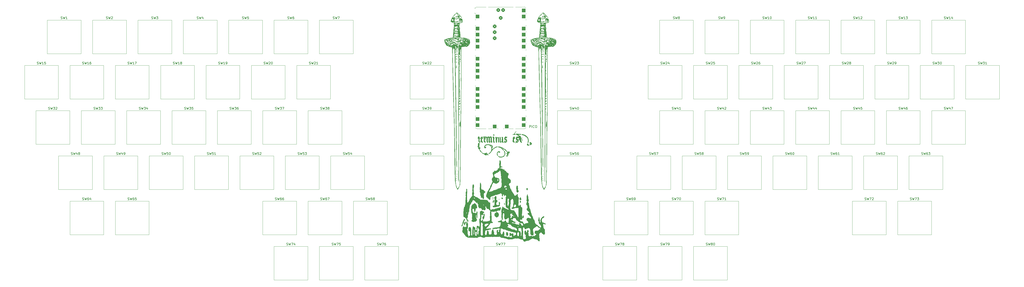
<source format=gto>
G04 #@! TF.GenerationSoftware,KiCad,Pcbnew,8.0.9*
G04 #@! TF.CreationDate,2025-09-29T16:44:46-07:00*
G04 #@! TF.ProjectId,keyboard,6b657962-6f61-4726-942e-6b696361645f,v0.0.0-alpha*
G04 #@! TF.SameCoordinates,Original*
G04 #@! TF.FileFunction,Legend,Top*
G04 #@! TF.FilePolarity,Positive*
%FSLAX46Y46*%
G04 Gerber Fmt 4.6, Leading zero omitted, Abs format (unit mm)*
G04 Created by KiCad (PCBNEW 8.0.9) date 2025-09-29 16:44:46*
%MOMM*%
%LPD*%
G01*
G04 APERTURE LIST*
G04 Aperture macros list*
%AMRoundRect*
0 Rectangle with rounded corners*
0 $1 Rounding radius*
0 $2 $3 $4 $5 $6 $7 $8 $9 X,Y pos of 4 corners*
0 Add a 4 corners polygon primitive as box body*
4,1,4,$2,$3,$4,$5,$6,$7,$8,$9,$2,$3,0*
0 Add four circle primitives for the rounded corners*
1,1,$1+$1,$2,$3*
1,1,$1+$1,$4,$5*
1,1,$1+$1,$6,$7*
1,1,$1+$1,$8,$9*
0 Add four rect primitives between the rounded corners*
20,1,$1+$1,$2,$3,$4,$5,0*
20,1,$1+$1,$4,$5,$6,$7,0*
20,1,$1+$1,$6,$7,$8,$9,0*
20,1,$1+$1,$8,$9,$2,$3,0*%
%AMFreePoly0*
4,1,28,0.978017,0.779942,1.147107,0.720775,1.298792,0.625465,1.425465,0.498792,1.520775,0.347107,1.579942,0.178017,1.600000,0.000000,1.579942,-0.178017,1.520775,-0.347107,1.425465,-0.498792,1.298792,-0.625465,1.147107,-0.720775,0.978017,-0.779942,0.800000,-0.800000,-1.400000,-0.800000,-1.405014,-0.794986,-1.444504,-0.794986,-1.524698,-0.756366,-1.580194,-0.686777,-1.600000,-0.600000,
-1.600000,0.600000,-1.580194,0.686777,-1.524698,0.756366,-1.444504,0.794986,-1.405014,0.794986,-1.400000,0.800000,0.800000,0.800000,0.978017,0.779942,0.978017,0.779942,$1*%
%AMFreePoly1*
4,1,28,1.405014,0.794986,1.444504,0.794986,1.524698,0.756366,1.580194,0.686777,1.600000,0.600000,1.600000,-0.600000,1.580194,-0.686777,1.524698,-0.756366,1.444504,-0.794986,1.405014,-0.794986,1.400000,-0.800000,-0.800000,-0.800000,-0.978017,-0.779942,-1.147107,-0.720775,-1.298792,-0.625465,-1.425465,-0.498792,-1.520775,-0.347107,-1.579942,-0.178017,-1.600000,0.000000,-1.579942,0.178017,
-1.520775,0.347107,-1.425465,0.498792,-1.298792,0.625465,-1.147107,0.720775,-0.978017,0.779942,-0.800000,0.800000,1.400000,0.800000,1.405014,0.794986,1.405014,0.794986,$1*%
%AMFreePoly2*
4,1,29,1.778017,0.779942,1.947107,0.720775,2.098792,0.625465,2.225465,0.498792,2.320775,0.347107,2.379942,0.178017,2.400000,0.000000,2.379942,-0.178017,2.320775,-0.347107,2.225465,-0.498792,2.098792,-0.625465,1.947107,-0.720775,1.778017,-0.779942,1.600000,-0.800000,0.000000,-0.800000,-0.600000,-0.800000,-0.605014,-0.794986,-0.644504,-0.794986,-0.724698,-0.756366,-0.780194,-0.686777,
-0.800000,-0.600000,-0.800000,0.600000,-0.780194,0.686777,-0.724698,0.756366,-0.644504,0.794986,-0.605014,0.794986,-0.600000,0.800000,1.600000,0.800000,1.778017,0.779942,1.778017,0.779942,$1*%
G04 Aperture macros list end*
%ADD10C,0.300000*%
%ADD11C,0.150000*%
%ADD12C,0.120000*%
%ADD13C,0.000000*%
%ADD14C,1.750000*%
%ADD15C,3.050000*%
%ADD16C,4.000000*%
%ADD17O,1.100000X1.800000*%
%ADD18O,1.050000X1.450000*%
%ADD19FreePoly0,0.000000*%
%ADD20RoundRect,0.800000X-0.800000X-0.000010X0.800000X-0.000010X0.800000X0.000010X-0.800000X0.000010X0*%
%ADD21FreePoly1,0.000000*%
%ADD22RoundRect,0.800000X0.000010X-0.800000X0.000010X0.800000X-0.000010X0.800000X-0.000010X-0.800000X0*%
%ADD23FreePoly2,270.000000*%
%ADD24RoundRect,0.300000X-0.450000X-0.450000X0.450000X-0.450000X0.450000X0.450000X-0.450000X0.450000X0*%
G04 APERTURE END LIST*
D10*
G36*
X296905894Y-192552369D02*
G01*
X296914323Y-192552369D01*
X296914323Y-192575205D01*
X296985519Y-192575205D01*
X297177616Y-192948653D01*
X297130600Y-192999699D01*
X297123771Y-192999699D01*
X297127767Y-193009800D01*
X297146720Y-192988953D01*
X297285566Y-193237155D01*
X297336748Y-193510798D01*
X297352250Y-193624351D01*
X297337473Y-193807044D01*
X297368370Y-193901078D01*
X297341503Y-193901078D01*
X297274889Y-194164570D01*
X297178960Y-194431695D01*
X297076866Y-194431695D01*
X297076866Y-194408135D01*
X297075523Y-194410202D01*
X297060224Y-194433039D01*
X297082240Y-194433039D01*
X297122540Y-194473339D01*
X297122540Y-194520355D01*
X296980146Y-194712452D01*
X296927756Y-194712452D01*
X296927756Y-194779619D01*
X296721213Y-194956703D01*
X296471730Y-195096620D01*
X296321912Y-195162470D01*
X296323843Y-195159660D01*
X296319225Y-195163813D01*
X296241311Y-195163813D01*
X296253401Y-195126200D01*
X296024720Y-195270084D01*
X295744111Y-195350924D01*
X295626064Y-195380090D01*
X295365457Y-195380090D01*
X295078896Y-195353197D01*
X294801862Y-195261492D01*
X294564829Y-195104706D01*
X294327247Y-194962308D01*
X294301535Y-194866936D01*
X294382135Y-194817233D01*
X294465422Y-194854336D01*
X294465422Y-194782306D01*
X294697819Y-194872309D01*
X294933345Y-195004379D01*
X295209620Y-195040082D01*
X295292916Y-195041570D01*
X295317096Y-195041570D01*
X295361427Y-195056346D01*
X295429937Y-195061720D01*
X295515910Y-195061720D01*
X295738904Y-195041570D01*
X295708007Y-195088586D01*
X295886671Y-195010673D01*
X295900397Y-195029678D01*
X296170458Y-194925956D01*
X296410771Y-194800262D01*
X296639401Y-194636176D01*
X296719539Y-194563342D01*
X296927756Y-194312138D01*
X296912979Y-194242285D01*
X297002336Y-193978626D01*
X297025210Y-193846757D01*
X297144941Y-193846757D01*
X297149406Y-193850031D01*
X297149406Y-193758684D01*
X297144941Y-193846757D01*
X297025210Y-193846757D01*
X297043283Y-193742564D01*
X297043283Y-193691517D01*
X297043283Y-193639127D01*
X297020446Y-193422850D01*
X297020446Y-193405387D01*
X297020446Y-193389267D01*
X296935438Y-193130418D01*
X296784313Y-192896929D01*
X296751779Y-192853276D01*
X296819112Y-192669239D01*
X296797452Y-192669239D01*
X296797452Y-192552369D01*
X296874467Y-192552369D01*
X296906263Y-192504009D01*
X296905894Y-192552369D01*
G37*
G36*
X296199668Y-195273967D02*
G01*
X296085484Y-195296803D01*
X296008914Y-195296803D01*
X296199668Y-195162470D01*
X296199668Y-195273967D01*
G37*
G36*
X297017759Y-191767861D02*
G01*
X297017759Y-191769204D01*
X297025819Y-191761144D01*
X297262083Y-191904111D01*
X297477593Y-192064650D01*
X297575244Y-192181608D01*
X297778802Y-192370208D01*
X297971239Y-192566505D01*
X298022575Y-192619535D01*
X298062875Y-192677299D01*
X298062875Y-192748496D01*
X298040854Y-192748496D01*
X298062201Y-192772005D01*
X298119295Y-192714912D01*
X298285926Y-192933296D01*
X298430796Y-193174404D01*
X298460502Y-193230753D01*
X298571999Y-193197170D01*
X298731856Y-193297920D01*
X298731856Y-193299774D01*
X298766782Y-193248217D01*
X298743946Y-193148810D01*
X298621702Y-193194483D01*
X298535729Y-193194483D01*
X298535729Y-193089703D01*
X298576024Y-193076017D01*
X298575569Y-193073960D01*
X298678122Y-193073960D01*
X298678122Y-193078956D01*
X298689068Y-193066211D01*
X298678122Y-193073960D01*
X298575569Y-193073960D01*
X298562400Y-193014476D01*
X298476622Y-193014476D01*
X298476622Y-192941936D01*
X298547981Y-192885237D01*
X298677011Y-192885237D01*
X298710362Y-192893575D01*
X298710362Y-192866709D01*
X298741524Y-192831985D01*
X298733070Y-192822091D01*
X298677011Y-192885237D01*
X298547981Y-192885237D01*
X298693865Y-192769323D01*
X298723796Y-192765959D01*
X298782903Y-192765959D01*
X298756667Y-192795512D01*
X298909176Y-192795512D01*
X299114470Y-192987630D01*
X299163066Y-193158213D01*
X299063660Y-193477927D01*
X298975660Y-193477927D01*
X298970844Y-193492179D01*
X298930303Y-193523600D01*
X299030076Y-193523600D01*
X298918579Y-193640471D01*
X298784246Y-193640471D01*
X298797687Y-193626381D01*
X298758400Y-193656831D01*
X298754692Y-193657123D01*
X298754692Y-193738534D01*
X298643196Y-193738534D01*
X298594836Y-193668681D01*
X298594836Y-193667113D01*
X298592149Y-193670024D01*
X298652540Y-193934769D01*
X298652599Y-193952124D01*
X298605812Y-194244306D01*
X298522567Y-194529555D01*
X298388083Y-194772215D01*
X298156046Y-194941582D01*
X297998394Y-194966343D01*
X297741914Y-194853924D01*
X297641067Y-194613046D01*
X297641067Y-194566029D01*
X297716294Y-194501690D01*
X297716294Y-194457219D01*
X297829134Y-194414232D01*
X298045411Y-194570059D01*
X298002424Y-194707079D01*
X298212806Y-194530556D01*
X298214672Y-194492145D01*
X298128480Y-194225571D01*
X298041170Y-194106608D01*
X298364454Y-194106608D01*
X298381245Y-194120041D01*
X298385801Y-194106608D01*
X298364454Y-194106608D01*
X298041170Y-194106608D01*
X297983001Y-194027351D01*
X298389305Y-194027351D01*
X298389305Y-194096274D01*
X298433635Y-193965558D01*
X298402739Y-193954937D01*
X298402739Y-194040785D01*
X298389305Y-194027351D01*
X297983001Y-194027351D01*
X297970184Y-194009888D01*
X297950735Y-193965474D01*
X298327428Y-193965474D01*
X298344975Y-193993768D01*
X298344975Y-193992424D01*
X298354378Y-193992424D01*
X298327428Y-193965474D01*
X297950735Y-193965474D01*
X297880181Y-193804357D01*
X297880181Y-193713011D01*
X298201238Y-193713011D01*
X298223396Y-193820478D01*
X298237508Y-193820478D01*
X298283271Y-193894270D01*
X298327512Y-193850031D01*
X298402739Y-193850031D01*
X298402739Y-193851911D01*
X298410799Y-193846001D01*
X298433635Y-193860778D01*
X298349005Y-193725101D01*
X298400052Y-193755997D01*
X298316765Y-193562557D01*
X298322138Y-193580020D01*
X298275122Y-193590558D01*
X298275122Y-193597484D01*
X298210962Y-193671908D01*
X298206655Y-193682676D01*
X298201238Y-193713011D01*
X297880181Y-193713011D01*
X297880181Y-193698234D01*
X298005898Y-193452341D01*
X298146161Y-193362400D01*
X298183775Y-193362400D01*
X298184206Y-193362400D01*
X298102594Y-193277342D01*
X297995708Y-193091046D01*
X297731071Y-192710882D01*
X297511927Y-192537149D01*
X297356280Y-192377735D01*
X297133264Y-192206019D01*
X296930815Y-192024018D01*
X296871336Y-191937121D01*
X296871336Y-191855177D01*
X296872679Y-191853902D01*
X296872679Y-191754427D01*
X296914560Y-191754427D01*
X296958653Y-191712784D01*
X297017759Y-191767861D01*
G37*
G36*
X294785136Y-192811632D02*
G01*
X294777845Y-192819296D01*
X294801256Y-192831782D01*
X294869766Y-192735062D01*
X294934325Y-192808946D01*
X294975889Y-192808946D01*
X295028279Y-192866709D01*
X295028279Y-192932949D01*
X295129030Y-193092390D01*
X295129030Y-193136720D01*
X294956849Y-193357996D01*
X294846929Y-193387923D01*
X294799912Y-193387923D01*
X294616106Y-193186339D01*
X294613189Y-193124630D01*
X294685436Y-193010613D01*
X294601099Y-193018681D01*
X294601099Y-193034626D01*
X294563485Y-193068210D01*
X294322085Y-193216785D01*
X294143105Y-193445015D01*
X294030726Y-193663731D01*
X294027494Y-193676712D01*
X294027494Y-193725101D01*
X294011374Y-193874211D01*
X294091135Y-194142038D01*
X294183321Y-194387365D01*
X294137648Y-194381992D01*
X294299005Y-194610490D01*
X294306908Y-194646629D01*
X294226308Y-194697676D01*
X294145708Y-194697676D01*
X294093905Y-194653234D01*
X294062421Y-194689616D01*
X294030390Y-194598744D01*
X294019768Y-194589631D01*
X294163665Y-194589631D01*
X294179291Y-194610359D01*
X294179291Y-194571402D01*
X294163665Y-194589631D01*
X294019768Y-194589631D01*
X293939253Y-194520557D01*
X293808903Y-194256107D01*
X293784351Y-194195268D01*
X293784351Y-194121385D01*
X293796441Y-194067651D01*
X293770917Y-193936004D01*
X293770917Y-193919884D01*
X293770917Y-193909138D01*
X293770917Y-193840628D01*
X293770917Y-193764057D01*
X293813982Y-193702534D01*
X293807187Y-193686144D01*
X293757484Y-193699577D01*
X293842786Y-193524165D01*
X293808531Y-193550467D01*
X293808531Y-193503450D01*
X293869768Y-193503450D01*
X293895842Y-193503450D01*
X293902186Y-193478850D01*
X293902385Y-193478406D01*
X293869768Y-193503450D01*
X293808531Y-193503450D01*
X293808531Y-193488674D01*
X293922196Y-193233648D01*
X293928087Y-193224036D01*
X293928087Y-193178363D01*
X293966248Y-193178363D01*
X294035713Y-193042686D01*
X294163233Y-193042686D01*
X294190038Y-193042686D01*
X294202128Y-193064180D01*
X294187351Y-193085673D01*
X294330332Y-192963849D01*
X294298848Y-192970146D01*
X294208845Y-192970146D01*
X294208845Y-192982236D01*
X294163233Y-193042686D01*
X294035713Y-193042686D01*
X294068581Y-192978489D01*
X294208845Y-192882829D01*
X294208845Y-192909687D01*
X294331804Y-192847820D01*
X294323028Y-192842529D01*
X294342321Y-192842529D01*
X294351238Y-192838042D01*
X294351238Y-192776706D01*
X294503035Y-192735062D01*
X294785136Y-192735062D01*
X294785136Y-192811632D01*
G37*
G36*
X287770237Y-193344937D02*
G01*
X287771580Y-193344937D01*
X288022448Y-193466593D01*
X288179954Y-193561214D01*
X288428555Y-193688159D01*
X288557431Y-193738534D01*
X288584298Y-193718384D01*
X288550926Y-193654769D01*
X289224051Y-193654769D01*
X289225504Y-193655835D01*
X289227756Y-193652561D01*
X289224051Y-193654769D01*
X288550926Y-193654769D01*
X288541311Y-193636441D01*
X288775204Y-193495298D01*
X288826099Y-193494047D01*
X289100139Y-193538377D01*
X289273429Y-193471210D01*
X289295327Y-193399075D01*
X289293579Y-193397327D01*
X289293579Y-193390589D01*
X289418277Y-193390589D01*
X289448063Y-193414790D01*
X289448063Y-193434940D01*
X289481655Y-193434940D01*
X289425226Y-193347832D01*
X289425226Y-193383893D01*
X289418277Y-193390589D01*
X289293579Y-193390589D01*
X289293579Y-193347623D01*
X289333879Y-193307323D01*
X289425226Y-193307323D01*
X289425226Y-193316727D01*
X289499110Y-193316727D01*
X289697317Y-193506489D01*
X289705983Y-193547780D01*
X289553599Y-193780109D01*
X289448019Y-193856898D01*
X289615980Y-193813761D01*
X289628762Y-193829739D01*
X289805390Y-193793611D01*
X289806734Y-193828538D01*
X289848838Y-193790041D01*
X289822854Y-193764057D01*
X289988084Y-193764057D01*
X290059281Y-193835254D01*
X290059281Y-193890331D01*
X290110327Y-193890331D01*
X289989427Y-194005858D01*
X289924947Y-194005858D01*
X289896065Y-193976976D01*
X289860467Y-194012575D01*
X289860467Y-194040785D01*
X289832257Y-194040785D01*
X289798674Y-194074368D01*
X289828227Y-194074368D01*
X290014951Y-194114668D01*
X290014951Y-194121666D01*
X290237639Y-194180640D01*
X290353471Y-194273182D01*
X290353471Y-194328258D01*
X290370935Y-194345722D01*
X290313171Y-194410202D01*
X290164061Y-194383335D01*
X290164061Y-194326749D01*
X290161374Y-194326101D01*
X290161374Y-194333632D01*
X290100924Y-194333632D01*
X290100924Y-194387365D01*
X290000174Y-194387365D01*
X290000174Y-194390052D01*
X289869870Y-194390052D01*
X289869870Y-194344454D01*
X289811115Y-194352769D01*
X289527114Y-194389547D01*
X289242632Y-194420020D01*
X289032972Y-194431695D01*
X288763529Y-194376889D01*
X288573300Y-194185015D01*
X288573551Y-194157655D01*
X289742985Y-194157655D01*
X289755687Y-194164371D01*
X289785525Y-194155110D01*
X289766434Y-194145565D01*
X289766434Y-194089145D01*
X289751657Y-194089145D01*
X289751657Y-194157655D01*
X289742985Y-194157655D01*
X288573551Y-194157655D01*
X288526535Y-194028695D01*
X288538625Y-194027351D01*
X288479518Y-193993635D01*
X288479518Y-194005858D01*
X288412351Y-194005858D01*
X288271139Y-193938751D01*
X289221276Y-193938751D01*
X289290893Y-193962871D01*
X289290893Y-193992054D01*
X289336640Y-194003096D01*
X289351300Y-193988438D01*
X289411102Y-193988438D01*
X289470522Y-194069684D01*
X289497766Y-194089145D01*
X289602547Y-194089145D01*
X289590165Y-194115676D01*
X289605233Y-194111619D01*
X289605233Y-194042128D01*
X289684989Y-194042128D01*
X289670605Y-194028383D01*
X289669713Y-194028695D01*
X289633443Y-194028695D01*
X289618667Y-194028695D01*
X289603890Y-194028695D01*
X289496423Y-194028695D01*
X289411102Y-193988438D01*
X289351300Y-193988438D01*
X289354030Y-193985708D01*
X289405317Y-193985708D01*
X289379693Y-193973618D01*
X289860467Y-193973618D01*
X289892707Y-193973618D01*
X289860467Y-193941378D01*
X289860467Y-193973618D01*
X289379693Y-193973618D01*
X289305669Y-193938691D01*
X289305669Y-193926767D01*
X289242533Y-193945408D01*
X289230147Y-193931896D01*
X289221276Y-193938751D01*
X288271139Y-193938751D01*
X288155767Y-193883924D01*
X289860467Y-193883924D01*
X289860467Y-193890331D01*
X289949127Y-193890331D01*
X289923367Y-193864570D01*
X289860467Y-193883924D01*
X288155767Y-193883924D01*
X288144692Y-193878661D01*
X287894154Y-193738173D01*
X287660671Y-193570218D01*
X287598514Y-193512854D01*
X287519033Y-193512854D01*
X287519033Y-193397327D01*
X287583796Y-193397327D01*
X287566050Y-193379863D01*
X287770237Y-193275083D01*
X287770237Y-193344937D01*
G37*
G36*
X290446497Y-189827748D02*
G01*
X290556315Y-189867041D01*
X290559002Y-189836144D01*
X291119173Y-190006748D01*
X291096308Y-190038559D01*
X291173195Y-190050863D01*
X291266939Y-190085924D01*
X291266939Y-190061824D01*
X291307240Y-190021524D01*
X291366346Y-190021524D01*
X291620174Y-190152468D01*
X291849931Y-190321710D01*
X292024985Y-190536854D01*
X292110323Y-190806589D01*
X292113241Y-190870512D01*
X292113241Y-190979323D01*
X291982056Y-191230568D01*
X291777407Y-191333963D01*
X291777407Y-191274380D01*
X291769347Y-191278886D01*
X291745167Y-191301723D01*
X291745638Y-191304836D01*
X291872784Y-191460237D01*
X291810466Y-191460237D01*
X291833827Y-191481730D01*
X291862037Y-191531434D01*
X291862037Y-191702037D01*
X291862037Y-191947665D01*
X291977513Y-191835526D01*
X292174767Y-191673827D01*
X292282501Y-191673827D01*
X292282501Y-191690500D01*
X292306619Y-191673827D01*
X292282501Y-191673827D01*
X292174767Y-191673827D01*
X292191154Y-191660394D01*
X292191154Y-191662910D01*
X292240858Y-191615492D01*
X292240858Y-191558300D01*
X292341608Y-191558300D01*
X292341608Y-191649638D01*
X292376451Y-191625551D01*
X292404828Y-191595914D01*
X292346981Y-191595914D01*
X292346981Y-191539494D01*
X292555875Y-191344222D01*
X292788939Y-191186196D01*
X292858792Y-191186196D01*
X292871447Y-191204353D01*
X293021149Y-191156948D01*
X292938049Y-191149926D01*
X293154606Y-190965607D01*
X293410845Y-190837480D01*
X293678227Y-190769762D01*
X293963014Y-190737522D01*
X294077198Y-190737522D01*
X294077198Y-190773792D01*
X294101378Y-190773792D01*
X294101378Y-190949769D01*
X294061563Y-190909954D01*
X293832865Y-191015309D01*
X293733304Y-191020966D01*
X293765544Y-190977979D01*
X293541207Y-191073874D01*
X293541207Y-191187540D01*
X293200000Y-191288290D01*
X293359498Y-191151548D01*
X293247016Y-191199630D01*
X293005720Y-191338917D01*
X292754639Y-191522916D01*
X292509753Y-191726777D01*
X292284758Y-191929203D01*
X292040740Y-192161210D01*
X291989654Y-192211161D01*
X291818597Y-192437357D01*
X291660293Y-192669062D01*
X291498361Y-192918223D01*
X291342166Y-193166273D01*
X291146698Y-193382761D01*
X290945830Y-193564409D01*
X290709655Y-193729346D01*
X290466427Y-193848777D01*
X290404518Y-193871524D01*
X290293021Y-193871524D01*
X290221824Y-193800327D01*
X290221824Y-193723757D01*
X290427748Y-193645681D01*
X290338695Y-193659277D01*
X290594886Y-193481561D01*
X290820249Y-193293481D01*
X291014783Y-193095037D01*
X291207531Y-192843224D01*
X291355886Y-192576488D01*
X291445603Y-192342808D01*
X291531577Y-191927718D01*
X291531577Y-191716814D01*
X291502674Y-191440821D01*
X291440230Y-191214406D01*
X291500680Y-191247990D01*
X291377093Y-191007449D01*
X291237869Y-190775134D01*
X291119173Y-190647519D01*
X290914314Y-190446690D01*
X290788566Y-190346612D01*
X291123513Y-190346612D01*
X291176428Y-190405329D01*
X291193056Y-190427034D01*
X291193056Y-190394972D01*
X291203881Y-190394972D01*
X291151088Y-190346612D01*
X291123513Y-190346612D01*
X290788566Y-190346612D01*
X290686978Y-190265762D01*
X290682970Y-190262794D01*
X291104794Y-190262794D01*
X291121701Y-190291535D01*
X291156786Y-190291535D01*
X291266939Y-190389598D01*
X291266939Y-190394972D01*
X291309926Y-190394972D01*
X291309926Y-190439302D01*
X291346196Y-190439302D01*
X291426796Y-190542739D01*
X291426796Y-190630055D01*
X291382303Y-190630055D01*
X291387840Y-190635429D01*
X291369033Y-190648862D01*
X291350226Y-190632742D01*
X291568303Y-190823187D01*
X291739794Y-191069326D01*
X291745167Y-191069326D01*
X291775552Y-191035743D01*
X291758600Y-191035743D01*
X291777407Y-190838272D01*
X291680330Y-190578001D01*
X291534378Y-190435265D01*
X291503367Y-190474228D01*
X291278182Y-190322820D01*
X291104794Y-190262794D01*
X290682970Y-190262794D01*
X290656480Y-190243175D01*
X290638258Y-190243175D01*
X290480121Y-190186755D01*
X290996297Y-190186755D01*
X291017079Y-190186755D01*
X291017079Y-190181857D01*
X290999616Y-190177351D01*
X290996297Y-190186755D01*
X290480121Y-190186755D01*
X290375636Y-190149477D01*
X290130478Y-190094064D01*
X290017637Y-190094064D01*
X290017637Y-190080823D01*
X289768868Y-190119924D01*
X289493502Y-190195156D01*
X289230659Y-190311648D01*
X289116259Y-190382882D01*
X288905691Y-190565239D01*
X288835502Y-190677072D01*
X288798055Y-190945123D01*
X288788998Y-190959587D01*
X288929535Y-190889319D01*
X289189471Y-190998465D01*
X289276116Y-191172763D01*
X289123417Y-191406797D01*
X288885205Y-191505910D01*
X288804605Y-191505910D01*
X288564887Y-191352365D01*
X288500009Y-191174106D01*
X288613852Y-191174106D01*
X288615796Y-191175647D01*
X288615605Y-191175058D01*
X288613852Y-191174106D01*
X288500009Y-191174106D01*
X288469170Y-191089371D01*
X288445935Y-190961859D01*
X288513778Y-190700255D01*
X288643543Y-190443523D01*
X288710572Y-190341238D01*
X288910645Y-190153759D01*
X289151583Y-189989209D01*
X289409311Y-189873752D01*
X289590457Y-189824054D01*
X289724790Y-189809277D01*
X289802704Y-189824054D01*
X289895394Y-189809277D01*
X290057937Y-189809277D01*
X290176151Y-189793157D01*
X290446497Y-189827748D01*
G37*
G36*
X286005094Y-189404933D02*
G01*
X286001467Y-189418095D01*
X286010467Y-189396873D01*
X286076447Y-189352543D01*
X286060170Y-189352543D01*
X286060170Y-189235673D01*
X286175697Y-189235673D01*
X286175697Y-189303051D01*
X286207937Y-189314930D01*
X286214654Y-189296123D01*
X286256297Y-189296123D01*
X286285851Y-189318669D01*
X286285851Y-189296123D01*
X286379884Y-189296123D01*
X286463171Y-189399560D01*
X286463171Y-189453943D01*
X286478971Y-189465997D01*
X286531681Y-189676287D01*
X286405408Y-190208248D01*
X286391974Y-190380195D01*
X286391974Y-190521245D01*
X286408094Y-190795957D01*
X286444931Y-191073563D01*
X286456454Y-191144553D01*
X286512875Y-191144553D01*
X286512875Y-191100223D01*
X286609595Y-191066639D01*
X286832400Y-191223327D01*
X286868859Y-191342023D01*
X286868859Y-191453520D01*
X286743592Y-191691290D01*
X286591218Y-191746191D01*
X286675418Y-191963988D01*
X286769452Y-192196385D01*
X286922366Y-192430513D01*
X287026029Y-192545652D01*
X287184678Y-192780547D01*
X287370573Y-192992311D01*
X287476046Y-193107166D01*
X287536496Y-193140750D01*
X287536496Y-193248217D01*
X287402163Y-193358370D01*
X287341713Y-193358370D01*
X287128957Y-193153039D01*
X286949814Y-192951641D01*
X286782360Y-192734517D01*
X286711688Y-192632969D01*
X286553373Y-192390149D01*
X286440407Y-192136133D01*
X286433618Y-192080858D01*
X286307176Y-191824197D01*
X286246272Y-191669075D01*
X286234804Y-191680544D01*
X286234804Y-191742337D01*
X286221371Y-191775309D01*
X286221371Y-191797414D01*
X286182414Y-191840401D01*
X286131367Y-191840401D01*
X286105844Y-191814877D01*
X286070917Y-191814877D01*
X286014693Y-191770547D01*
X285979570Y-191770547D01*
X285939270Y-191730247D01*
X285939270Y-191695321D01*
X286002319Y-191597257D01*
X286099263Y-191597257D01*
X286105844Y-191597257D01*
X286150174Y-191604645D01*
X286150174Y-191599733D01*
X286101814Y-191585167D01*
X286099263Y-191597257D01*
X286002319Y-191597257D01*
X286085662Y-191467629D01*
X286113904Y-191465610D01*
X286244727Y-191587854D01*
X286281746Y-191587854D01*
X286281361Y-191586510D01*
X286277791Y-191586510D01*
X286134673Y-191348845D01*
X286117398Y-191258736D01*
X286113905Y-191258736D01*
X286100471Y-191272169D01*
X286100471Y-191356800D01*
X286070917Y-191356800D01*
X286070917Y-191448147D01*
X285955390Y-191448147D01*
X285955390Y-191428738D01*
X285783443Y-191329933D01*
X285791361Y-191316358D01*
X285783443Y-191308440D01*
X285783443Y-191221123D01*
X285790766Y-191206045D01*
X286131367Y-191206045D01*
X286153201Y-191183885D01*
X286131367Y-191157276D01*
X286131367Y-191206045D01*
X285790766Y-191206045D01*
X285806830Y-191172972D01*
X285931509Y-191172972D01*
X285938330Y-191176494D01*
X285968824Y-191153956D01*
X285931509Y-191172972D01*
X285806830Y-191172972D01*
X285815003Y-191156146D01*
X285812997Y-191149926D01*
X285818025Y-191149926D01*
X285821977Y-191141790D01*
X286116591Y-191141790D01*
X286120961Y-191144594D01*
X286116591Y-191139268D01*
X286116591Y-191141790D01*
X285821977Y-191141790D01*
X285829117Y-191127090D01*
X285833502Y-191131124D01*
X285854640Y-191059923D01*
X285903000Y-191059923D01*
X285988974Y-191059923D01*
X286104851Y-191134259D01*
X286109130Y-191130176D01*
X286048255Y-191055987D01*
X285994562Y-190843646D01*
X286096142Y-190843646D01*
X286111217Y-190853049D01*
X286100471Y-190843646D01*
X286096142Y-190843646D01*
X285994562Y-190843646D01*
X285983055Y-190798140D01*
X285950017Y-190823496D01*
X285890910Y-190823496D01*
X285890910Y-190905439D01*
X285813675Y-190905439D01*
X285827773Y-190920216D01*
X285639706Y-190920216D01*
X285639706Y-190803346D01*
X285716277Y-190803346D01*
X285790160Y-190880790D01*
X285790160Y-190808719D01*
X285733740Y-190808719D01*
X285718728Y-190793942D01*
X286016458Y-190793942D01*
X286069131Y-190826797D01*
X286059319Y-190793942D01*
X286016458Y-190793942D01*
X285718728Y-190793942D01*
X285647766Y-190724089D01*
X285647766Y-190675729D01*
X285675630Y-190663218D01*
X285647766Y-190632742D01*
X285647766Y-190580352D01*
X285739113Y-190513185D01*
X285889567Y-190611249D01*
X285874790Y-190573635D01*
X285917346Y-190573635D01*
X285900568Y-190528763D01*
X285880971Y-190389598D01*
X285994347Y-190389598D01*
X286000945Y-190401806D01*
X286012190Y-190390561D01*
X285998454Y-190377824D01*
X285994347Y-190389598D01*
X285880971Y-190389598D01*
X285862346Y-190257336D01*
X285860013Y-190231085D01*
X285964794Y-190231085D01*
X285986912Y-190275919D01*
X285995334Y-190263835D01*
X285987122Y-190213621D01*
X285913747Y-190213621D01*
X285843893Y-190162575D01*
X285843893Y-190051078D01*
X285843893Y-189926147D01*
X285920464Y-189926147D01*
X285920464Y-189877436D01*
X285886880Y-189881817D01*
X285843893Y-189852264D01*
X285843893Y-189821367D01*
X285874748Y-189536365D01*
X285976285Y-189271522D01*
X286005094Y-189223583D01*
X286005094Y-189404933D01*
G37*
G36*
X294720414Y-190783998D02*
G01*
X295015024Y-190837270D01*
X295278667Y-190915883D01*
X295286200Y-190928276D01*
X295560429Y-191003713D01*
X295736217Y-191097536D01*
X295736217Y-191104253D01*
X295760397Y-191080073D01*
X296328628Y-191331277D01*
X296376988Y-191331277D01*
X296376988Y-191374263D01*
X296402512Y-191374263D01*
X296651278Y-191490323D01*
X296749092Y-191591884D01*
X296749092Y-191683230D01*
X296659203Y-191683230D01*
X296639780Y-191704459D01*
X296670916Y-191736567D01*
X296843126Y-191707411D01*
X296695359Y-191860551D01*
X296589235Y-191860551D01*
X296589235Y-191816221D01*
X296570429Y-191816221D01*
X296553248Y-191799040D01*
X296544905Y-191808161D01*
X296547995Y-191793787D01*
X296524755Y-191770547D01*
X296498018Y-191770547D01*
X296484455Y-191779951D01*
X296475416Y-191770547D01*
X296471022Y-191770547D01*
X296066678Y-191524717D01*
X296066678Y-191486682D01*
X296062648Y-191484417D01*
X296004884Y-191503224D01*
X295990108Y-191436057D01*
X295995481Y-191465610D01*
X295955181Y-191465610D01*
X295798011Y-191380688D01*
X295798011Y-191383667D01*
X296023649Y-191569294D01*
X296244964Y-191773523D01*
X296468367Y-191992858D01*
X296681957Y-192211045D01*
X296719539Y-192250118D01*
X296719539Y-192298478D01*
X296609385Y-192537592D01*
X296517123Y-192410408D01*
X296479082Y-192446245D01*
X296278139Y-192218449D01*
X296095103Y-192018660D01*
X295899097Y-191815885D01*
X295703013Y-191630288D01*
X295502477Y-191472327D01*
X295264140Y-191329199D01*
X295002185Y-191204968D01*
X294756926Y-191108283D01*
X294721999Y-191081416D01*
X294707222Y-191097536D01*
X294654832Y-191097536D01*
X294389859Y-191034064D01*
X294301535Y-190961859D01*
X294301535Y-190875445D01*
X294296161Y-190870512D01*
X294394225Y-190738866D01*
X294429152Y-190738866D01*
X294720414Y-190783998D01*
G37*
G36*
X286415441Y-186647742D02*
G01*
X286508845Y-186880806D01*
X286578950Y-187141706D01*
X286610938Y-187184399D01*
X286742585Y-187244849D01*
X286957687Y-187080879D01*
X286984385Y-187078276D01*
X287058269Y-187078276D01*
X287058269Y-187136039D01*
X286888106Y-187360172D01*
X286698255Y-187408736D01*
X286676762Y-187408736D01*
X286535711Y-187361720D01*
X286531681Y-187385900D01*
X286531681Y-187580683D01*
X286521705Y-187859347D01*
X286485399Y-188130192D01*
X286471231Y-188193244D01*
X286533072Y-188474479D01*
X286697165Y-188701029D01*
X286803035Y-188726549D01*
X286803035Y-188785655D01*
X286803035Y-188815209D01*
X286756694Y-189084224D01*
X286592131Y-189190000D01*
X286539741Y-189113429D01*
X286539741Y-189129549D01*
X286295923Y-188974689D01*
X286133120Y-188743472D01*
X286101814Y-188690279D01*
X286101814Y-187576653D01*
X286042707Y-187576653D01*
X285854236Y-187368200D01*
X285813471Y-187344720D01*
X286013797Y-187344720D01*
X286102047Y-187403912D01*
X286103989Y-187307774D01*
X286013797Y-187344720D01*
X285813471Y-187344720D01*
X285686723Y-187271716D01*
X285614183Y-187271716D01*
X285614183Y-187196489D01*
X285805530Y-187000597D01*
X285976884Y-186861999D01*
X285843893Y-186884836D01*
X285843893Y-186825729D01*
X286009816Y-186600930D01*
X286202564Y-186438848D01*
X286232117Y-186438848D01*
X286415441Y-186647742D01*
G37*
G36*
X287747012Y-186685268D02*
G01*
X287752773Y-186776025D01*
X287844397Y-187033897D01*
X287848150Y-187051409D01*
X287983827Y-187148129D01*
X287943692Y-187174162D01*
X287995917Y-187334853D01*
X287768253Y-187484829D01*
X287546013Y-187657501D01*
X287504256Y-187693524D01*
X287504256Y-187806364D01*
X287504256Y-188148914D01*
X287531526Y-188430494D01*
X287659321Y-188676167D01*
X287669487Y-188684905D01*
X287854867Y-188654009D01*
X287919347Y-188719832D01*
X287815711Y-188967772D01*
X287645551Y-189178521D01*
X287596946Y-189190000D01*
X287141556Y-188859539D01*
X286927965Y-188756102D01*
X286964802Y-188473435D01*
X286984637Y-188183589D01*
X286988415Y-187986371D01*
X286988415Y-187373810D01*
X287466643Y-187373810D01*
X287474703Y-187543070D01*
X287572766Y-187420826D01*
X287466643Y-187164456D01*
X287466643Y-187373810D01*
X286988415Y-187373810D01*
X286988415Y-187060812D01*
X287181887Y-186850005D01*
X287389527Y-186663400D01*
X287418283Y-186640348D01*
X287520376Y-186438848D01*
X287631873Y-186438848D01*
X287747012Y-186685268D01*
G37*
G36*
X288448621Y-186402578D02*
G01*
X288618846Y-186617569D01*
X288689078Y-186765279D01*
X288891114Y-186585676D01*
X288938939Y-186406608D01*
X289054466Y-186406608D01*
X289213528Y-186633001D01*
X289315073Y-186738412D01*
X289368806Y-186931852D01*
X289219546Y-187173786D01*
X289022226Y-187369780D01*
X288938939Y-187532323D01*
X289104841Y-187751434D01*
X289110886Y-187792930D01*
X289110886Y-187850694D01*
X289051779Y-187850694D01*
X288821355Y-187703389D01*
X288766992Y-187539040D01*
X288831443Y-187266115D01*
X288995359Y-187036632D01*
X288820725Y-186844535D01*
X288713258Y-186972152D01*
X288694452Y-186943942D01*
X288722662Y-186937226D01*
X288776395Y-187109173D01*
X288740582Y-187400125D01*
X288728149Y-187702034D01*
X288724210Y-187999001D01*
X288724005Y-188093838D01*
X288694452Y-188152944D01*
X288761881Y-188427803D01*
X288923249Y-188655835D01*
X289000732Y-188674159D01*
X289082676Y-188701025D01*
X289015968Y-188975550D01*
X288797760Y-189154507D01*
X288779082Y-189161789D01*
X288714602Y-189058353D01*
X288744155Y-189034173D01*
X288766992Y-189048949D01*
X288507670Y-188954583D01*
X288358618Y-188742669D01*
X288294138Y-188674159D01*
X288294138Y-187552473D01*
X288277425Y-187271512D01*
X288231976Y-186985293D01*
X288206821Y-186868715D01*
X288131594Y-186868715D01*
X288065771Y-186802892D01*
X288227460Y-186567034D01*
X288448621Y-186402578D01*
G37*
G36*
X289098796Y-186911702D02*
G01*
X289098796Y-186913046D01*
X289117602Y-186931852D01*
X289105512Y-186931852D01*
X289105512Y-186911702D01*
X289098796Y-186911702D01*
G37*
G36*
X291159473Y-186411981D02*
G01*
X291209176Y-186411981D01*
X291673970Y-186904986D01*
X291673970Y-188323548D01*
X291757929Y-188587492D01*
X291888904Y-188741325D01*
X291768214Y-188997504D01*
X291579937Y-189161789D01*
X291515457Y-189161789D01*
X291325192Y-188967464D01*
X291152993Y-188751774D01*
X291121859Y-188668785D01*
X291143961Y-188396634D01*
X291156394Y-188119710D01*
X291158129Y-187978311D01*
X291158129Y-187947414D01*
X291158129Y-187177683D01*
X291198429Y-187132009D01*
X291211863Y-187148129D01*
X291026482Y-186953346D01*
X290845090Y-187168673D01*
X290814235Y-187208579D01*
X290814235Y-188397431D01*
X290944854Y-188643241D01*
X290984839Y-188675502D01*
X291064096Y-188782969D01*
X291064096Y-188829986D01*
X290898866Y-189049369D01*
X290661977Y-189189648D01*
X290650348Y-189190000D01*
X290473071Y-188987503D01*
X290306538Y-188767604D01*
X290283618Y-188710429D01*
X290313171Y-188561318D01*
X290298394Y-188386685D01*
X290298394Y-188203991D01*
X290298394Y-187239476D01*
X290298394Y-187161563D01*
X290169434Y-186980212D01*
X290007226Y-187201338D01*
X289954501Y-187269030D01*
X289954501Y-187494710D01*
X289954501Y-188158318D01*
X289890020Y-188275188D01*
X289956432Y-188547922D01*
X290078087Y-188674159D01*
X290127791Y-188746699D01*
X290127791Y-188792372D01*
X290031281Y-189046693D01*
X289923604Y-189190000D01*
X289696271Y-189041897D01*
X289571650Y-188846106D01*
X289454374Y-188600810D01*
X289438790Y-188311573D01*
X289438660Y-188276531D01*
X289438660Y-187313360D01*
X289415154Y-187040858D01*
X289355373Y-186793489D01*
X289524754Y-186580176D01*
X289611950Y-186501985D01*
X289700610Y-186501985D01*
X289828311Y-186758394D01*
X289927634Y-186904986D01*
X290088454Y-186682071D01*
X290102267Y-186593332D01*
X290291678Y-186457655D01*
X290357501Y-186457655D01*
X290419295Y-186506015D01*
X290482431Y-186457655D01*
X290663497Y-186683195D01*
X290779309Y-186894239D01*
X290763189Y-186879462D01*
X290943386Y-186677364D01*
X290990212Y-186567808D01*
X291159473Y-186411981D01*
G37*
G36*
X292461165Y-185579113D02*
G01*
X292475942Y-185579113D01*
X292627739Y-185681207D01*
X292804051Y-185899630D01*
X292810432Y-185929724D01*
X292685502Y-186113761D01*
X292492062Y-186249438D01*
X292270384Y-186084967D01*
X292181751Y-185931067D01*
X292336208Y-185695463D01*
X292369818Y-185666430D01*
X292461165Y-185579113D01*
G37*
G36*
X292328175Y-186445565D02*
G01*
X292551651Y-186606282D01*
X292602215Y-186612138D01*
X292602215Y-186687365D01*
X292583408Y-186700799D01*
X292587438Y-186687365D01*
X292696249Y-186943606D01*
X292731244Y-187212634D01*
X292732519Y-187282463D01*
X292721725Y-187554850D01*
X292689343Y-187823428D01*
X292641172Y-188064284D01*
X292657292Y-188208021D01*
X292657292Y-188557288D01*
X292756699Y-188785655D01*
X292858792Y-188745355D01*
X292936706Y-188878346D01*
X292680129Y-189188656D01*
X292642515Y-189188656D01*
X292465195Y-189160446D01*
X292407431Y-189180596D01*
X292363101Y-189132236D01*
X292363101Y-189071786D01*
X292418178Y-188996559D01*
X292418178Y-189008649D01*
X292308025Y-188932079D01*
X292199561Y-188684139D01*
X292195184Y-188649979D01*
X292263695Y-188569378D01*
X292216678Y-188445792D01*
X292216678Y-187882934D01*
X292216678Y-187569937D01*
X292216678Y-187066186D01*
X291980251Y-186977526D01*
X291958757Y-186870059D01*
X291958757Y-186757219D01*
X292027267Y-186695425D01*
X292056821Y-186695425D01*
X292070254Y-186695425D01*
X292244570Y-186490218D01*
X292266381Y-186445565D01*
X292328175Y-186445565D01*
G37*
G36*
X292294591Y-188220111D02*
G01*
X292294591Y-188182498D01*
X292337578Y-188217424D01*
X292341608Y-188224141D01*
X292294591Y-188220111D01*
G37*
G36*
X293440457Y-186665872D02*
G01*
X293499563Y-186665872D01*
X293834054Y-186990959D01*
X293834054Y-187179026D01*
X293823307Y-187271716D01*
X293823307Y-187247536D01*
X293878384Y-187075589D01*
X294056300Y-186869533D01*
X294259891Y-186671245D01*
X294488704Y-186816834D01*
X294673026Y-187023904D01*
X294693789Y-187115889D01*
X294693789Y-187326793D01*
X294693789Y-188335638D01*
X294691475Y-188607573D01*
X294688415Y-188729235D01*
X294676325Y-188730579D01*
X294715282Y-188655352D01*
X294727372Y-188655352D01*
X294822749Y-188860882D01*
X294717266Y-189113698D01*
X294618562Y-189163133D01*
X294420588Y-188974730D01*
X294341835Y-188862226D01*
X294263921Y-188773565D01*
X294263921Y-188010551D01*
X294255861Y-187886964D01*
X294278698Y-187780840D01*
X294278698Y-187346943D01*
X294296161Y-187243506D01*
X294121528Y-187083649D01*
X293939184Y-187302096D01*
X293910624Y-187349630D01*
X293834054Y-187500083D01*
X293834054Y-187845321D01*
X293834054Y-188218768D01*
X293807387Y-188495600D01*
X293777634Y-188656695D01*
X293945551Y-188793715D01*
X293945551Y-188905212D01*
X293850174Y-188905212D01*
X293800471Y-188878346D01*
X293811217Y-188847449D01*
X293925401Y-188858196D01*
X293819870Y-189117093D01*
X293729274Y-189190000D01*
X293698377Y-189190000D01*
X293472185Y-189038898D01*
X293418963Y-188977752D01*
X293467323Y-188933422D01*
X293467323Y-188910586D01*
X293457920Y-188846106D01*
X293491503Y-188846106D01*
X293491503Y-188897152D01*
X293432397Y-188950886D01*
X293310153Y-188788342D01*
X293354483Y-188611022D01*
X293319099Y-188337934D01*
X293318213Y-188261755D01*
X293318213Y-187492023D01*
X293273643Y-187221218D01*
X293115369Y-186984242D01*
X293115369Y-186934539D01*
X293318664Y-186746367D01*
X293440457Y-186665872D01*
G37*
G36*
X293598970Y-188705055D02*
G01*
X293598970Y-188695652D01*
X293582850Y-188686249D01*
X293592254Y-188668785D01*
X293611060Y-188683562D01*
X293598970Y-188705055D01*
G37*
G36*
X294650802Y-188823269D02*
G01*
X294680355Y-188835359D01*
X294685729Y-188862226D01*
X294658862Y-188878346D01*
X294630652Y-188846106D01*
X294650802Y-188823269D01*
G37*
G36*
X295959211Y-186653782D02*
G01*
X296066678Y-186653782D01*
X296257431Y-186824385D01*
X296218475Y-186911702D01*
X296202355Y-186980212D01*
X296186235Y-186921106D01*
X296231908Y-186875432D01*
X296273551Y-186875432D01*
X296370272Y-187024542D01*
X296370272Y-187039319D01*
X296329972Y-187200519D01*
X296368343Y-187468137D01*
X296370272Y-187571280D01*
X296370272Y-188284591D01*
X296402640Y-188563169D01*
X296542649Y-188806367D01*
X296566399Y-188825956D01*
X296566399Y-188906556D01*
X296367551Y-189093778D01*
X296214445Y-189204776D01*
X295855774Y-188834016D01*
X295855774Y-188750729D01*
X295869207Y-188694309D01*
X295853087Y-188615052D01*
X295854431Y-188613709D01*
X295854431Y-188635202D01*
X295731973Y-188880563D01*
X295522228Y-189075690D01*
X295420533Y-189153729D01*
X295178089Y-189004996D01*
X295001350Y-188789497D01*
X294994696Y-188741325D01*
X294994696Y-188559975D01*
X294994696Y-187479933D01*
X294994696Y-187450380D01*
X295020219Y-187117233D01*
X295032309Y-187142756D01*
X294979919Y-187176339D01*
X294865736Y-186997676D01*
X294865736Y-186939912D01*
X294997024Y-186696471D01*
X295025593Y-186677962D01*
X295107536Y-186677962D01*
X295294653Y-186890865D01*
X295350680Y-186969466D01*
X295424563Y-187054096D01*
X295424563Y-187708300D01*
X295424563Y-187940697D01*
X295395010Y-188105928D01*
X295424563Y-188456538D01*
X295386950Y-188588185D01*
X295603227Y-188758789D01*
X295770543Y-188548065D01*
X295804727Y-188502212D01*
X295854382Y-188228642D01*
X295854431Y-188210708D01*
X295854431Y-187784870D01*
X295865738Y-187502950D01*
X295906884Y-187231101D01*
X295922941Y-187168279D01*
X295769815Y-186944773D01*
X295768457Y-186911702D01*
X295824877Y-186911702D01*
X295836967Y-186911702D01*
X295912194Y-186911702D01*
X295912194Y-186939912D01*
X295783234Y-186957376D01*
X295783234Y-186896926D01*
X295927833Y-186665417D01*
X295959211Y-186653782D01*
G37*
G36*
X295021563Y-186962749D02*
G01*
X295049773Y-186947972D01*
X295055146Y-186966779D01*
X295021563Y-186992302D01*
X295020219Y-186990959D01*
X295021563Y-186962749D01*
G37*
G36*
X296111008Y-187146786D02*
G01*
X296098918Y-187129323D01*
X296094888Y-187117233D01*
X296106978Y-187114546D01*
X296106978Y-187129323D01*
X296112351Y-187145443D01*
X296111008Y-187146786D01*
G37*
G36*
X297469120Y-186438848D02*
G01*
X297695966Y-186596312D01*
X297845254Y-186771995D01*
X297868091Y-186785429D01*
X298036008Y-186669902D01*
X298083025Y-186669902D01*
X298095115Y-186691395D01*
X298152878Y-186684678D01*
X298062095Y-186940635D01*
X297921255Y-187197233D01*
X297685397Y-187341570D01*
X297521952Y-187117659D01*
X297385833Y-187025886D01*
X297385833Y-186976182D01*
X297418073Y-186976182D01*
X297406991Y-187245521D01*
X297373743Y-187462470D01*
X297631601Y-187563010D01*
X297904493Y-187635306D01*
X297933914Y-187642477D01*
X297933914Y-187690837D01*
X297933914Y-188075031D01*
X297948691Y-188085778D01*
X298152878Y-188085778D01*
X298152878Y-188158318D01*
X297966154Y-188244291D01*
X297964811Y-188248321D01*
X298062875Y-188558632D01*
X297925252Y-188806579D01*
X297715723Y-189002727D01*
X297575244Y-189114773D01*
X297436880Y-189165819D01*
X297383147Y-189106713D01*
X297399267Y-189000589D01*
X297419417Y-189003276D01*
X297401953Y-189018053D01*
X297381803Y-189003276D01*
X297401953Y-188997903D01*
X297436880Y-189120146D01*
X297391207Y-189165819D01*
X297357623Y-189165819D01*
X297132114Y-189018004D01*
X297032536Y-188879689D01*
X297035223Y-188874316D01*
X297035223Y-188879689D01*
X296956555Y-189155115D01*
X296937159Y-189266570D01*
X296794766Y-189382096D01*
X296730286Y-189288063D01*
X296730286Y-189183283D01*
X296795353Y-188912622D01*
X296886611Y-188631792D01*
X296896859Y-188601618D01*
X296910293Y-188504898D01*
X296895516Y-188382655D01*
X297045969Y-188161004D01*
X297219821Y-188387383D01*
X297382727Y-188636293D01*
X297536287Y-188887749D01*
X297522854Y-188868942D01*
X297557780Y-188846106D01*
X297471807Y-188069658D01*
X297015073Y-187909801D01*
X296978803Y-187876217D01*
X296978803Y-187811737D01*
X297024476Y-187751287D01*
X296902233Y-187741884D01*
X296902233Y-187525607D01*
X296902233Y-187114546D01*
X297021385Y-186873539D01*
X297047313Y-186871402D01*
X297249962Y-186679662D01*
X297419053Y-186458709D01*
X297432850Y-186438848D01*
X297469120Y-186438848D01*
G37*
G36*
X306869320Y-189589121D02*
G01*
X306873813Y-189622554D01*
X306873813Y-189652186D01*
X306880530Y-189661510D01*
X306960208Y-189881987D01*
X307074734Y-189940924D01*
X307155914Y-189940924D01*
X307185468Y-189970478D01*
X307240544Y-189970478D01*
X307339951Y-190192128D01*
X307286482Y-190192128D01*
X307342637Y-190263325D01*
X307239200Y-190263325D01*
X307225767Y-190263325D01*
X307174720Y-190263325D01*
X307165317Y-190266011D01*
X307177407Y-190318401D01*
X306992401Y-190520794D01*
X306963817Y-190522588D01*
X306834856Y-190401688D01*
X306841632Y-190388135D01*
X306834856Y-190394972D01*
X306832170Y-190393628D01*
X306791870Y-190325118D01*
X306802616Y-190270041D01*
X306670969Y-190194815D01*
X306606489Y-190270041D01*
X306521859Y-190166605D01*
X306371511Y-189942446D01*
X306366032Y-189911371D01*
X306435886Y-189818681D01*
X306399616Y-189794501D01*
X306569422Y-189575264D01*
X306579909Y-189552700D01*
X306760973Y-189552700D01*
X306763979Y-189568983D01*
X306771102Y-189560288D01*
X306768189Y-189543077D01*
X306760973Y-189552700D01*
X306579909Y-189552700D01*
X306627983Y-189449263D01*
X306689776Y-189384783D01*
X306869320Y-189589121D01*
G37*
G36*
X307892062Y-188949542D02*
G01*
X307968632Y-188949542D01*
X308090875Y-189051636D01*
X308067247Y-189072638D01*
X308067538Y-189073129D01*
X308078785Y-189073129D01*
X308074789Y-189085366D01*
X308167907Y-189242516D01*
X308170132Y-189277316D01*
X308136267Y-189325996D01*
X308144609Y-189336423D01*
X308242672Y-189267913D01*
X308260136Y-189300153D01*
X308287002Y-189285364D01*
X308287002Y-189206120D01*
X308403872Y-189206120D01*
X308403872Y-189221032D01*
X308406559Y-189219553D01*
X308454919Y-189259853D01*
X308428053Y-189411650D01*
X308428053Y-189724647D01*
X308308050Y-189972099D01*
X308213616Y-190031594D01*
X308225209Y-190044361D01*
X308193352Y-190044361D01*
X308174162Y-190056451D01*
X308121772Y-190056451D01*
X308114636Y-190044361D01*
X308112369Y-190044361D01*
X308013483Y-189933789D01*
X307821878Y-190128598D01*
X307628768Y-190221681D01*
X307611304Y-190237801D01*
X307544138Y-190237801D01*
X307482344Y-190182725D01*
X307482344Y-190161231D01*
X307466224Y-190161231D01*
X307432641Y-190061824D01*
X307438014Y-190056604D01*
X307438014Y-189987941D01*
X307663695Y-189867041D01*
X307843156Y-189650349D01*
X307851215Y-189641726D01*
X307834298Y-189606434D01*
X307910868Y-189372693D01*
X307875942Y-189277316D01*
X307937735Y-189308213D01*
X307753698Y-189190000D01*
X307748814Y-189190000D01*
X307839672Y-189254480D01*
X307839672Y-189336423D01*
X307753698Y-189486877D01*
X307738921Y-189486877D01*
X307670411Y-189486877D01*
X307672727Y-189477843D01*
X307638171Y-189512400D01*
X307514663Y-189331050D01*
X307599214Y-189331050D01*
X307639164Y-189338751D01*
X307633740Y-189328597D01*
X307635484Y-189337766D01*
X307599214Y-189331050D01*
X307514663Y-189331050D01*
X307486149Y-189289183D01*
X307482344Y-189262540D01*
X307482344Y-189171193D01*
X307504296Y-189081189D01*
X307618021Y-189081189D01*
X307618021Y-189113551D01*
X307644215Y-189104026D01*
X307624738Y-189104026D01*
X307624738Y-189081189D01*
X307618021Y-189081189D01*
X307504296Y-189081189D01*
X307509211Y-189061039D01*
X307565631Y-189061039D01*
X307565631Y-189011336D01*
X307744295Y-188889092D01*
X307892062Y-188889092D01*
X307892062Y-188949542D01*
G37*
G36*
X304666209Y-185633519D02*
G01*
X304798077Y-185666712D01*
X304822540Y-185642250D01*
X304856123Y-185642250D01*
X305133263Y-185723762D01*
X305388308Y-185818530D01*
X305676901Y-185931067D01*
X305676901Y-185987487D01*
X305737351Y-185987487D01*
X306164532Y-186260184D01*
X306195429Y-186291081D01*
X306195429Y-186379741D01*
X306134979Y-186366308D01*
X306121545Y-186366308D01*
X306165393Y-186399891D01*
X306308269Y-186399891D01*
X306499023Y-186535568D01*
X306499023Y-186589850D01*
X306614135Y-186698400D01*
X306783244Y-186929532D01*
X306899337Y-187185743D01*
X306853217Y-187145289D01*
X306854340Y-187147484D01*
X306868440Y-187188429D01*
X306940980Y-187324106D01*
X306903367Y-187310673D01*
X306947369Y-187385900D01*
X306966503Y-187385900D01*
X307036357Y-187434260D01*
X307036357Y-187538034D01*
X307040917Y-187545830D01*
X307108897Y-187839947D01*
X307138450Y-188138168D01*
X307138450Y-188293995D01*
X307124743Y-188572951D01*
X307083620Y-188862745D01*
X307024052Y-189129439D01*
X306965160Y-189335080D01*
X306907397Y-189335080D01*
X306731420Y-189211493D01*
X306749049Y-189085219D01*
X306723360Y-189085219D01*
X306723360Y-189024769D01*
X306762112Y-188741331D01*
X306795345Y-188461367D01*
X306818736Y-188214738D01*
X306783810Y-188091151D01*
X306810676Y-188073688D01*
X306803960Y-188076374D01*
X306739480Y-187642477D01*
X306696493Y-187485307D01*
X306560585Y-187249819D01*
X306524883Y-187120441D01*
X306363319Y-187001542D01*
X306274685Y-186894239D01*
X305968405Y-186617512D01*
X305813921Y-186487208D01*
X305559338Y-186369262D01*
X305475401Y-186308545D01*
X305218740Y-186175239D01*
X304948288Y-186066749D01*
X304660914Y-185971127D01*
X304626413Y-185960621D01*
X304346453Y-185914464D01*
X304166992Y-185811510D01*
X304152215Y-185796734D01*
X304152215Y-185752404D01*
X304160186Y-185738970D01*
X304299982Y-185738970D01*
X304310729Y-185744344D01*
X304316102Y-185744344D01*
X304387178Y-185744344D01*
X304305410Y-185695543D01*
X304299982Y-185738970D01*
X304160186Y-185738970D01*
X304262209Y-185567019D01*
X304226099Y-185542843D01*
X304308042Y-185487766D01*
X304666209Y-185633519D01*
G37*
G36*
X301192091Y-186687701D02*
G01*
X301195533Y-186766622D01*
X301289567Y-187031259D01*
X301422557Y-187125293D01*
X301382423Y-187151325D01*
X301433304Y-187306643D01*
X301193609Y-187462707D01*
X300975756Y-187631169D01*
X300948360Y-187654567D01*
X300948360Y-187763377D01*
X300948360Y-188116674D01*
X300971217Y-188389266D01*
X301081855Y-188642857D01*
X301110903Y-188671472D01*
X301294940Y-188640575D01*
X301359420Y-188706399D01*
X301257332Y-188961423D01*
X301089201Y-189178193D01*
X301041050Y-189190000D01*
X300585659Y-188856852D01*
X300372069Y-188752072D01*
X300386313Y-188641919D01*
X300746859Y-188641919D01*
X300760293Y-188658039D01*
X300773726Y-188645949D01*
X300773726Y-188628485D01*
X300757606Y-188628485D01*
X300746859Y-188641919D01*
X300386313Y-188641919D01*
X300408905Y-188467201D01*
X300428741Y-188174774D01*
X300432519Y-187975624D01*
X300432519Y-187344256D01*
X300910746Y-187344256D01*
X300918806Y-187512173D01*
X301016870Y-187391273D01*
X300910746Y-187142607D01*
X300910746Y-187344256D01*
X300432519Y-187344256D01*
X300432519Y-187042006D01*
X300625991Y-186837200D01*
X300833630Y-186656007D01*
X300862386Y-186633632D01*
X300964480Y-186438848D01*
X301075976Y-186438848D01*
X301192091Y-186687701D01*
G37*
G36*
X304005570Y-188546055D02*
G01*
X303957431Y-188463255D01*
X304021912Y-188463255D01*
X304121318Y-188576095D01*
X304109900Y-188621769D01*
X304113258Y-188621769D01*
X304113258Y-188710429D01*
X304032658Y-188749385D01*
X304068928Y-188739982D01*
X304068928Y-188788342D01*
X304028628Y-188828642D01*
X303977581Y-188828642D01*
X303971869Y-188818487D01*
X303953401Y-188843419D01*
X303902355Y-188843419D01*
X303821807Y-188796038D01*
X303839218Y-188886406D01*
X303664584Y-188711772D01*
X303730408Y-188645948D01*
X303730408Y-188616855D01*
X303702198Y-188633859D01*
X303671301Y-188602962D01*
X303753458Y-188602962D01*
X303755931Y-188602962D01*
X303755931Y-188601471D01*
X303753458Y-188602962D01*
X303671301Y-188602962D01*
X303651151Y-188582812D01*
X303651151Y-188580125D01*
X303997732Y-188580125D01*
X304034373Y-188595595D01*
X304025379Y-188580125D01*
X303997732Y-188580125D01*
X303651151Y-188580125D01*
X303651151Y-188526392D01*
X303746528Y-188467285D01*
X303800261Y-188516988D01*
X303800261Y-188543572D01*
X303883548Y-188447135D01*
X303938625Y-188447135D01*
X304005570Y-188546055D01*
G37*
G36*
X303841401Y-188277990D02*
G01*
X303841905Y-188312801D01*
X303798918Y-188377281D01*
X303798918Y-188432358D01*
X303699511Y-188472658D01*
X303610851Y-188492808D01*
X303537195Y-188426686D01*
X303561147Y-188549228D01*
X303393230Y-188381311D01*
X303610851Y-188381311D01*
X303699511Y-188331244D01*
X303699511Y-188308771D01*
X303729139Y-188275439D01*
X303621451Y-188357463D01*
X303626971Y-188365191D01*
X303610851Y-188381311D01*
X303393230Y-188381311D01*
X303386514Y-188374595D01*
X303450267Y-188308643D01*
X303444277Y-188298025D01*
X303468792Y-188269638D01*
X303451360Y-188220171D01*
X303355617Y-188285935D01*
X303355617Y-188152944D01*
X303430844Y-188080404D01*
X303478872Y-188128433D01*
X303660709Y-188077561D01*
X303712944Y-188025327D01*
X303841401Y-188277990D01*
G37*
G36*
X302342742Y-187758004D02*
G01*
X302387072Y-187758004D01*
X302387072Y-187818454D01*
X302417969Y-187818454D01*
X302417969Y-187874874D01*
X302474389Y-187874874D01*
X302474389Y-187943384D01*
X302428715Y-188033387D01*
X302349470Y-188033387D01*
X302341602Y-188062643D01*
X302351633Y-188071001D01*
X302544242Y-188071001D01*
X302544242Y-188147571D01*
X302490509Y-188224141D01*
X302487822Y-188222755D01*
X302487822Y-188261755D01*
X302401849Y-188261755D01*
X302160568Y-188142922D01*
X302099598Y-188081748D01*
X302099598Y-188045701D01*
X302066015Y-188006521D01*
X302066015Y-187974281D01*
X302066015Y-187960847D01*
X302066015Y-187841290D01*
X302186915Y-187725764D01*
X302241992Y-187725764D01*
X302241992Y-187713674D01*
X302342742Y-187713674D01*
X302342742Y-187758004D01*
G37*
G36*
X302863956Y-185431346D02*
G01*
X302863956Y-185424630D01*
X303202477Y-185424630D01*
X303215910Y-185424630D01*
X303230687Y-185424630D01*
X303334124Y-185424630D01*
X303613161Y-185453992D01*
X303882504Y-185497831D01*
X303939968Y-185507916D01*
X303978925Y-185639563D01*
X303978925Y-185743000D01*
X303905425Y-185743000D01*
X303941311Y-185765837D01*
X303901011Y-185806137D01*
X303527564Y-185806137D01*
X303433449Y-185714790D01*
X303421441Y-185714790D01*
X303414975Y-185716729D01*
X303467114Y-185765837D01*
X303417411Y-185806137D01*
X303351587Y-185806137D01*
X303311287Y-185784644D01*
X303305914Y-185806137D01*
X303265614Y-185806137D01*
X303142027Y-185771210D01*
X303132623Y-185790017D01*
X303070830Y-185790017D01*
X303054710Y-185790017D01*
X303039933Y-185790017D01*
X302863956Y-185790017D01*
X302673203Y-185790017D01*
X302673203Y-185833203D01*
X302686636Y-185820914D01*
X302733653Y-185820914D01*
X303076203Y-186078834D01*
X303170634Y-186190331D01*
X303185013Y-186190331D01*
X303185013Y-186207308D01*
X303187700Y-186210481D01*
X303187700Y-186216749D01*
X303226657Y-186203764D01*
X303292480Y-186203764D01*
X303292480Y-186281678D01*
X303275258Y-186296633D01*
X303288450Y-186300484D01*
X303257554Y-186343471D01*
X303318004Y-186318780D01*
X303318004Y-186205108D01*
X303485921Y-186182271D01*
X303710132Y-186332578D01*
X303735781Y-186360935D01*
X303735781Y-186423809D01*
X303765724Y-186493189D01*
X303892964Y-186631631D01*
X303940716Y-186904968D01*
X303946685Y-187083649D01*
X303946685Y-187134696D01*
X303976238Y-187240819D01*
X303896151Y-187240819D01*
X303899668Y-187256939D01*
X303870115Y-187303956D01*
X303929221Y-187432916D01*
X303914445Y-187474560D01*
X303949498Y-187565907D01*
X304019225Y-187565907D01*
X304065528Y-187792280D01*
X304201235Y-187937226D01*
X304364462Y-187976967D01*
X304499616Y-187742900D01*
X304575366Y-187731137D01*
X304731193Y-187924577D01*
X304569827Y-188141052D01*
X304381926Y-188183841D01*
X304091104Y-188099789D01*
X303866085Y-187918196D01*
X303705534Y-187720416D01*
X304008789Y-187720416D01*
X304016113Y-187739501D01*
X304043423Y-187768670D01*
X304008789Y-187720416D01*
X303705534Y-187720416D01*
X303674030Y-187681607D01*
X303514561Y-187427377D01*
X303432512Y-187272086D01*
X303407780Y-187474362D01*
X303330094Y-187644644D01*
X303330094Y-187689333D01*
X303440247Y-187627700D01*
X303519504Y-187645453D01*
X303519504Y-187571280D01*
X303714288Y-187760690D01*
X303700126Y-187760690D01*
X303819068Y-187874874D01*
X303762648Y-187935324D01*
X303684734Y-187935324D01*
X303684734Y-187760690D01*
X303612650Y-187760690D01*
X303622941Y-187770094D01*
X303590188Y-187795450D01*
X303637718Y-187827857D01*
X303637718Y-187924577D01*
X303528907Y-188018611D01*
X303489951Y-188018611D01*
X303489951Y-188050851D01*
X303414724Y-188050851D01*
X303281734Y-187900397D01*
X303281734Y-187819086D01*
X303177218Y-187980132D01*
X302957192Y-188151853D01*
X302908286Y-188158318D01*
X302845150Y-188158318D01*
X302815673Y-188127421D01*
X302761863Y-188127421D01*
X302761863Y-188071017D01*
X302733653Y-188041448D01*
X302761863Y-188031028D01*
X302761863Y-187995774D01*
X302794274Y-187995774D01*
X302773953Y-187974281D01*
X302917127Y-187812121D01*
X303286254Y-187812121D01*
X303326064Y-187803677D01*
X303296510Y-187807707D01*
X303296510Y-187796318D01*
X303286254Y-187812121D01*
X302917127Y-187812121D01*
X302957472Y-187766426D01*
X303057120Y-187516691D01*
X303057397Y-187504113D01*
X302919180Y-187250349D01*
X302749666Y-187027573D01*
X302730966Y-187004392D01*
X302658426Y-186833789D01*
X302658426Y-186723635D01*
X302835455Y-186506798D01*
X302986143Y-186451802D01*
X302860887Y-186310418D01*
X302631706Y-186123269D01*
X302392916Y-185979287D01*
X302306472Y-185936441D01*
X302059298Y-185823600D01*
X301957205Y-185837034D01*
X301725429Y-185713222D01*
X303858632Y-185713222D01*
X303863604Y-185716386D01*
X303861897Y-185710600D01*
X303858632Y-185713222D01*
X301725429Y-185713222D01*
X301719300Y-185709948D01*
X301707344Y-185628817D01*
X301742728Y-185577706D01*
X301742271Y-185577770D01*
X301743172Y-185577064D01*
X301753639Y-185561945D01*
X301855544Y-185561945D01*
X301863384Y-185615844D01*
X301898769Y-185555906D01*
X301855544Y-185561945D01*
X301753639Y-185561945D01*
X301852424Y-185419256D01*
X302568422Y-185409853D01*
X302624842Y-185424630D01*
X302771266Y-185409853D01*
X302851866Y-185409853D01*
X302863956Y-185431346D01*
G37*
G36*
X301953175Y-187369780D02*
G01*
X301954518Y-187397990D01*
X301926308Y-187407393D01*
X301931681Y-187352316D01*
X301951831Y-187344256D01*
X301953175Y-187369780D01*
G37*
G36*
X301573011Y-185577770D02*
G01*
X301555547Y-185577770D01*
X301605251Y-185627473D01*
X301605251Y-185733597D01*
X301602564Y-185733597D01*
X301602564Y-185781957D01*
X301547487Y-185837034D01*
X301282850Y-185837034D01*
X301320494Y-185796960D01*
X301284096Y-185819667D01*
X301234490Y-185869274D01*
X301186130Y-185869274D01*
X301176916Y-185860924D01*
X301168667Y-185870617D01*
X301035676Y-185870617D01*
X300984006Y-185817068D01*
X300839549Y-185837034D01*
X300822086Y-185837034D01*
X300467445Y-185837034D01*
X300319678Y-185837034D01*
X300319678Y-185748374D01*
X300539986Y-185748374D01*
X300586942Y-185731035D01*
X300568655Y-185734039D01*
X300539986Y-185748374D01*
X300319678Y-185748374D01*
X300319678Y-185732254D01*
X300443265Y-185719577D01*
X300443265Y-185704043D01*
X301435588Y-185704043D01*
X301469574Y-185704043D01*
X301495097Y-185722850D01*
X301506683Y-185710256D01*
X301472054Y-185675627D01*
X301435588Y-185704043D01*
X300443265Y-185704043D01*
X300443265Y-185646280D01*
X300756263Y-185560307D01*
X300761636Y-185589860D01*
X300761574Y-185588674D01*
X301489421Y-185588674D01*
X301507673Y-185608586D01*
X301537150Y-185577770D01*
X301515247Y-185577770D01*
X301513904Y-185577770D01*
X301489421Y-185588674D01*
X300761574Y-185588674D01*
X300760293Y-185564337D01*
X300807309Y-185564337D01*
X300815667Y-185571302D01*
X300835519Y-185549560D01*
X301108217Y-185549560D01*
X301125680Y-185581800D01*
X301382298Y-185477311D01*
X301495097Y-185447466D01*
X301573011Y-185447466D01*
X301573011Y-185577770D01*
G37*
G36*
X301139113Y-185166615D02*
G01*
X301165980Y-185150589D01*
X301219713Y-185150589D01*
X301301657Y-185201636D01*
X301298906Y-185204866D01*
X301337927Y-185241936D01*
X301337927Y-185302386D01*
X301308374Y-185330596D01*
X301323150Y-185337313D01*
X301323150Y-185387016D01*
X301200907Y-185522693D01*
X301190160Y-185466273D01*
X301182100Y-185517320D01*
X301055826Y-185517320D01*
X301004454Y-185388034D01*
X300977913Y-185361493D01*
X300977913Y-185329544D01*
X301192734Y-185329544D01*
X301207623Y-185337313D01*
X301207623Y-185312060D01*
X301192734Y-185329544D01*
X300977913Y-185329544D01*
X300977913Y-185321238D01*
X300975226Y-185314476D01*
X300977913Y-185314476D01*
X300977913Y-185313133D01*
X301016870Y-185270146D01*
X301057170Y-185270146D01*
X301057170Y-185266116D01*
X301023586Y-185266116D01*
X301023586Y-185150589D01*
X301139113Y-185150589D01*
X301139113Y-185166615D01*
G37*
G36*
X301575697Y-184812069D02*
G01*
X301575697Y-184900729D01*
X301554282Y-184895528D01*
X301564951Y-184944804D01*
X301564951Y-184923565D01*
X301665701Y-184923565D01*
X301665701Y-185040436D01*
X301564951Y-185040436D01*
X301564951Y-185016063D01*
X301484351Y-185071332D01*
X301425244Y-185071332D01*
X301400087Y-185048571D01*
X301354047Y-185098199D01*
X301313738Y-184999136D01*
X301308374Y-185001479D01*
X301308374Y-184985951D01*
X301274790Y-184903415D01*
X301308374Y-184903415D01*
X301308374Y-184887295D01*
X301397034Y-184795949D01*
X301401263Y-184841421D01*
X301501814Y-184740872D01*
X301575697Y-184812069D01*
G37*
G36*
X301883321Y-184512505D02*
G01*
X301865383Y-184516060D01*
X302027058Y-184677735D01*
X301851081Y-184677735D01*
X301851081Y-184650868D01*
X301783914Y-184722065D01*
X301750331Y-184722065D01*
X301736973Y-184693779D01*
X301708688Y-184722065D01*
X301654954Y-184722065D01*
X301611866Y-184587732D01*
X301838991Y-184587732D01*
X301851081Y-184602508D01*
X301851081Y-184575642D01*
X301838991Y-184587732D01*
X301611866Y-184587732D01*
X301590151Y-184520031D01*
X301845343Y-184520031D01*
X301851081Y-184525938D01*
X301851081Y-184518894D01*
X301845343Y-184520031D01*
X301590151Y-184520031D01*
X301586444Y-184508475D01*
X301633461Y-184475480D01*
X301633461Y-184414441D01*
X301800034Y-184390261D01*
X301883321Y-184512505D01*
G37*
G36*
X302305129Y-186438848D02*
G01*
X302531974Y-186596312D01*
X302681263Y-186771995D01*
X302704099Y-186785429D01*
X302872016Y-186669902D01*
X302919033Y-186669902D01*
X302931123Y-186691395D01*
X302988886Y-186684678D01*
X302898104Y-186940635D01*
X302757263Y-187197233D01*
X302521406Y-187341570D01*
X302357961Y-187117659D01*
X302221842Y-187025886D01*
X302221842Y-186976182D01*
X302254082Y-186976182D01*
X302242999Y-187245521D01*
X302209752Y-187462470D01*
X302467609Y-187563010D01*
X302740502Y-187635306D01*
X302769923Y-187642477D01*
X302769923Y-187690837D01*
X302769923Y-188075031D01*
X302784699Y-188085778D01*
X302988886Y-188085778D01*
X302988886Y-188158318D01*
X302802163Y-188244291D01*
X302800819Y-188248321D01*
X302898883Y-188558632D01*
X302761261Y-188806579D01*
X302551732Y-189002727D01*
X302411252Y-189114773D01*
X302272889Y-189165819D01*
X302219155Y-189106713D01*
X302235275Y-189000589D01*
X302255425Y-189003276D01*
X302237962Y-189018053D01*
X302217812Y-189003276D01*
X302237962Y-188997903D01*
X302272889Y-189120146D01*
X302227215Y-189165819D01*
X302193632Y-189165819D01*
X301968122Y-189018004D01*
X301868545Y-188879689D01*
X301871231Y-188874316D01*
X301871231Y-188879689D01*
X301792563Y-189155115D01*
X301773168Y-189266570D01*
X301630774Y-189382096D01*
X301566294Y-189288063D01*
X301566294Y-189183283D01*
X301631362Y-188912622D01*
X301722619Y-188631792D01*
X301732868Y-188601618D01*
X301746301Y-188504898D01*
X301731524Y-188382655D01*
X301881978Y-188161004D01*
X302055830Y-188387383D01*
X302218735Y-188636293D01*
X302372295Y-188887749D01*
X302358862Y-188868942D01*
X302393789Y-188846106D01*
X302307815Y-188069658D01*
X301851081Y-187909801D01*
X301814811Y-187876217D01*
X301814811Y-187811737D01*
X301860484Y-187751287D01*
X301738241Y-187741884D01*
X301738241Y-187525607D01*
X301738241Y-187114546D01*
X301857394Y-186873539D01*
X301883321Y-186871402D01*
X302085971Y-186679662D01*
X302255062Y-186458709D01*
X302268859Y-186438848D01*
X302305129Y-186438848D01*
G37*
G36*
X303873300Y-186647742D02*
G01*
X303966835Y-186880806D01*
X304036940Y-187141706D01*
X304068928Y-187184399D01*
X304200575Y-187244849D01*
X304415677Y-187080879D01*
X304442376Y-187078276D01*
X304516259Y-187078276D01*
X304516259Y-187136039D01*
X304362605Y-187359594D01*
X304191172Y-187408736D01*
X304166992Y-187408736D01*
X303995045Y-187359033D01*
X303989672Y-187385900D01*
X303989672Y-187580683D01*
X303979917Y-187859347D01*
X303944418Y-188130192D01*
X303930565Y-188193244D01*
X303995160Y-188474479D01*
X304158764Y-188693217D01*
X304290579Y-188726549D01*
X304290579Y-188785655D01*
X304290579Y-188815209D01*
X304241581Y-189084224D01*
X304067585Y-189190000D01*
X304009822Y-189113429D01*
X304009822Y-189129549D01*
X303774208Y-188990561D01*
X303608042Y-188768781D01*
X303559804Y-188690279D01*
X303559804Y-187576653D01*
X303522191Y-187576653D01*
X303333720Y-187368200D01*
X303294993Y-187345894D01*
X303514180Y-187345894D01*
X303561653Y-187396215D01*
X303569616Y-187313397D01*
X303514180Y-187345894D01*
X303294993Y-187345894D01*
X303166207Y-187271716D01*
X303093667Y-187271716D01*
X303093667Y-187195146D01*
X303300151Y-187000019D01*
X303481891Y-186861999D01*
X303348900Y-186884836D01*
X303348900Y-186825729D01*
X303503174Y-186589414D01*
X303657868Y-186438848D01*
X303688764Y-186438848D01*
X303873300Y-186647742D01*
G37*
D11*
X419759676Y-156063900D02*
X419902533Y-156111519D01*
X419902533Y-156111519D02*
X420140628Y-156111519D01*
X420140628Y-156111519D02*
X420235866Y-156063900D01*
X420235866Y-156063900D02*
X420283485Y-156016280D01*
X420283485Y-156016280D02*
X420331104Y-155921042D01*
X420331104Y-155921042D02*
X420331104Y-155825804D01*
X420331104Y-155825804D02*
X420283485Y-155730566D01*
X420283485Y-155730566D02*
X420235866Y-155682947D01*
X420235866Y-155682947D02*
X420140628Y-155635328D01*
X420140628Y-155635328D02*
X419950152Y-155587709D01*
X419950152Y-155587709D02*
X419854914Y-155540090D01*
X419854914Y-155540090D02*
X419807295Y-155492471D01*
X419807295Y-155492471D02*
X419759676Y-155397233D01*
X419759676Y-155397233D02*
X419759676Y-155301995D01*
X419759676Y-155301995D02*
X419807295Y-155206757D01*
X419807295Y-155206757D02*
X419854914Y-155159138D01*
X419854914Y-155159138D02*
X419950152Y-155111519D01*
X419950152Y-155111519D02*
X420188247Y-155111519D01*
X420188247Y-155111519D02*
X420331104Y-155159138D01*
X420664438Y-155111519D02*
X420902533Y-156111519D01*
X420902533Y-156111519D02*
X421093009Y-155397233D01*
X421093009Y-155397233D02*
X421283485Y-156111519D01*
X421283485Y-156111519D02*
X421521581Y-155111519D01*
X421854914Y-155206757D02*
X421902533Y-155159138D01*
X421902533Y-155159138D02*
X421997771Y-155111519D01*
X421997771Y-155111519D02*
X422235866Y-155111519D01*
X422235866Y-155111519D02*
X422331104Y-155159138D01*
X422331104Y-155159138D02*
X422378723Y-155206757D01*
X422378723Y-155206757D02*
X422426342Y-155301995D01*
X422426342Y-155301995D02*
X422426342Y-155397233D01*
X422426342Y-155397233D02*
X422378723Y-155540090D01*
X422378723Y-155540090D02*
X421807295Y-156111519D01*
X421807295Y-156111519D02*
X422426342Y-156111519D01*
X422759676Y-155111519D02*
X423426342Y-155111519D01*
X423426342Y-155111519D02*
X422997771Y-156111519D01*
X200684676Y-175113900D02*
X200827533Y-175161519D01*
X200827533Y-175161519D02*
X201065628Y-175161519D01*
X201065628Y-175161519D02*
X201160866Y-175113900D01*
X201160866Y-175113900D02*
X201208485Y-175066280D01*
X201208485Y-175066280D02*
X201256104Y-174971042D01*
X201256104Y-174971042D02*
X201256104Y-174875804D01*
X201256104Y-174875804D02*
X201208485Y-174780566D01*
X201208485Y-174780566D02*
X201160866Y-174732947D01*
X201160866Y-174732947D02*
X201065628Y-174685328D01*
X201065628Y-174685328D02*
X200875152Y-174637709D01*
X200875152Y-174637709D02*
X200779914Y-174590090D01*
X200779914Y-174590090D02*
X200732295Y-174542471D01*
X200732295Y-174542471D02*
X200684676Y-174447233D01*
X200684676Y-174447233D02*
X200684676Y-174351995D01*
X200684676Y-174351995D02*
X200732295Y-174256757D01*
X200732295Y-174256757D02*
X200779914Y-174209138D01*
X200779914Y-174209138D02*
X200875152Y-174161519D01*
X200875152Y-174161519D02*
X201113247Y-174161519D01*
X201113247Y-174161519D02*
X201256104Y-174209138D01*
X201589438Y-174161519D02*
X201827533Y-175161519D01*
X201827533Y-175161519D02*
X202018009Y-174447233D01*
X202018009Y-174447233D02*
X202208485Y-175161519D01*
X202208485Y-175161519D02*
X202446581Y-174161519D01*
X202732295Y-174161519D02*
X203351342Y-174161519D01*
X203351342Y-174161519D02*
X203018009Y-174542471D01*
X203018009Y-174542471D02*
X203160866Y-174542471D01*
X203160866Y-174542471D02*
X203256104Y-174590090D01*
X203256104Y-174590090D02*
X203303723Y-174637709D01*
X203303723Y-174637709D02*
X203351342Y-174732947D01*
X203351342Y-174732947D02*
X203351342Y-174971042D01*
X203351342Y-174971042D02*
X203303723Y-175066280D01*
X203303723Y-175066280D02*
X203256104Y-175113900D01*
X203256104Y-175113900D02*
X203160866Y-175161519D01*
X203160866Y-175161519D02*
X202875152Y-175161519D01*
X202875152Y-175161519D02*
X202779914Y-175113900D01*
X202779914Y-175113900D02*
X202732295Y-175066280D01*
X203684676Y-174161519D02*
X204351342Y-174161519D01*
X204351342Y-174161519D02*
X203922771Y-175161519D01*
X472147176Y-194163900D02*
X472290033Y-194211519D01*
X472290033Y-194211519D02*
X472528128Y-194211519D01*
X472528128Y-194211519D02*
X472623366Y-194163900D01*
X472623366Y-194163900D02*
X472670985Y-194116280D01*
X472670985Y-194116280D02*
X472718604Y-194021042D01*
X472718604Y-194021042D02*
X472718604Y-193925804D01*
X472718604Y-193925804D02*
X472670985Y-193830566D01*
X472670985Y-193830566D02*
X472623366Y-193782947D01*
X472623366Y-193782947D02*
X472528128Y-193735328D01*
X472528128Y-193735328D02*
X472337652Y-193687709D01*
X472337652Y-193687709D02*
X472242414Y-193640090D01*
X472242414Y-193640090D02*
X472194795Y-193592471D01*
X472194795Y-193592471D02*
X472147176Y-193497233D01*
X472147176Y-193497233D02*
X472147176Y-193401995D01*
X472147176Y-193401995D02*
X472194795Y-193306757D01*
X472194795Y-193306757D02*
X472242414Y-193259138D01*
X472242414Y-193259138D02*
X472337652Y-193211519D01*
X472337652Y-193211519D02*
X472575747Y-193211519D01*
X472575747Y-193211519D02*
X472718604Y-193259138D01*
X473051938Y-193211519D02*
X473290033Y-194211519D01*
X473290033Y-194211519D02*
X473480509Y-193497233D01*
X473480509Y-193497233D02*
X473670985Y-194211519D01*
X473670985Y-194211519D02*
X473909081Y-193211519D01*
X474718604Y-193211519D02*
X474528128Y-193211519D01*
X474528128Y-193211519D02*
X474432890Y-193259138D01*
X474432890Y-193259138D02*
X474385271Y-193306757D01*
X474385271Y-193306757D02*
X474290033Y-193449614D01*
X474290033Y-193449614D02*
X474242414Y-193640090D01*
X474242414Y-193640090D02*
X474242414Y-194021042D01*
X474242414Y-194021042D02*
X474290033Y-194116280D01*
X474290033Y-194116280D02*
X474337652Y-194163900D01*
X474337652Y-194163900D02*
X474432890Y-194211519D01*
X474432890Y-194211519D02*
X474623366Y-194211519D01*
X474623366Y-194211519D02*
X474718604Y-194163900D01*
X474718604Y-194163900D02*
X474766223Y-194116280D01*
X474766223Y-194116280D02*
X474813842Y-194021042D01*
X474813842Y-194021042D02*
X474813842Y-193782947D01*
X474813842Y-193782947D02*
X474766223Y-193687709D01*
X474766223Y-193687709D02*
X474718604Y-193640090D01*
X474718604Y-193640090D02*
X474623366Y-193592471D01*
X474623366Y-193592471D02*
X474432890Y-193592471D01*
X474432890Y-193592471D02*
X474337652Y-193640090D01*
X474337652Y-193640090D02*
X474290033Y-193687709D01*
X474290033Y-193687709D02*
X474242414Y-193782947D01*
X475147176Y-193211519D02*
X475766223Y-193211519D01*
X475766223Y-193211519D02*
X475432890Y-193592471D01*
X475432890Y-193592471D02*
X475575747Y-193592471D01*
X475575747Y-193592471D02*
X475670985Y-193640090D01*
X475670985Y-193640090D02*
X475718604Y-193687709D01*
X475718604Y-193687709D02*
X475766223Y-193782947D01*
X475766223Y-193782947D02*
X475766223Y-194021042D01*
X475766223Y-194021042D02*
X475718604Y-194116280D01*
X475718604Y-194116280D02*
X475670985Y-194163900D01*
X475670985Y-194163900D02*
X475575747Y-194211519D01*
X475575747Y-194211519D02*
X475290033Y-194211519D01*
X475290033Y-194211519D02*
X475194795Y-194163900D01*
X475194795Y-194163900D02*
X475147176Y-194116280D01*
X153059676Y-194163900D02*
X153202533Y-194211519D01*
X153202533Y-194211519D02*
X153440628Y-194211519D01*
X153440628Y-194211519D02*
X153535866Y-194163900D01*
X153535866Y-194163900D02*
X153583485Y-194116280D01*
X153583485Y-194116280D02*
X153631104Y-194021042D01*
X153631104Y-194021042D02*
X153631104Y-193925804D01*
X153631104Y-193925804D02*
X153583485Y-193830566D01*
X153583485Y-193830566D02*
X153535866Y-193782947D01*
X153535866Y-193782947D02*
X153440628Y-193735328D01*
X153440628Y-193735328D02*
X153250152Y-193687709D01*
X153250152Y-193687709D02*
X153154914Y-193640090D01*
X153154914Y-193640090D02*
X153107295Y-193592471D01*
X153107295Y-193592471D02*
X153059676Y-193497233D01*
X153059676Y-193497233D02*
X153059676Y-193401995D01*
X153059676Y-193401995D02*
X153107295Y-193306757D01*
X153107295Y-193306757D02*
X153154914Y-193259138D01*
X153154914Y-193259138D02*
X153250152Y-193211519D01*
X153250152Y-193211519D02*
X153488247Y-193211519D01*
X153488247Y-193211519D02*
X153631104Y-193259138D01*
X153964438Y-193211519D02*
X154202533Y-194211519D01*
X154202533Y-194211519D02*
X154393009Y-193497233D01*
X154393009Y-193497233D02*
X154583485Y-194211519D01*
X154583485Y-194211519D02*
X154821581Y-193211519D01*
X155678723Y-193211519D02*
X155202533Y-193211519D01*
X155202533Y-193211519D02*
X155154914Y-193687709D01*
X155154914Y-193687709D02*
X155202533Y-193640090D01*
X155202533Y-193640090D02*
X155297771Y-193592471D01*
X155297771Y-193592471D02*
X155535866Y-193592471D01*
X155535866Y-193592471D02*
X155631104Y-193640090D01*
X155631104Y-193640090D02*
X155678723Y-193687709D01*
X155678723Y-193687709D02*
X155726342Y-193782947D01*
X155726342Y-193782947D02*
X155726342Y-194021042D01*
X155726342Y-194021042D02*
X155678723Y-194116280D01*
X155678723Y-194116280D02*
X155631104Y-194163900D01*
X155631104Y-194163900D02*
X155535866Y-194211519D01*
X155535866Y-194211519D02*
X155297771Y-194211519D01*
X155297771Y-194211519D02*
X155202533Y-194163900D01*
X155202533Y-194163900D02*
X155154914Y-194116280D01*
X156345390Y-193211519D02*
X156440628Y-193211519D01*
X156440628Y-193211519D02*
X156535866Y-193259138D01*
X156535866Y-193259138D02*
X156583485Y-193306757D01*
X156583485Y-193306757D02*
X156631104Y-193401995D01*
X156631104Y-193401995D02*
X156678723Y-193592471D01*
X156678723Y-193592471D02*
X156678723Y-193830566D01*
X156678723Y-193830566D02*
X156631104Y-194021042D01*
X156631104Y-194021042D02*
X156583485Y-194116280D01*
X156583485Y-194116280D02*
X156535866Y-194163900D01*
X156535866Y-194163900D02*
X156440628Y-194211519D01*
X156440628Y-194211519D02*
X156345390Y-194211519D01*
X156345390Y-194211519D02*
X156250152Y-194163900D01*
X156250152Y-194163900D02*
X156202533Y-194116280D01*
X156202533Y-194116280D02*
X156154914Y-194021042D01*
X156154914Y-194021042D02*
X156107295Y-193830566D01*
X156107295Y-193830566D02*
X156107295Y-193592471D01*
X156107295Y-193592471D02*
X156154914Y-193401995D01*
X156154914Y-193401995D02*
X156202533Y-193306757D01*
X156202533Y-193306757D02*
X156250152Y-193259138D01*
X156250152Y-193259138D02*
X156345390Y-193211519D01*
X386422176Y-213213900D02*
X386565033Y-213261519D01*
X386565033Y-213261519D02*
X386803128Y-213261519D01*
X386803128Y-213261519D02*
X386898366Y-213213900D01*
X386898366Y-213213900D02*
X386945985Y-213166280D01*
X386945985Y-213166280D02*
X386993604Y-213071042D01*
X386993604Y-213071042D02*
X386993604Y-212975804D01*
X386993604Y-212975804D02*
X386945985Y-212880566D01*
X386945985Y-212880566D02*
X386898366Y-212832947D01*
X386898366Y-212832947D02*
X386803128Y-212785328D01*
X386803128Y-212785328D02*
X386612652Y-212737709D01*
X386612652Y-212737709D02*
X386517414Y-212690090D01*
X386517414Y-212690090D02*
X386469795Y-212642471D01*
X386469795Y-212642471D02*
X386422176Y-212547233D01*
X386422176Y-212547233D02*
X386422176Y-212451995D01*
X386422176Y-212451995D02*
X386469795Y-212356757D01*
X386469795Y-212356757D02*
X386517414Y-212309138D01*
X386517414Y-212309138D02*
X386612652Y-212261519D01*
X386612652Y-212261519D02*
X386850747Y-212261519D01*
X386850747Y-212261519D02*
X386993604Y-212309138D01*
X387326938Y-212261519D02*
X387565033Y-213261519D01*
X387565033Y-213261519D02*
X387755509Y-212547233D01*
X387755509Y-212547233D02*
X387945985Y-213261519D01*
X387945985Y-213261519D02*
X388184081Y-212261519D01*
X388469795Y-212261519D02*
X389136461Y-212261519D01*
X389136461Y-212261519D02*
X388707890Y-213261519D01*
X390041223Y-213261519D02*
X389469795Y-213261519D01*
X389755509Y-213261519D02*
X389755509Y-212261519D01*
X389755509Y-212261519D02*
X389660271Y-212404376D01*
X389660271Y-212404376D02*
X389565033Y-212499614D01*
X389565033Y-212499614D02*
X389469795Y-212547233D01*
X262597176Y-175113900D02*
X262740033Y-175161519D01*
X262740033Y-175161519D02*
X262978128Y-175161519D01*
X262978128Y-175161519D02*
X263073366Y-175113900D01*
X263073366Y-175113900D02*
X263120985Y-175066280D01*
X263120985Y-175066280D02*
X263168604Y-174971042D01*
X263168604Y-174971042D02*
X263168604Y-174875804D01*
X263168604Y-174875804D02*
X263120985Y-174780566D01*
X263120985Y-174780566D02*
X263073366Y-174732947D01*
X263073366Y-174732947D02*
X262978128Y-174685328D01*
X262978128Y-174685328D02*
X262787652Y-174637709D01*
X262787652Y-174637709D02*
X262692414Y-174590090D01*
X262692414Y-174590090D02*
X262644795Y-174542471D01*
X262644795Y-174542471D02*
X262597176Y-174447233D01*
X262597176Y-174447233D02*
X262597176Y-174351995D01*
X262597176Y-174351995D02*
X262644795Y-174256757D01*
X262644795Y-174256757D02*
X262692414Y-174209138D01*
X262692414Y-174209138D02*
X262787652Y-174161519D01*
X262787652Y-174161519D02*
X263025747Y-174161519D01*
X263025747Y-174161519D02*
X263168604Y-174209138D01*
X263501938Y-174161519D02*
X263740033Y-175161519D01*
X263740033Y-175161519D02*
X263930509Y-174447233D01*
X263930509Y-174447233D02*
X264120985Y-175161519D01*
X264120985Y-175161519D02*
X264359081Y-174161519D01*
X264644795Y-174161519D02*
X265263842Y-174161519D01*
X265263842Y-174161519D02*
X264930509Y-174542471D01*
X264930509Y-174542471D02*
X265073366Y-174542471D01*
X265073366Y-174542471D02*
X265168604Y-174590090D01*
X265168604Y-174590090D02*
X265216223Y-174637709D01*
X265216223Y-174637709D02*
X265263842Y-174732947D01*
X265263842Y-174732947D02*
X265263842Y-174971042D01*
X265263842Y-174971042D02*
X265216223Y-175066280D01*
X265216223Y-175066280D02*
X265168604Y-175113900D01*
X265168604Y-175113900D02*
X265073366Y-175161519D01*
X265073366Y-175161519D02*
X264787652Y-175161519D01*
X264787652Y-175161519D02*
X264692414Y-175113900D01*
X264692414Y-175113900D02*
X264644795Y-175066280D01*
X265740033Y-175161519D02*
X265930509Y-175161519D01*
X265930509Y-175161519D02*
X266025747Y-175113900D01*
X266025747Y-175113900D02*
X266073366Y-175066280D01*
X266073366Y-175066280D02*
X266168604Y-174923423D01*
X266168604Y-174923423D02*
X266216223Y-174732947D01*
X266216223Y-174732947D02*
X266216223Y-174351995D01*
X266216223Y-174351995D02*
X266168604Y-174256757D01*
X266168604Y-174256757D02*
X266120985Y-174209138D01*
X266120985Y-174209138D02*
X266025747Y-174161519D01*
X266025747Y-174161519D02*
X265835271Y-174161519D01*
X265835271Y-174161519D02*
X265740033Y-174209138D01*
X265740033Y-174209138D02*
X265692414Y-174256757D01*
X265692414Y-174256757D02*
X265644795Y-174351995D01*
X265644795Y-174351995D02*
X265644795Y-174590090D01*
X265644795Y-174590090D02*
X265692414Y-174685328D01*
X265692414Y-174685328D02*
X265740033Y-174732947D01*
X265740033Y-174732947D02*
X265835271Y-174780566D01*
X265835271Y-174780566D02*
X266025747Y-174780566D01*
X266025747Y-174780566D02*
X266120985Y-174732947D01*
X266120985Y-174732947D02*
X266168604Y-174685328D01*
X266168604Y-174685328D02*
X266216223Y-174590090D01*
X324509676Y-194163900D02*
X324652533Y-194211519D01*
X324652533Y-194211519D02*
X324890628Y-194211519D01*
X324890628Y-194211519D02*
X324985866Y-194163900D01*
X324985866Y-194163900D02*
X325033485Y-194116280D01*
X325033485Y-194116280D02*
X325081104Y-194021042D01*
X325081104Y-194021042D02*
X325081104Y-193925804D01*
X325081104Y-193925804D02*
X325033485Y-193830566D01*
X325033485Y-193830566D02*
X324985866Y-193782947D01*
X324985866Y-193782947D02*
X324890628Y-193735328D01*
X324890628Y-193735328D02*
X324700152Y-193687709D01*
X324700152Y-193687709D02*
X324604914Y-193640090D01*
X324604914Y-193640090D02*
X324557295Y-193592471D01*
X324557295Y-193592471D02*
X324509676Y-193497233D01*
X324509676Y-193497233D02*
X324509676Y-193401995D01*
X324509676Y-193401995D02*
X324557295Y-193306757D01*
X324557295Y-193306757D02*
X324604914Y-193259138D01*
X324604914Y-193259138D02*
X324700152Y-193211519D01*
X324700152Y-193211519D02*
X324938247Y-193211519D01*
X324938247Y-193211519D02*
X325081104Y-193259138D01*
X325414438Y-193211519D02*
X325652533Y-194211519D01*
X325652533Y-194211519D02*
X325843009Y-193497233D01*
X325843009Y-193497233D02*
X326033485Y-194211519D01*
X326033485Y-194211519D02*
X326271581Y-193211519D01*
X327128723Y-193211519D02*
X326652533Y-193211519D01*
X326652533Y-193211519D02*
X326604914Y-193687709D01*
X326604914Y-193687709D02*
X326652533Y-193640090D01*
X326652533Y-193640090D02*
X326747771Y-193592471D01*
X326747771Y-193592471D02*
X326985866Y-193592471D01*
X326985866Y-193592471D02*
X327081104Y-193640090D01*
X327081104Y-193640090D02*
X327128723Y-193687709D01*
X327128723Y-193687709D02*
X327176342Y-193782947D01*
X327176342Y-193782947D02*
X327176342Y-194021042D01*
X327176342Y-194021042D02*
X327128723Y-194116280D01*
X327128723Y-194116280D02*
X327081104Y-194163900D01*
X327081104Y-194163900D02*
X326985866Y-194211519D01*
X326985866Y-194211519D02*
X326747771Y-194211519D01*
X326747771Y-194211519D02*
X326652533Y-194163900D01*
X326652533Y-194163900D02*
X326604914Y-194116280D01*
X328033485Y-193211519D02*
X327843009Y-193211519D01*
X327843009Y-193211519D02*
X327747771Y-193259138D01*
X327747771Y-193259138D02*
X327700152Y-193306757D01*
X327700152Y-193306757D02*
X327604914Y-193449614D01*
X327604914Y-193449614D02*
X327557295Y-193640090D01*
X327557295Y-193640090D02*
X327557295Y-194021042D01*
X327557295Y-194021042D02*
X327604914Y-194116280D01*
X327604914Y-194116280D02*
X327652533Y-194163900D01*
X327652533Y-194163900D02*
X327747771Y-194211519D01*
X327747771Y-194211519D02*
X327938247Y-194211519D01*
X327938247Y-194211519D02*
X328033485Y-194163900D01*
X328033485Y-194163900D02*
X328081104Y-194116280D01*
X328081104Y-194116280D02*
X328128723Y-194021042D01*
X328128723Y-194021042D02*
X328128723Y-193782947D01*
X328128723Y-193782947D02*
X328081104Y-193687709D01*
X328081104Y-193687709D02*
X328033485Y-193640090D01*
X328033485Y-193640090D02*
X327938247Y-193592471D01*
X327938247Y-193592471D02*
X327747771Y-193592471D01*
X327747771Y-193592471D02*
X327652533Y-193640090D01*
X327652533Y-193640090D02*
X327604914Y-193687709D01*
X327604914Y-193687709D02*
X327557295Y-193782947D01*
X443572176Y-175113900D02*
X443715033Y-175161519D01*
X443715033Y-175161519D02*
X443953128Y-175161519D01*
X443953128Y-175161519D02*
X444048366Y-175113900D01*
X444048366Y-175113900D02*
X444095985Y-175066280D01*
X444095985Y-175066280D02*
X444143604Y-174971042D01*
X444143604Y-174971042D02*
X444143604Y-174875804D01*
X444143604Y-174875804D02*
X444095985Y-174780566D01*
X444095985Y-174780566D02*
X444048366Y-174732947D01*
X444048366Y-174732947D02*
X443953128Y-174685328D01*
X443953128Y-174685328D02*
X443762652Y-174637709D01*
X443762652Y-174637709D02*
X443667414Y-174590090D01*
X443667414Y-174590090D02*
X443619795Y-174542471D01*
X443619795Y-174542471D02*
X443572176Y-174447233D01*
X443572176Y-174447233D02*
X443572176Y-174351995D01*
X443572176Y-174351995D02*
X443619795Y-174256757D01*
X443619795Y-174256757D02*
X443667414Y-174209138D01*
X443667414Y-174209138D02*
X443762652Y-174161519D01*
X443762652Y-174161519D02*
X444000747Y-174161519D01*
X444000747Y-174161519D02*
X444143604Y-174209138D01*
X444476938Y-174161519D02*
X444715033Y-175161519D01*
X444715033Y-175161519D02*
X444905509Y-174447233D01*
X444905509Y-174447233D02*
X445095985Y-175161519D01*
X445095985Y-175161519D02*
X445334081Y-174161519D01*
X446143604Y-174494852D02*
X446143604Y-175161519D01*
X445905509Y-174113900D02*
X445667414Y-174828185D01*
X445667414Y-174828185D02*
X446286461Y-174828185D01*
X447143604Y-174161519D02*
X446667414Y-174161519D01*
X446667414Y-174161519D02*
X446619795Y-174637709D01*
X446619795Y-174637709D02*
X446667414Y-174590090D01*
X446667414Y-174590090D02*
X446762652Y-174542471D01*
X446762652Y-174542471D02*
X447000747Y-174542471D01*
X447000747Y-174542471D02*
X447095985Y-174590090D01*
X447095985Y-174590090D02*
X447143604Y-174637709D01*
X447143604Y-174637709D02*
X447191223Y-174732947D01*
X447191223Y-174732947D02*
X447191223Y-174971042D01*
X447191223Y-174971042D02*
X447143604Y-175066280D01*
X447143604Y-175066280D02*
X447095985Y-175113900D01*
X447095985Y-175113900D02*
X447000747Y-175161519D01*
X447000747Y-175161519D02*
X446762652Y-175161519D01*
X446762652Y-175161519D02*
X446667414Y-175113900D01*
X446667414Y-175113900D02*
X446619795Y-175066280D01*
X205923367Y-137013900D02*
X206066224Y-137061519D01*
X206066224Y-137061519D02*
X206304319Y-137061519D01*
X206304319Y-137061519D02*
X206399557Y-137013900D01*
X206399557Y-137013900D02*
X206447176Y-136966280D01*
X206447176Y-136966280D02*
X206494795Y-136871042D01*
X206494795Y-136871042D02*
X206494795Y-136775804D01*
X206494795Y-136775804D02*
X206447176Y-136680566D01*
X206447176Y-136680566D02*
X206399557Y-136632947D01*
X206399557Y-136632947D02*
X206304319Y-136585328D01*
X206304319Y-136585328D02*
X206113843Y-136537709D01*
X206113843Y-136537709D02*
X206018605Y-136490090D01*
X206018605Y-136490090D02*
X205970986Y-136442471D01*
X205970986Y-136442471D02*
X205923367Y-136347233D01*
X205923367Y-136347233D02*
X205923367Y-136251995D01*
X205923367Y-136251995D02*
X205970986Y-136156757D01*
X205970986Y-136156757D02*
X206018605Y-136109138D01*
X206018605Y-136109138D02*
X206113843Y-136061519D01*
X206113843Y-136061519D02*
X206351938Y-136061519D01*
X206351938Y-136061519D02*
X206494795Y-136109138D01*
X206828129Y-136061519D02*
X207066224Y-137061519D01*
X207066224Y-137061519D02*
X207256700Y-136347233D01*
X207256700Y-136347233D02*
X207447176Y-137061519D01*
X207447176Y-137061519D02*
X207685272Y-136061519D01*
X208494795Y-136061519D02*
X208304319Y-136061519D01*
X208304319Y-136061519D02*
X208209081Y-136109138D01*
X208209081Y-136109138D02*
X208161462Y-136156757D01*
X208161462Y-136156757D02*
X208066224Y-136299614D01*
X208066224Y-136299614D02*
X208018605Y-136490090D01*
X208018605Y-136490090D02*
X208018605Y-136871042D01*
X208018605Y-136871042D02*
X208066224Y-136966280D01*
X208066224Y-136966280D02*
X208113843Y-137013900D01*
X208113843Y-137013900D02*
X208209081Y-137061519D01*
X208209081Y-137061519D02*
X208399557Y-137061519D01*
X208399557Y-137061519D02*
X208494795Y-137013900D01*
X208494795Y-137013900D02*
X208542414Y-136966280D01*
X208542414Y-136966280D02*
X208590033Y-136871042D01*
X208590033Y-136871042D02*
X208590033Y-136632947D01*
X208590033Y-136632947D02*
X208542414Y-136537709D01*
X208542414Y-136537709D02*
X208494795Y-136490090D01*
X208494795Y-136490090D02*
X208399557Y-136442471D01*
X208399557Y-136442471D02*
X208209081Y-136442471D01*
X208209081Y-136442471D02*
X208113843Y-136490090D01*
X208113843Y-136490090D02*
X208066224Y-136537709D01*
X208066224Y-136537709D02*
X208018605Y-136632947D01*
X367372176Y-213213900D02*
X367515033Y-213261519D01*
X367515033Y-213261519D02*
X367753128Y-213261519D01*
X367753128Y-213261519D02*
X367848366Y-213213900D01*
X367848366Y-213213900D02*
X367895985Y-213166280D01*
X367895985Y-213166280D02*
X367943604Y-213071042D01*
X367943604Y-213071042D02*
X367943604Y-212975804D01*
X367943604Y-212975804D02*
X367895985Y-212880566D01*
X367895985Y-212880566D02*
X367848366Y-212832947D01*
X367848366Y-212832947D02*
X367753128Y-212785328D01*
X367753128Y-212785328D02*
X367562652Y-212737709D01*
X367562652Y-212737709D02*
X367467414Y-212690090D01*
X367467414Y-212690090D02*
X367419795Y-212642471D01*
X367419795Y-212642471D02*
X367372176Y-212547233D01*
X367372176Y-212547233D02*
X367372176Y-212451995D01*
X367372176Y-212451995D02*
X367419795Y-212356757D01*
X367419795Y-212356757D02*
X367467414Y-212309138D01*
X367467414Y-212309138D02*
X367562652Y-212261519D01*
X367562652Y-212261519D02*
X367800747Y-212261519D01*
X367800747Y-212261519D02*
X367943604Y-212309138D01*
X368276938Y-212261519D02*
X368515033Y-213261519D01*
X368515033Y-213261519D02*
X368705509Y-212547233D01*
X368705509Y-212547233D02*
X368895985Y-213261519D01*
X368895985Y-213261519D02*
X369134081Y-212261519D01*
X369419795Y-212261519D02*
X370086461Y-212261519D01*
X370086461Y-212261519D02*
X369657890Y-213261519D01*
X370657890Y-212261519D02*
X370753128Y-212261519D01*
X370753128Y-212261519D02*
X370848366Y-212309138D01*
X370848366Y-212309138D02*
X370895985Y-212356757D01*
X370895985Y-212356757D02*
X370943604Y-212451995D01*
X370943604Y-212451995D02*
X370991223Y-212642471D01*
X370991223Y-212642471D02*
X370991223Y-212880566D01*
X370991223Y-212880566D02*
X370943604Y-213071042D01*
X370943604Y-213071042D02*
X370895985Y-213166280D01*
X370895985Y-213166280D02*
X370848366Y-213213900D01*
X370848366Y-213213900D02*
X370753128Y-213261519D01*
X370753128Y-213261519D02*
X370657890Y-213261519D01*
X370657890Y-213261519D02*
X370562652Y-213213900D01*
X370562652Y-213213900D02*
X370515033Y-213166280D01*
X370515033Y-213166280D02*
X370467414Y-213071042D01*
X370467414Y-213071042D02*
X370419795Y-212880566D01*
X370419795Y-212880566D02*
X370419795Y-212642471D01*
X370419795Y-212642471D02*
X370467414Y-212451995D01*
X370467414Y-212451995D02*
X370515033Y-212356757D01*
X370515033Y-212356757D02*
X370562652Y-212309138D01*
X370562652Y-212309138D02*
X370657890Y-212261519D01*
X448334676Y-213213900D02*
X448477533Y-213261519D01*
X448477533Y-213261519D02*
X448715628Y-213261519D01*
X448715628Y-213261519D02*
X448810866Y-213213900D01*
X448810866Y-213213900D02*
X448858485Y-213166280D01*
X448858485Y-213166280D02*
X448906104Y-213071042D01*
X448906104Y-213071042D02*
X448906104Y-212975804D01*
X448906104Y-212975804D02*
X448858485Y-212880566D01*
X448858485Y-212880566D02*
X448810866Y-212832947D01*
X448810866Y-212832947D02*
X448715628Y-212785328D01*
X448715628Y-212785328D02*
X448525152Y-212737709D01*
X448525152Y-212737709D02*
X448429914Y-212690090D01*
X448429914Y-212690090D02*
X448382295Y-212642471D01*
X448382295Y-212642471D02*
X448334676Y-212547233D01*
X448334676Y-212547233D02*
X448334676Y-212451995D01*
X448334676Y-212451995D02*
X448382295Y-212356757D01*
X448382295Y-212356757D02*
X448429914Y-212309138D01*
X448429914Y-212309138D02*
X448525152Y-212261519D01*
X448525152Y-212261519D02*
X448763247Y-212261519D01*
X448763247Y-212261519D02*
X448906104Y-212309138D01*
X449239438Y-212261519D02*
X449477533Y-213261519D01*
X449477533Y-213261519D02*
X449668009Y-212547233D01*
X449668009Y-212547233D02*
X449858485Y-213261519D01*
X449858485Y-213261519D02*
X450096581Y-212261519D01*
X450382295Y-212261519D02*
X451048961Y-212261519D01*
X451048961Y-212261519D02*
X450620390Y-213261519D01*
X451382295Y-212356757D02*
X451429914Y-212309138D01*
X451429914Y-212309138D02*
X451525152Y-212261519D01*
X451525152Y-212261519D02*
X451763247Y-212261519D01*
X451763247Y-212261519D02*
X451858485Y-212309138D01*
X451858485Y-212309138D02*
X451906104Y-212356757D01*
X451906104Y-212356757D02*
X451953723Y-212451995D01*
X451953723Y-212451995D02*
X451953723Y-212547233D01*
X451953723Y-212547233D02*
X451906104Y-212690090D01*
X451906104Y-212690090D02*
X451334676Y-213261519D01*
X451334676Y-213261519D02*
X451953723Y-213261519D01*
X324509676Y-175113900D02*
X324652533Y-175161519D01*
X324652533Y-175161519D02*
X324890628Y-175161519D01*
X324890628Y-175161519D02*
X324985866Y-175113900D01*
X324985866Y-175113900D02*
X325033485Y-175066280D01*
X325033485Y-175066280D02*
X325081104Y-174971042D01*
X325081104Y-174971042D02*
X325081104Y-174875804D01*
X325081104Y-174875804D02*
X325033485Y-174780566D01*
X325033485Y-174780566D02*
X324985866Y-174732947D01*
X324985866Y-174732947D02*
X324890628Y-174685328D01*
X324890628Y-174685328D02*
X324700152Y-174637709D01*
X324700152Y-174637709D02*
X324604914Y-174590090D01*
X324604914Y-174590090D02*
X324557295Y-174542471D01*
X324557295Y-174542471D02*
X324509676Y-174447233D01*
X324509676Y-174447233D02*
X324509676Y-174351995D01*
X324509676Y-174351995D02*
X324557295Y-174256757D01*
X324557295Y-174256757D02*
X324604914Y-174209138D01*
X324604914Y-174209138D02*
X324700152Y-174161519D01*
X324700152Y-174161519D02*
X324938247Y-174161519D01*
X324938247Y-174161519D02*
X325081104Y-174209138D01*
X325414438Y-174161519D02*
X325652533Y-175161519D01*
X325652533Y-175161519D02*
X325843009Y-174447233D01*
X325843009Y-174447233D02*
X326033485Y-175161519D01*
X326033485Y-175161519D02*
X326271581Y-174161519D01*
X327081104Y-174494852D02*
X327081104Y-175161519D01*
X326843009Y-174113900D02*
X326604914Y-174828185D01*
X326604914Y-174828185D02*
X327223961Y-174828185D01*
X327795390Y-174161519D02*
X327890628Y-174161519D01*
X327890628Y-174161519D02*
X327985866Y-174209138D01*
X327985866Y-174209138D02*
X328033485Y-174256757D01*
X328033485Y-174256757D02*
X328081104Y-174351995D01*
X328081104Y-174351995D02*
X328128723Y-174542471D01*
X328128723Y-174542471D02*
X328128723Y-174780566D01*
X328128723Y-174780566D02*
X328081104Y-174971042D01*
X328081104Y-174971042D02*
X328033485Y-175066280D01*
X328033485Y-175066280D02*
X327985866Y-175113900D01*
X327985866Y-175113900D02*
X327890628Y-175161519D01*
X327890628Y-175161519D02*
X327795390Y-175161519D01*
X327795390Y-175161519D02*
X327700152Y-175113900D01*
X327700152Y-175113900D02*
X327652533Y-175066280D01*
X327652533Y-175066280D02*
X327604914Y-174971042D01*
X327604914Y-174971042D02*
X327557295Y-174780566D01*
X327557295Y-174780566D02*
X327557295Y-174542471D01*
X327557295Y-174542471D02*
X327604914Y-174351995D01*
X327604914Y-174351995D02*
X327652533Y-174256757D01*
X327652533Y-174256757D02*
X327700152Y-174209138D01*
X327700152Y-174209138D02*
X327795390Y-174161519D01*
X138772176Y-213213900D02*
X138915033Y-213261519D01*
X138915033Y-213261519D02*
X139153128Y-213261519D01*
X139153128Y-213261519D02*
X139248366Y-213213900D01*
X139248366Y-213213900D02*
X139295985Y-213166280D01*
X139295985Y-213166280D02*
X139343604Y-213071042D01*
X139343604Y-213071042D02*
X139343604Y-212975804D01*
X139343604Y-212975804D02*
X139295985Y-212880566D01*
X139295985Y-212880566D02*
X139248366Y-212832947D01*
X139248366Y-212832947D02*
X139153128Y-212785328D01*
X139153128Y-212785328D02*
X138962652Y-212737709D01*
X138962652Y-212737709D02*
X138867414Y-212690090D01*
X138867414Y-212690090D02*
X138819795Y-212642471D01*
X138819795Y-212642471D02*
X138772176Y-212547233D01*
X138772176Y-212547233D02*
X138772176Y-212451995D01*
X138772176Y-212451995D02*
X138819795Y-212356757D01*
X138819795Y-212356757D02*
X138867414Y-212309138D01*
X138867414Y-212309138D02*
X138962652Y-212261519D01*
X138962652Y-212261519D02*
X139200747Y-212261519D01*
X139200747Y-212261519D02*
X139343604Y-212309138D01*
X139676938Y-212261519D02*
X139915033Y-213261519D01*
X139915033Y-213261519D02*
X140105509Y-212547233D01*
X140105509Y-212547233D02*
X140295985Y-213261519D01*
X140295985Y-213261519D02*
X140534081Y-212261519D01*
X141343604Y-212261519D02*
X141153128Y-212261519D01*
X141153128Y-212261519D02*
X141057890Y-212309138D01*
X141057890Y-212309138D02*
X141010271Y-212356757D01*
X141010271Y-212356757D02*
X140915033Y-212499614D01*
X140915033Y-212499614D02*
X140867414Y-212690090D01*
X140867414Y-212690090D02*
X140867414Y-213071042D01*
X140867414Y-213071042D02*
X140915033Y-213166280D01*
X140915033Y-213166280D02*
X140962652Y-213213900D01*
X140962652Y-213213900D02*
X141057890Y-213261519D01*
X141057890Y-213261519D02*
X141248366Y-213261519D01*
X141248366Y-213261519D02*
X141343604Y-213213900D01*
X141343604Y-213213900D02*
X141391223Y-213166280D01*
X141391223Y-213166280D02*
X141438842Y-213071042D01*
X141438842Y-213071042D02*
X141438842Y-212832947D01*
X141438842Y-212832947D02*
X141391223Y-212737709D01*
X141391223Y-212737709D02*
X141343604Y-212690090D01*
X141343604Y-212690090D02*
X141248366Y-212642471D01*
X141248366Y-212642471D02*
X141057890Y-212642471D01*
X141057890Y-212642471D02*
X140962652Y-212690090D01*
X140962652Y-212690090D02*
X140915033Y-212737709D01*
X140915033Y-212737709D02*
X140867414Y-212832947D01*
X142343604Y-212261519D02*
X141867414Y-212261519D01*
X141867414Y-212261519D02*
X141819795Y-212737709D01*
X141819795Y-212737709D02*
X141867414Y-212690090D01*
X141867414Y-212690090D02*
X141962652Y-212642471D01*
X141962652Y-212642471D02*
X142200747Y-212642471D01*
X142200747Y-212642471D02*
X142295985Y-212690090D01*
X142295985Y-212690090D02*
X142343604Y-212737709D01*
X142343604Y-212737709D02*
X142391223Y-212832947D01*
X142391223Y-212832947D02*
X142391223Y-213071042D01*
X142391223Y-213071042D02*
X142343604Y-213166280D01*
X142343604Y-213166280D02*
X142295985Y-213213900D01*
X142295985Y-213213900D02*
X142200747Y-213261519D01*
X142200747Y-213261519D02*
X141962652Y-213261519D01*
X141962652Y-213261519D02*
X141867414Y-213213900D01*
X141867414Y-213213900D02*
X141819795Y-213166280D01*
X110673367Y-137013900D02*
X110816224Y-137061519D01*
X110816224Y-137061519D02*
X111054319Y-137061519D01*
X111054319Y-137061519D02*
X111149557Y-137013900D01*
X111149557Y-137013900D02*
X111197176Y-136966280D01*
X111197176Y-136966280D02*
X111244795Y-136871042D01*
X111244795Y-136871042D02*
X111244795Y-136775804D01*
X111244795Y-136775804D02*
X111197176Y-136680566D01*
X111197176Y-136680566D02*
X111149557Y-136632947D01*
X111149557Y-136632947D02*
X111054319Y-136585328D01*
X111054319Y-136585328D02*
X110863843Y-136537709D01*
X110863843Y-136537709D02*
X110768605Y-136490090D01*
X110768605Y-136490090D02*
X110720986Y-136442471D01*
X110720986Y-136442471D02*
X110673367Y-136347233D01*
X110673367Y-136347233D02*
X110673367Y-136251995D01*
X110673367Y-136251995D02*
X110720986Y-136156757D01*
X110720986Y-136156757D02*
X110768605Y-136109138D01*
X110768605Y-136109138D02*
X110863843Y-136061519D01*
X110863843Y-136061519D02*
X111101938Y-136061519D01*
X111101938Y-136061519D02*
X111244795Y-136109138D01*
X111578129Y-136061519D02*
X111816224Y-137061519D01*
X111816224Y-137061519D02*
X112006700Y-136347233D01*
X112006700Y-136347233D02*
X112197176Y-137061519D01*
X112197176Y-137061519D02*
X112435272Y-136061519D01*
X113340033Y-137061519D02*
X112768605Y-137061519D01*
X113054319Y-137061519D02*
X113054319Y-136061519D01*
X113054319Y-136061519D02*
X112959081Y-136204376D01*
X112959081Y-136204376D02*
X112863843Y-136299614D01*
X112863843Y-136299614D02*
X112768605Y-136347233D01*
X119722176Y-213213900D02*
X119865033Y-213261519D01*
X119865033Y-213261519D02*
X120103128Y-213261519D01*
X120103128Y-213261519D02*
X120198366Y-213213900D01*
X120198366Y-213213900D02*
X120245985Y-213166280D01*
X120245985Y-213166280D02*
X120293604Y-213071042D01*
X120293604Y-213071042D02*
X120293604Y-212975804D01*
X120293604Y-212975804D02*
X120245985Y-212880566D01*
X120245985Y-212880566D02*
X120198366Y-212832947D01*
X120198366Y-212832947D02*
X120103128Y-212785328D01*
X120103128Y-212785328D02*
X119912652Y-212737709D01*
X119912652Y-212737709D02*
X119817414Y-212690090D01*
X119817414Y-212690090D02*
X119769795Y-212642471D01*
X119769795Y-212642471D02*
X119722176Y-212547233D01*
X119722176Y-212547233D02*
X119722176Y-212451995D01*
X119722176Y-212451995D02*
X119769795Y-212356757D01*
X119769795Y-212356757D02*
X119817414Y-212309138D01*
X119817414Y-212309138D02*
X119912652Y-212261519D01*
X119912652Y-212261519D02*
X120150747Y-212261519D01*
X120150747Y-212261519D02*
X120293604Y-212309138D01*
X120626938Y-212261519D02*
X120865033Y-213261519D01*
X120865033Y-213261519D02*
X121055509Y-212547233D01*
X121055509Y-212547233D02*
X121245985Y-213261519D01*
X121245985Y-213261519D02*
X121484081Y-212261519D01*
X122293604Y-212261519D02*
X122103128Y-212261519D01*
X122103128Y-212261519D02*
X122007890Y-212309138D01*
X122007890Y-212309138D02*
X121960271Y-212356757D01*
X121960271Y-212356757D02*
X121865033Y-212499614D01*
X121865033Y-212499614D02*
X121817414Y-212690090D01*
X121817414Y-212690090D02*
X121817414Y-213071042D01*
X121817414Y-213071042D02*
X121865033Y-213166280D01*
X121865033Y-213166280D02*
X121912652Y-213213900D01*
X121912652Y-213213900D02*
X122007890Y-213261519D01*
X122007890Y-213261519D02*
X122198366Y-213261519D01*
X122198366Y-213261519D02*
X122293604Y-213213900D01*
X122293604Y-213213900D02*
X122341223Y-213166280D01*
X122341223Y-213166280D02*
X122388842Y-213071042D01*
X122388842Y-213071042D02*
X122388842Y-212832947D01*
X122388842Y-212832947D02*
X122341223Y-212737709D01*
X122341223Y-212737709D02*
X122293604Y-212690090D01*
X122293604Y-212690090D02*
X122198366Y-212642471D01*
X122198366Y-212642471D02*
X122007890Y-212642471D01*
X122007890Y-212642471D02*
X121912652Y-212690090D01*
X121912652Y-212690090D02*
X121865033Y-212737709D01*
X121865033Y-212737709D02*
X121817414Y-212832947D01*
X123245985Y-212594852D02*
X123245985Y-213261519D01*
X123007890Y-212213900D02*
X122769795Y-212928185D01*
X122769795Y-212928185D02*
X123388842Y-212928185D01*
X214972176Y-156063900D02*
X215115033Y-156111519D01*
X215115033Y-156111519D02*
X215353128Y-156111519D01*
X215353128Y-156111519D02*
X215448366Y-156063900D01*
X215448366Y-156063900D02*
X215495985Y-156016280D01*
X215495985Y-156016280D02*
X215543604Y-155921042D01*
X215543604Y-155921042D02*
X215543604Y-155825804D01*
X215543604Y-155825804D02*
X215495985Y-155730566D01*
X215495985Y-155730566D02*
X215448366Y-155682947D01*
X215448366Y-155682947D02*
X215353128Y-155635328D01*
X215353128Y-155635328D02*
X215162652Y-155587709D01*
X215162652Y-155587709D02*
X215067414Y-155540090D01*
X215067414Y-155540090D02*
X215019795Y-155492471D01*
X215019795Y-155492471D02*
X214972176Y-155397233D01*
X214972176Y-155397233D02*
X214972176Y-155301995D01*
X214972176Y-155301995D02*
X215019795Y-155206757D01*
X215019795Y-155206757D02*
X215067414Y-155159138D01*
X215067414Y-155159138D02*
X215162652Y-155111519D01*
X215162652Y-155111519D02*
X215400747Y-155111519D01*
X215400747Y-155111519D02*
X215543604Y-155159138D01*
X215876938Y-155111519D02*
X216115033Y-156111519D01*
X216115033Y-156111519D02*
X216305509Y-155397233D01*
X216305509Y-155397233D02*
X216495985Y-156111519D01*
X216495985Y-156111519D02*
X216734081Y-155111519D01*
X217067414Y-155206757D02*
X217115033Y-155159138D01*
X217115033Y-155159138D02*
X217210271Y-155111519D01*
X217210271Y-155111519D02*
X217448366Y-155111519D01*
X217448366Y-155111519D02*
X217543604Y-155159138D01*
X217543604Y-155159138D02*
X217591223Y-155206757D01*
X217591223Y-155206757D02*
X217638842Y-155301995D01*
X217638842Y-155301995D02*
X217638842Y-155397233D01*
X217638842Y-155397233D02*
X217591223Y-155540090D01*
X217591223Y-155540090D02*
X217019795Y-156111519D01*
X217019795Y-156111519D02*
X217638842Y-156111519D01*
X218591223Y-156111519D02*
X218019795Y-156111519D01*
X218305509Y-156111519D02*
X218305509Y-155111519D01*
X218305509Y-155111519D02*
X218210271Y-155254376D01*
X218210271Y-155254376D02*
X218115033Y-155349614D01*
X218115033Y-155349614D02*
X218019795Y-155397233D01*
X238784676Y-213213900D02*
X238927533Y-213261519D01*
X238927533Y-213261519D02*
X239165628Y-213261519D01*
X239165628Y-213261519D02*
X239260866Y-213213900D01*
X239260866Y-213213900D02*
X239308485Y-213166280D01*
X239308485Y-213166280D02*
X239356104Y-213071042D01*
X239356104Y-213071042D02*
X239356104Y-212975804D01*
X239356104Y-212975804D02*
X239308485Y-212880566D01*
X239308485Y-212880566D02*
X239260866Y-212832947D01*
X239260866Y-212832947D02*
X239165628Y-212785328D01*
X239165628Y-212785328D02*
X238975152Y-212737709D01*
X238975152Y-212737709D02*
X238879914Y-212690090D01*
X238879914Y-212690090D02*
X238832295Y-212642471D01*
X238832295Y-212642471D02*
X238784676Y-212547233D01*
X238784676Y-212547233D02*
X238784676Y-212451995D01*
X238784676Y-212451995D02*
X238832295Y-212356757D01*
X238832295Y-212356757D02*
X238879914Y-212309138D01*
X238879914Y-212309138D02*
X238975152Y-212261519D01*
X238975152Y-212261519D02*
X239213247Y-212261519D01*
X239213247Y-212261519D02*
X239356104Y-212309138D01*
X239689438Y-212261519D02*
X239927533Y-213261519D01*
X239927533Y-213261519D02*
X240118009Y-212547233D01*
X240118009Y-212547233D02*
X240308485Y-213261519D01*
X240308485Y-213261519D02*
X240546581Y-212261519D01*
X241356104Y-212261519D02*
X241165628Y-212261519D01*
X241165628Y-212261519D02*
X241070390Y-212309138D01*
X241070390Y-212309138D02*
X241022771Y-212356757D01*
X241022771Y-212356757D02*
X240927533Y-212499614D01*
X240927533Y-212499614D02*
X240879914Y-212690090D01*
X240879914Y-212690090D02*
X240879914Y-213071042D01*
X240879914Y-213071042D02*
X240927533Y-213166280D01*
X240927533Y-213166280D02*
X240975152Y-213213900D01*
X240975152Y-213213900D02*
X241070390Y-213261519D01*
X241070390Y-213261519D02*
X241260866Y-213261519D01*
X241260866Y-213261519D02*
X241356104Y-213213900D01*
X241356104Y-213213900D02*
X241403723Y-213166280D01*
X241403723Y-213166280D02*
X241451342Y-213071042D01*
X241451342Y-213071042D02*
X241451342Y-212832947D01*
X241451342Y-212832947D02*
X241403723Y-212737709D01*
X241403723Y-212737709D02*
X241356104Y-212690090D01*
X241356104Y-212690090D02*
X241260866Y-212642471D01*
X241260866Y-212642471D02*
X241070390Y-212642471D01*
X241070390Y-212642471D02*
X240975152Y-212690090D01*
X240975152Y-212690090D02*
X240927533Y-212737709D01*
X240927533Y-212737709D02*
X240879914Y-212832947D01*
X242022771Y-212690090D02*
X241927533Y-212642471D01*
X241927533Y-212642471D02*
X241879914Y-212594852D01*
X241879914Y-212594852D02*
X241832295Y-212499614D01*
X241832295Y-212499614D02*
X241832295Y-212451995D01*
X241832295Y-212451995D02*
X241879914Y-212356757D01*
X241879914Y-212356757D02*
X241927533Y-212309138D01*
X241927533Y-212309138D02*
X242022771Y-212261519D01*
X242022771Y-212261519D02*
X242213247Y-212261519D01*
X242213247Y-212261519D02*
X242308485Y-212309138D01*
X242308485Y-212309138D02*
X242356104Y-212356757D01*
X242356104Y-212356757D02*
X242403723Y-212451995D01*
X242403723Y-212451995D02*
X242403723Y-212499614D01*
X242403723Y-212499614D02*
X242356104Y-212594852D01*
X242356104Y-212594852D02*
X242308485Y-212642471D01*
X242308485Y-212642471D02*
X242213247Y-212690090D01*
X242213247Y-212690090D02*
X242022771Y-212690090D01*
X242022771Y-212690090D02*
X241927533Y-212737709D01*
X241927533Y-212737709D02*
X241879914Y-212785328D01*
X241879914Y-212785328D02*
X241832295Y-212880566D01*
X241832295Y-212880566D02*
X241832295Y-213071042D01*
X241832295Y-213071042D02*
X241879914Y-213166280D01*
X241879914Y-213166280D02*
X241927533Y-213213900D01*
X241927533Y-213213900D02*
X242022771Y-213261519D01*
X242022771Y-213261519D02*
X242213247Y-213261519D01*
X242213247Y-213261519D02*
X242308485Y-213213900D01*
X242308485Y-213213900D02*
X242356104Y-213166280D01*
X242356104Y-213166280D02*
X242403723Y-213071042D01*
X242403723Y-213071042D02*
X242403723Y-212880566D01*
X242403723Y-212880566D02*
X242356104Y-212785328D01*
X242356104Y-212785328D02*
X242308485Y-212737709D01*
X242308485Y-212737709D02*
X242213247Y-212690090D01*
X224497176Y-232263900D02*
X224640033Y-232311519D01*
X224640033Y-232311519D02*
X224878128Y-232311519D01*
X224878128Y-232311519D02*
X224973366Y-232263900D01*
X224973366Y-232263900D02*
X225020985Y-232216280D01*
X225020985Y-232216280D02*
X225068604Y-232121042D01*
X225068604Y-232121042D02*
X225068604Y-232025804D01*
X225068604Y-232025804D02*
X225020985Y-231930566D01*
X225020985Y-231930566D02*
X224973366Y-231882947D01*
X224973366Y-231882947D02*
X224878128Y-231835328D01*
X224878128Y-231835328D02*
X224687652Y-231787709D01*
X224687652Y-231787709D02*
X224592414Y-231740090D01*
X224592414Y-231740090D02*
X224544795Y-231692471D01*
X224544795Y-231692471D02*
X224497176Y-231597233D01*
X224497176Y-231597233D02*
X224497176Y-231501995D01*
X224497176Y-231501995D02*
X224544795Y-231406757D01*
X224544795Y-231406757D02*
X224592414Y-231359138D01*
X224592414Y-231359138D02*
X224687652Y-231311519D01*
X224687652Y-231311519D02*
X224925747Y-231311519D01*
X224925747Y-231311519D02*
X225068604Y-231359138D01*
X225401938Y-231311519D02*
X225640033Y-232311519D01*
X225640033Y-232311519D02*
X225830509Y-231597233D01*
X225830509Y-231597233D02*
X226020985Y-232311519D01*
X226020985Y-232311519D02*
X226259081Y-231311519D01*
X226544795Y-231311519D02*
X227211461Y-231311519D01*
X227211461Y-231311519D02*
X226782890Y-232311519D01*
X228068604Y-231311519D02*
X227592414Y-231311519D01*
X227592414Y-231311519D02*
X227544795Y-231787709D01*
X227544795Y-231787709D02*
X227592414Y-231740090D01*
X227592414Y-231740090D02*
X227687652Y-231692471D01*
X227687652Y-231692471D02*
X227925747Y-231692471D01*
X227925747Y-231692471D02*
X228020985Y-231740090D01*
X228020985Y-231740090D02*
X228068604Y-231787709D01*
X228068604Y-231787709D02*
X228116223Y-231882947D01*
X228116223Y-231882947D02*
X228116223Y-232121042D01*
X228116223Y-232121042D02*
X228068604Y-232216280D01*
X228068604Y-232216280D02*
X228020985Y-232263900D01*
X228020985Y-232263900D02*
X227925747Y-232311519D01*
X227925747Y-232311519D02*
X227687652Y-232311519D01*
X227687652Y-232311519D02*
X227592414Y-232263900D01*
X227592414Y-232263900D02*
X227544795Y-232216280D01*
X462622176Y-137013900D02*
X462765033Y-137061519D01*
X462765033Y-137061519D02*
X463003128Y-137061519D01*
X463003128Y-137061519D02*
X463098366Y-137013900D01*
X463098366Y-137013900D02*
X463145985Y-136966280D01*
X463145985Y-136966280D02*
X463193604Y-136871042D01*
X463193604Y-136871042D02*
X463193604Y-136775804D01*
X463193604Y-136775804D02*
X463145985Y-136680566D01*
X463145985Y-136680566D02*
X463098366Y-136632947D01*
X463098366Y-136632947D02*
X463003128Y-136585328D01*
X463003128Y-136585328D02*
X462812652Y-136537709D01*
X462812652Y-136537709D02*
X462717414Y-136490090D01*
X462717414Y-136490090D02*
X462669795Y-136442471D01*
X462669795Y-136442471D02*
X462622176Y-136347233D01*
X462622176Y-136347233D02*
X462622176Y-136251995D01*
X462622176Y-136251995D02*
X462669795Y-136156757D01*
X462669795Y-136156757D02*
X462717414Y-136109138D01*
X462717414Y-136109138D02*
X462812652Y-136061519D01*
X462812652Y-136061519D02*
X463050747Y-136061519D01*
X463050747Y-136061519D02*
X463193604Y-136109138D01*
X463526938Y-136061519D02*
X463765033Y-137061519D01*
X463765033Y-137061519D02*
X463955509Y-136347233D01*
X463955509Y-136347233D02*
X464145985Y-137061519D01*
X464145985Y-137061519D02*
X464384081Y-136061519D01*
X465288842Y-137061519D02*
X464717414Y-137061519D01*
X465003128Y-137061519D02*
X465003128Y-136061519D01*
X465003128Y-136061519D02*
X464907890Y-136204376D01*
X464907890Y-136204376D02*
X464812652Y-136299614D01*
X464812652Y-136299614D02*
X464717414Y-136347233D01*
X465622176Y-136061519D02*
X466241223Y-136061519D01*
X466241223Y-136061519D02*
X465907890Y-136442471D01*
X465907890Y-136442471D02*
X466050747Y-136442471D01*
X466050747Y-136442471D02*
X466145985Y-136490090D01*
X466145985Y-136490090D02*
X466193604Y-136537709D01*
X466193604Y-136537709D02*
X466241223Y-136632947D01*
X466241223Y-136632947D02*
X466241223Y-136871042D01*
X466241223Y-136871042D02*
X466193604Y-136966280D01*
X466193604Y-136966280D02*
X466145985Y-137013900D01*
X466145985Y-137013900D02*
X466050747Y-137061519D01*
X466050747Y-137061519D02*
X465765033Y-137061519D01*
X465765033Y-137061519D02*
X465669795Y-137013900D01*
X465669795Y-137013900D02*
X465622176Y-136966280D01*
X219734676Y-175113900D02*
X219877533Y-175161519D01*
X219877533Y-175161519D02*
X220115628Y-175161519D01*
X220115628Y-175161519D02*
X220210866Y-175113900D01*
X220210866Y-175113900D02*
X220258485Y-175066280D01*
X220258485Y-175066280D02*
X220306104Y-174971042D01*
X220306104Y-174971042D02*
X220306104Y-174875804D01*
X220306104Y-174875804D02*
X220258485Y-174780566D01*
X220258485Y-174780566D02*
X220210866Y-174732947D01*
X220210866Y-174732947D02*
X220115628Y-174685328D01*
X220115628Y-174685328D02*
X219925152Y-174637709D01*
X219925152Y-174637709D02*
X219829914Y-174590090D01*
X219829914Y-174590090D02*
X219782295Y-174542471D01*
X219782295Y-174542471D02*
X219734676Y-174447233D01*
X219734676Y-174447233D02*
X219734676Y-174351995D01*
X219734676Y-174351995D02*
X219782295Y-174256757D01*
X219782295Y-174256757D02*
X219829914Y-174209138D01*
X219829914Y-174209138D02*
X219925152Y-174161519D01*
X219925152Y-174161519D02*
X220163247Y-174161519D01*
X220163247Y-174161519D02*
X220306104Y-174209138D01*
X220639438Y-174161519D02*
X220877533Y-175161519D01*
X220877533Y-175161519D02*
X221068009Y-174447233D01*
X221068009Y-174447233D02*
X221258485Y-175161519D01*
X221258485Y-175161519D02*
X221496581Y-174161519D01*
X221782295Y-174161519D02*
X222401342Y-174161519D01*
X222401342Y-174161519D02*
X222068009Y-174542471D01*
X222068009Y-174542471D02*
X222210866Y-174542471D01*
X222210866Y-174542471D02*
X222306104Y-174590090D01*
X222306104Y-174590090D02*
X222353723Y-174637709D01*
X222353723Y-174637709D02*
X222401342Y-174732947D01*
X222401342Y-174732947D02*
X222401342Y-174971042D01*
X222401342Y-174971042D02*
X222353723Y-175066280D01*
X222353723Y-175066280D02*
X222306104Y-175113900D01*
X222306104Y-175113900D02*
X222210866Y-175161519D01*
X222210866Y-175161519D02*
X221925152Y-175161519D01*
X221925152Y-175161519D02*
X221829914Y-175113900D01*
X221829914Y-175113900D02*
X221782295Y-175066280D01*
X222972771Y-174590090D02*
X222877533Y-174542471D01*
X222877533Y-174542471D02*
X222829914Y-174494852D01*
X222829914Y-174494852D02*
X222782295Y-174399614D01*
X222782295Y-174399614D02*
X222782295Y-174351995D01*
X222782295Y-174351995D02*
X222829914Y-174256757D01*
X222829914Y-174256757D02*
X222877533Y-174209138D01*
X222877533Y-174209138D02*
X222972771Y-174161519D01*
X222972771Y-174161519D02*
X223163247Y-174161519D01*
X223163247Y-174161519D02*
X223258485Y-174209138D01*
X223258485Y-174209138D02*
X223306104Y-174256757D01*
X223306104Y-174256757D02*
X223353723Y-174351995D01*
X223353723Y-174351995D02*
X223353723Y-174399614D01*
X223353723Y-174399614D02*
X223306104Y-174494852D01*
X223306104Y-174494852D02*
X223258485Y-174542471D01*
X223258485Y-174542471D02*
X223163247Y-174590090D01*
X223163247Y-174590090D02*
X222972771Y-174590090D01*
X222972771Y-174590090D02*
X222877533Y-174637709D01*
X222877533Y-174637709D02*
X222829914Y-174685328D01*
X222829914Y-174685328D02*
X222782295Y-174780566D01*
X222782295Y-174780566D02*
X222782295Y-174971042D01*
X222782295Y-174971042D02*
X222829914Y-175066280D01*
X222829914Y-175066280D02*
X222877533Y-175113900D01*
X222877533Y-175113900D02*
X222972771Y-175161519D01*
X222972771Y-175161519D02*
X223163247Y-175161519D01*
X223163247Y-175161519D02*
X223258485Y-175113900D01*
X223258485Y-175113900D02*
X223306104Y-175066280D01*
X223306104Y-175066280D02*
X223353723Y-174971042D01*
X223353723Y-174971042D02*
X223353723Y-174780566D01*
X223353723Y-174780566D02*
X223306104Y-174685328D01*
X223306104Y-174685328D02*
X223258485Y-174637709D01*
X223258485Y-174637709D02*
X223163247Y-174590090D01*
X457859676Y-156063900D02*
X458002533Y-156111519D01*
X458002533Y-156111519D02*
X458240628Y-156111519D01*
X458240628Y-156111519D02*
X458335866Y-156063900D01*
X458335866Y-156063900D02*
X458383485Y-156016280D01*
X458383485Y-156016280D02*
X458431104Y-155921042D01*
X458431104Y-155921042D02*
X458431104Y-155825804D01*
X458431104Y-155825804D02*
X458383485Y-155730566D01*
X458383485Y-155730566D02*
X458335866Y-155682947D01*
X458335866Y-155682947D02*
X458240628Y-155635328D01*
X458240628Y-155635328D02*
X458050152Y-155587709D01*
X458050152Y-155587709D02*
X457954914Y-155540090D01*
X457954914Y-155540090D02*
X457907295Y-155492471D01*
X457907295Y-155492471D02*
X457859676Y-155397233D01*
X457859676Y-155397233D02*
X457859676Y-155301995D01*
X457859676Y-155301995D02*
X457907295Y-155206757D01*
X457907295Y-155206757D02*
X457954914Y-155159138D01*
X457954914Y-155159138D02*
X458050152Y-155111519D01*
X458050152Y-155111519D02*
X458288247Y-155111519D01*
X458288247Y-155111519D02*
X458431104Y-155159138D01*
X458764438Y-155111519D02*
X459002533Y-156111519D01*
X459002533Y-156111519D02*
X459193009Y-155397233D01*
X459193009Y-155397233D02*
X459383485Y-156111519D01*
X459383485Y-156111519D02*
X459621581Y-155111519D01*
X459954914Y-155206757D02*
X460002533Y-155159138D01*
X460002533Y-155159138D02*
X460097771Y-155111519D01*
X460097771Y-155111519D02*
X460335866Y-155111519D01*
X460335866Y-155111519D02*
X460431104Y-155159138D01*
X460431104Y-155159138D02*
X460478723Y-155206757D01*
X460478723Y-155206757D02*
X460526342Y-155301995D01*
X460526342Y-155301995D02*
X460526342Y-155397233D01*
X460526342Y-155397233D02*
X460478723Y-155540090D01*
X460478723Y-155540090D02*
X459907295Y-156111519D01*
X459907295Y-156111519D02*
X460526342Y-156111519D01*
X461002533Y-156111519D02*
X461193009Y-156111519D01*
X461193009Y-156111519D02*
X461288247Y-156063900D01*
X461288247Y-156063900D02*
X461335866Y-156016280D01*
X461335866Y-156016280D02*
X461431104Y-155873423D01*
X461431104Y-155873423D02*
X461478723Y-155682947D01*
X461478723Y-155682947D02*
X461478723Y-155301995D01*
X461478723Y-155301995D02*
X461431104Y-155206757D01*
X461431104Y-155206757D02*
X461383485Y-155159138D01*
X461383485Y-155159138D02*
X461288247Y-155111519D01*
X461288247Y-155111519D02*
X461097771Y-155111519D01*
X461097771Y-155111519D02*
X461002533Y-155159138D01*
X461002533Y-155159138D02*
X460954914Y-155206757D01*
X460954914Y-155206757D02*
X460907295Y-155301995D01*
X460907295Y-155301995D02*
X460907295Y-155540090D01*
X460907295Y-155540090D02*
X460954914Y-155635328D01*
X460954914Y-155635328D02*
X461002533Y-155682947D01*
X461002533Y-155682947D02*
X461097771Y-155730566D01*
X461097771Y-155730566D02*
X461288247Y-155730566D01*
X461288247Y-155730566D02*
X461383485Y-155682947D01*
X461383485Y-155682947D02*
X461431104Y-155635328D01*
X461431104Y-155635328D02*
X461478723Y-155540090D01*
X262597176Y-156063900D02*
X262740033Y-156111519D01*
X262740033Y-156111519D02*
X262978128Y-156111519D01*
X262978128Y-156111519D02*
X263073366Y-156063900D01*
X263073366Y-156063900D02*
X263120985Y-156016280D01*
X263120985Y-156016280D02*
X263168604Y-155921042D01*
X263168604Y-155921042D02*
X263168604Y-155825804D01*
X263168604Y-155825804D02*
X263120985Y-155730566D01*
X263120985Y-155730566D02*
X263073366Y-155682947D01*
X263073366Y-155682947D02*
X262978128Y-155635328D01*
X262978128Y-155635328D02*
X262787652Y-155587709D01*
X262787652Y-155587709D02*
X262692414Y-155540090D01*
X262692414Y-155540090D02*
X262644795Y-155492471D01*
X262644795Y-155492471D02*
X262597176Y-155397233D01*
X262597176Y-155397233D02*
X262597176Y-155301995D01*
X262597176Y-155301995D02*
X262644795Y-155206757D01*
X262644795Y-155206757D02*
X262692414Y-155159138D01*
X262692414Y-155159138D02*
X262787652Y-155111519D01*
X262787652Y-155111519D02*
X263025747Y-155111519D01*
X263025747Y-155111519D02*
X263168604Y-155159138D01*
X263501938Y-155111519D02*
X263740033Y-156111519D01*
X263740033Y-156111519D02*
X263930509Y-155397233D01*
X263930509Y-155397233D02*
X264120985Y-156111519D01*
X264120985Y-156111519D02*
X264359081Y-155111519D01*
X264692414Y-155206757D02*
X264740033Y-155159138D01*
X264740033Y-155159138D02*
X264835271Y-155111519D01*
X264835271Y-155111519D02*
X265073366Y-155111519D01*
X265073366Y-155111519D02*
X265168604Y-155159138D01*
X265168604Y-155159138D02*
X265216223Y-155206757D01*
X265216223Y-155206757D02*
X265263842Y-155301995D01*
X265263842Y-155301995D02*
X265263842Y-155397233D01*
X265263842Y-155397233D02*
X265216223Y-155540090D01*
X265216223Y-155540090D02*
X264644795Y-156111519D01*
X264644795Y-156111519D02*
X265263842Y-156111519D01*
X265644795Y-155206757D02*
X265692414Y-155159138D01*
X265692414Y-155159138D02*
X265787652Y-155111519D01*
X265787652Y-155111519D02*
X266025747Y-155111519D01*
X266025747Y-155111519D02*
X266120985Y-155159138D01*
X266120985Y-155159138D02*
X266168604Y-155206757D01*
X266168604Y-155206757D02*
X266216223Y-155301995D01*
X266216223Y-155301995D02*
X266216223Y-155397233D01*
X266216223Y-155397233D02*
X266168604Y-155540090D01*
X266168604Y-155540090D02*
X265597176Y-156111519D01*
X265597176Y-156111519D02*
X266216223Y-156111519D01*
X210209676Y-194163900D02*
X210352533Y-194211519D01*
X210352533Y-194211519D02*
X210590628Y-194211519D01*
X210590628Y-194211519D02*
X210685866Y-194163900D01*
X210685866Y-194163900D02*
X210733485Y-194116280D01*
X210733485Y-194116280D02*
X210781104Y-194021042D01*
X210781104Y-194021042D02*
X210781104Y-193925804D01*
X210781104Y-193925804D02*
X210733485Y-193830566D01*
X210733485Y-193830566D02*
X210685866Y-193782947D01*
X210685866Y-193782947D02*
X210590628Y-193735328D01*
X210590628Y-193735328D02*
X210400152Y-193687709D01*
X210400152Y-193687709D02*
X210304914Y-193640090D01*
X210304914Y-193640090D02*
X210257295Y-193592471D01*
X210257295Y-193592471D02*
X210209676Y-193497233D01*
X210209676Y-193497233D02*
X210209676Y-193401995D01*
X210209676Y-193401995D02*
X210257295Y-193306757D01*
X210257295Y-193306757D02*
X210304914Y-193259138D01*
X210304914Y-193259138D02*
X210400152Y-193211519D01*
X210400152Y-193211519D02*
X210638247Y-193211519D01*
X210638247Y-193211519D02*
X210781104Y-193259138D01*
X211114438Y-193211519D02*
X211352533Y-194211519D01*
X211352533Y-194211519D02*
X211543009Y-193497233D01*
X211543009Y-193497233D02*
X211733485Y-194211519D01*
X211733485Y-194211519D02*
X211971581Y-193211519D01*
X212828723Y-193211519D02*
X212352533Y-193211519D01*
X212352533Y-193211519D02*
X212304914Y-193687709D01*
X212304914Y-193687709D02*
X212352533Y-193640090D01*
X212352533Y-193640090D02*
X212447771Y-193592471D01*
X212447771Y-193592471D02*
X212685866Y-193592471D01*
X212685866Y-193592471D02*
X212781104Y-193640090D01*
X212781104Y-193640090D02*
X212828723Y-193687709D01*
X212828723Y-193687709D02*
X212876342Y-193782947D01*
X212876342Y-193782947D02*
X212876342Y-194021042D01*
X212876342Y-194021042D02*
X212828723Y-194116280D01*
X212828723Y-194116280D02*
X212781104Y-194163900D01*
X212781104Y-194163900D02*
X212685866Y-194211519D01*
X212685866Y-194211519D02*
X212447771Y-194211519D01*
X212447771Y-194211519D02*
X212352533Y-194163900D01*
X212352533Y-194163900D02*
X212304914Y-194116280D01*
X213209676Y-193211519D02*
X213828723Y-193211519D01*
X213828723Y-193211519D02*
X213495390Y-193592471D01*
X213495390Y-193592471D02*
X213638247Y-193592471D01*
X213638247Y-193592471D02*
X213733485Y-193640090D01*
X213733485Y-193640090D02*
X213781104Y-193687709D01*
X213781104Y-193687709D02*
X213828723Y-193782947D01*
X213828723Y-193782947D02*
X213828723Y-194021042D01*
X213828723Y-194021042D02*
X213781104Y-194116280D01*
X213781104Y-194116280D02*
X213733485Y-194163900D01*
X213733485Y-194163900D02*
X213638247Y-194211519D01*
X213638247Y-194211519D02*
X213352533Y-194211519D01*
X213352533Y-194211519D02*
X213257295Y-194163900D01*
X213257295Y-194163900D02*
X213209676Y-194116280D01*
X357847176Y-194163900D02*
X357990033Y-194211519D01*
X357990033Y-194211519D02*
X358228128Y-194211519D01*
X358228128Y-194211519D02*
X358323366Y-194163900D01*
X358323366Y-194163900D02*
X358370985Y-194116280D01*
X358370985Y-194116280D02*
X358418604Y-194021042D01*
X358418604Y-194021042D02*
X358418604Y-193925804D01*
X358418604Y-193925804D02*
X358370985Y-193830566D01*
X358370985Y-193830566D02*
X358323366Y-193782947D01*
X358323366Y-193782947D02*
X358228128Y-193735328D01*
X358228128Y-193735328D02*
X358037652Y-193687709D01*
X358037652Y-193687709D02*
X357942414Y-193640090D01*
X357942414Y-193640090D02*
X357894795Y-193592471D01*
X357894795Y-193592471D02*
X357847176Y-193497233D01*
X357847176Y-193497233D02*
X357847176Y-193401995D01*
X357847176Y-193401995D02*
X357894795Y-193306757D01*
X357894795Y-193306757D02*
X357942414Y-193259138D01*
X357942414Y-193259138D02*
X358037652Y-193211519D01*
X358037652Y-193211519D02*
X358275747Y-193211519D01*
X358275747Y-193211519D02*
X358418604Y-193259138D01*
X358751938Y-193211519D02*
X358990033Y-194211519D01*
X358990033Y-194211519D02*
X359180509Y-193497233D01*
X359180509Y-193497233D02*
X359370985Y-194211519D01*
X359370985Y-194211519D02*
X359609081Y-193211519D01*
X360466223Y-193211519D02*
X359990033Y-193211519D01*
X359990033Y-193211519D02*
X359942414Y-193687709D01*
X359942414Y-193687709D02*
X359990033Y-193640090D01*
X359990033Y-193640090D02*
X360085271Y-193592471D01*
X360085271Y-193592471D02*
X360323366Y-193592471D01*
X360323366Y-193592471D02*
X360418604Y-193640090D01*
X360418604Y-193640090D02*
X360466223Y-193687709D01*
X360466223Y-193687709D02*
X360513842Y-193782947D01*
X360513842Y-193782947D02*
X360513842Y-194021042D01*
X360513842Y-194021042D02*
X360466223Y-194116280D01*
X360466223Y-194116280D02*
X360418604Y-194163900D01*
X360418604Y-194163900D02*
X360323366Y-194211519D01*
X360323366Y-194211519D02*
X360085271Y-194211519D01*
X360085271Y-194211519D02*
X359990033Y-194163900D01*
X359990033Y-194163900D02*
X359942414Y-194116280D01*
X360847176Y-193211519D02*
X361513842Y-193211519D01*
X361513842Y-193211519D02*
X361085271Y-194211519D01*
X434047176Y-194163900D02*
X434190033Y-194211519D01*
X434190033Y-194211519D02*
X434428128Y-194211519D01*
X434428128Y-194211519D02*
X434523366Y-194163900D01*
X434523366Y-194163900D02*
X434570985Y-194116280D01*
X434570985Y-194116280D02*
X434618604Y-194021042D01*
X434618604Y-194021042D02*
X434618604Y-193925804D01*
X434618604Y-193925804D02*
X434570985Y-193830566D01*
X434570985Y-193830566D02*
X434523366Y-193782947D01*
X434523366Y-193782947D02*
X434428128Y-193735328D01*
X434428128Y-193735328D02*
X434237652Y-193687709D01*
X434237652Y-193687709D02*
X434142414Y-193640090D01*
X434142414Y-193640090D02*
X434094795Y-193592471D01*
X434094795Y-193592471D02*
X434047176Y-193497233D01*
X434047176Y-193497233D02*
X434047176Y-193401995D01*
X434047176Y-193401995D02*
X434094795Y-193306757D01*
X434094795Y-193306757D02*
X434142414Y-193259138D01*
X434142414Y-193259138D02*
X434237652Y-193211519D01*
X434237652Y-193211519D02*
X434475747Y-193211519D01*
X434475747Y-193211519D02*
X434618604Y-193259138D01*
X434951938Y-193211519D02*
X435190033Y-194211519D01*
X435190033Y-194211519D02*
X435380509Y-193497233D01*
X435380509Y-193497233D02*
X435570985Y-194211519D01*
X435570985Y-194211519D02*
X435809081Y-193211519D01*
X436618604Y-193211519D02*
X436428128Y-193211519D01*
X436428128Y-193211519D02*
X436332890Y-193259138D01*
X436332890Y-193259138D02*
X436285271Y-193306757D01*
X436285271Y-193306757D02*
X436190033Y-193449614D01*
X436190033Y-193449614D02*
X436142414Y-193640090D01*
X436142414Y-193640090D02*
X436142414Y-194021042D01*
X436142414Y-194021042D02*
X436190033Y-194116280D01*
X436190033Y-194116280D02*
X436237652Y-194163900D01*
X436237652Y-194163900D02*
X436332890Y-194211519D01*
X436332890Y-194211519D02*
X436523366Y-194211519D01*
X436523366Y-194211519D02*
X436618604Y-194163900D01*
X436618604Y-194163900D02*
X436666223Y-194116280D01*
X436666223Y-194116280D02*
X436713842Y-194021042D01*
X436713842Y-194021042D02*
X436713842Y-193782947D01*
X436713842Y-193782947D02*
X436666223Y-193687709D01*
X436666223Y-193687709D02*
X436618604Y-193640090D01*
X436618604Y-193640090D02*
X436523366Y-193592471D01*
X436523366Y-193592471D02*
X436332890Y-193592471D01*
X436332890Y-193592471D02*
X436237652Y-193640090D01*
X436237652Y-193640090D02*
X436190033Y-193687709D01*
X436190033Y-193687709D02*
X436142414Y-193782947D01*
X437666223Y-194211519D02*
X437094795Y-194211519D01*
X437380509Y-194211519D02*
X437380509Y-193211519D01*
X437380509Y-193211519D02*
X437285271Y-193354376D01*
X437285271Y-193354376D02*
X437190033Y-193449614D01*
X437190033Y-193449614D02*
X437094795Y-193497233D01*
X205447176Y-232263900D02*
X205590033Y-232311519D01*
X205590033Y-232311519D02*
X205828128Y-232311519D01*
X205828128Y-232311519D02*
X205923366Y-232263900D01*
X205923366Y-232263900D02*
X205970985Y-232216280D01*
X205970985Y-232216280D02*
X206018604Y-232121042D01*
X206018604Y-232121042D02*
X206018604Y-232025804D01*
X206018604Y-232025804D02*
X205970985Y-231930566D01*
X205970985Y-231930566D02*
X205923366Y-231882947D01*
X205923366Y-231882947D02*
X205828128Y-231835328D01*
X205828128Y-231835328D02*
X205637652Y-231787709D01*
X205637652Y-231787709D02*
X205542414Y-231740090D01*
X205542414Y-231740090D02*
X205494795Y-231692471D01*
X205494795Y-231692471D02*
X205447176Y-231597233D01*
X205447176Y-231597233D02*
X205447176Y-231501995D01*
X205447176Y-231501995D02*
X205494795Y-231406757D01*
X205494795Y-231406757D02*
X205542414Y-231359138D01*
X205542414Y-231359138D02*
X205637652Y-231311519D01*
X205637652Y-231311519D02*
X205875747Y-231311519D01*
X205875747Y-231311519D02*
X206018604Y-231359138D01*
X206351938Y-231311519D02*
X206590033Y-232311519D01*
X206590033Y-232311519D02*
X206780509Y-231597233D01*
X206780509Y-231597233D02*
X206970985Y-232311519D01*
X206970985Y-232311519D02*
X207209081Y-231311519D01*
X207494795Y-231311519D02*
X208161461Y-231311519D01*
X208161461Y-231311519D02*
X207732890Y-232311519D01*
X208970985Y-231644852D02*
X208970985Y-232311519D01*
X208732890Y-231263900D02*
X208494795Y-231978185D01*
X208494795Y-231978185D02*
X209113842Y-231978185D01*
X414997176Y-194163900D02*
X415140033Y-194211519D01*
X415140033Y-194211519D02*
X415378128Y-194211519D01*
X415378128Y-194211519D02*
X415473366Y-194163900D01*
X415473366Y-194163900D02*
X415520985Y-194116280D01*
X415520985Y-194116280D02*
X415568604Y-194021042D01*
X415568604Y-194021042D02*
X415568604Y-193925804D01*
X415568604Y-193925804D02*
X415520985Y-193830566D01*
X415520985Y-193830566D02*
X415473366Y-193782947D01*
X415473366Y-193782947D02*
X415378128Y-193735328D01*
X415378128Y-193735328D02*
X415187652Y-193687709D01*
X415187652Y-193687709D02*
X415092414Y-193640090D01*
X415092414Y-193640090D02*
X415044795Y-193592471D01*
X415044795Y-193592471D02*
X414997176Y-193497233D01*
X414997176Y-193497233D02*
X414997176Y-193401995D01*
X414997176Y-193401995D02*
X415044795Y-193306757D01*
X415044795Y-193306757D02*
X415092414Y-193259138D01*
X415092414Y-193259138D02*
X415187652Y-193211519D01*
X415187652Y-193211519D02*
X415425747Y-193211519D01*
X415425747Y-193211519D02*
X415568604Y-193259138D01*
X415901938Y-193211519D02*
X416140033Y-194211519D01*
X416140033Y-194211519D02*
X416330509Y-193497233D01*
X416330509Y-193497233D02*
X416520985Y-194211519D01*
X416520985Y-194211519D02*
X416759081Y-193211519D01*
X417568604Y-193211519D02*
X417378128Y-193211519D01*
X417378128Y-193211519D02*
X417282890Y-193259138D01*
X417282890Y-193259138D02*
X417235271Y-193306757D01*
X417235271Y-193306757D02*
X417140033Y-193449614D01*
X417140033Y-193449614D02*
X417092414Y-193640090D01*
X417092414Y-193640090D02*
X417092414Y-194021042D01*
X417092414Y-194021042D02*
X417140033Y-194116280D01*
X417140033Y-194116280D02*
X417187652Y-194163900D01*
X417187652Y-194163900D02*
X417282890Y-194211519D01*
X417282890Y-194211519D02*
X417473366Y-194211519D01*
X417473366Y-194211519D02*
X417568604Y-194163900D01*
X417568604Y-194163900D02*
X417616223Y-194116280D01*
X417616223Y-194116280D02*
X417663842Y-194021042D01*
X417663842Y-194021042D02*
X417663842Y-193782947D01*
X417663842Y-193782947D02*
X417616223Y-193687709D01*
X417616223Y-193687709D02*
X417568604Y-193640090D01*
X417568604Y-193640090D02*
X417473366Y-193592471D01*
X417473366Y-193592471D02*
X417282890Y-193592471D01*
X417282890Y-193592471D02*
X417187652Y-193640090D01*
X417187652Y-193640090D02*
X417140033Y-193687709D01*
X417140033Y-193687709D02*
X417092414Y-193782947D01*
X418282890Y-193211519D02*
X418378128Y-193211519D01*
X418378128Y-193211519D02*
X418473366Y-193259138D01*
X418473366Y-193259138D02*
X418520985Y-193306757D01*
X418520985Y-193306757D02*
X418568604Y-193401995D01*
X418568604Y-193401995D02*
X418616223Y-193592471D01*
X418616223Y-193592471D02*
X418616223Y-193830566D01*
X418616223Y-193830566D02*
X418568604Y-194021042D01*
X418568604Y-194021042D02*
X418520985Y-194116280D01*
X418520985Y-194116280D02*
X418473366Y-194163900D01*
X418473366Y-194163900D02*
X418378128Y-194211519D01*
X418378128Y-194211519D02*
X418282890Y-194211519D01*
X418282890Y-194211519D02*
X418187652Y-194163900D01*
X418187652Y-194163900D02*
X418140033Y-194116280D01*
X418140033Y-194116280D02*
X418092414Y-194021042D01*
X418092414Y-194021042D02*
X418044795Y-193830566D01*
X418044795Y-193830566D02*
X418044795Y-193592471D01*
X418044795Y-193592471D02*
X418092414Y-193401995D01*
X418092414Y-193401995D02*
X418140033Y-193306757D01*
X418140033Y-193306757D02*
X418187652Y-193259138D01*
X418187652Y-193259138D02*
X418282890Y-193211519D01*
X105434676Y-175113900D02*
X105577533Y-175161519D01*
X105577533Y-175161519D02*
X105815628Y-175161519D01*
X105815628Y-175161519D02*
X105910866Y-175113900D01*
X105910866Y-175113900D02*
X105958485Y-175066280D01*
X105958485Y-175066280D02*
X106006104Y-174971042D01*
X106006104Y-174971042D02*
X106006104Y-174875804D01*
X106006104Y-174875804D02*
X105958485Y-174780566D01*
X105958485Y-174780566D02*
X105910866Y-174732947D01*
X105910866Y-174732947D02*
X105815628Y-174685328D01*
X105815628Y-174685328D02*
X105625152Y-174637709D01*
X105625152Y-174637709D02*
X105529914Y-174590090D01*
X105529914Y-174590090D02*
X105482295Y-174542471D01*
X105482295Y-174542471D02*
X105434676Y-174447233D01*
X105434676Y-174447233D02*
X105434676Y-174351995D01*
X105434676Y-174351995D02*
X105482295Y-174256757D01*
X105482295Y-174256757D02*
X105529914Y-174209138D01*
X105529914Y-174209138D02*
X105625152Y-174161519D01*
X105625152Y-174161519D02*
X105863247Y-174161519D01*
X105863247Y-174161519D02*
X106006104Y-174209138D01*
X106339438Y-174161519D02*
X106577533Y-175161519D01*
X106577533Y-175161519D02*
X106768009Y-174447233D01*
X106768009Y-174447233D02*
X106958485Y-175161519D01*
X106958485Y-175161519D02*
X107196581Y-174161519D01*
X107482295Y-174161519D02*
X108101342Y-174161519D01*
X108101342Y-174161519D02*
X107768009Y-174542471D01*
X107768009Y-174542471D02*
X107910866Y-174542471D01*
X107910866Y-174542471D02*
X108006104Y-174590090D01*
X108006104Y-174590090D02*
X108053723Y-174637709D01*
X108053723Y-174637709D02*
X108101342Y-174732947D01*
X108101342Y-174732947D02*
X108101342Y-174971042D01*
X108101342Y-174971042D02*
X108053723Y-175066280D01*
X108053723Y-175066280D02*
X108006104Y-175113900D01*
X108006104Y-175113900D02*
X107910866Y-175161519D01*
X107910866Y-175161519D02*
X107625152Y-175161519D01*
X107625152Y-175161519D02*
X107529914Y-175113900D01*
X107529914Y-175113900D02*
X107482295Y-175066280D01*
X108482295Y-174256757D02*
X108529914Y-174209138D01*
X108529914Y-174209138D02*
X108625152Y-174161519D01*
X108625152Y-174161519D02*
X108863247Y-174161519D01*
X108863247Y-174161519D02*
X108958485Y-174209138D01*
X108958485Y-174209138D02*
X109006104Y-174256757D01*
X109006104Y-174256757D02*
X109053723Y-174351995D01*
X109053723Y-174351995D02*
X109053723Y-174447233D01*
X109053723Y-174447233D02*
X109006104Y-174590090D01*
X109006104Y-174590090D02*
X108434676Y-175161519D01*
X108434676Y-175161519D02*
X109053723Y-175161519D01*
X386422176Y-175113900D02*
X386565033Y-175161519D01*
X386565033Y-175161519D02*
X386803128Y-175161519D01*
X386803128Y-175161519D02*
X386898366Y-175113900D01*
X386898366Y-175113900D02*
X386945985Y-175066280D01*
X386945985Y-175066280D02*
X386993604Y-174971042D01*
X386993604Y-174971042D02*
X386993604Y-174875804D01*
X386993604Y-174875804D02*
X386945985Y-174780566D01*
X386945985Y-174780566D02*
X386898366Y-174732947D01*
X386898366Y-174732947D02*
X386803128Y-174685328D01*
X386803128Y-174685328D02*
X386612652Y-174637709D01*
X386612652Y-174637709D02*
X386517414Y-174590090D01*
X386517414Y-174590090D02*
X386469795Y-174542471D01*
X386469795Y-174542471D02*
X386422176Y-174447233D01*
X386422176Y-174447233D02*
X386422176Y-174351995D01*
X386422176Y-174351995D02*
X386469795Y-174256757D01*
X386469795Y-174256757D02*
X386517414Y-174209138D01*
X386517414Y-174209138D02*
X386612652Y-174161519D01*
X386612652Y-174161519D02*
X386850747Y-174161519D01*
X386850747Y-174161519D02*
X386993604Y-174209138D01*
X387326938Y-174161519D02*
X387565033Y-175161519D01*
X387565033Y-175161519D02*
X387755509Y-174447233D01*
X387755509Y-174447233D02*
X387945985Y-175161519D01*
X387945985Y-175161519D02*
X388184081Y-174161519D01*
X388993604Y-174494852D02*
X388993604Y-175161519D01*
X388755509Y-174113900D02*
X388517414Y-174828185D01*
X388517414Y-174828185D02*
X389136461Y-174828185D01*
X389469795Y-174256757D02*
X389517414Y-174209138D01*
X389517414Y-174209138D02*
X389612652Y-174161519D01*
X389612652Y-174161519D02*
X389850747Y-174161519D01*
X389850747Y-174161519D02*
X389945985Y-174209138D01*
X389945985Y-174209138D02*
X389993604Y-174256757D01*
X389993604Y-174256757D02*
X390041223Y-174351995D01*
X390041223Y-174351995D02*
X390041223Y-174447233D01*
X390041223Y-174447233D02*
X389993604Y-174590090D01*
X389993604Y-174590090D02*
X389422176Y-175161519D01*
X389422176Y-175161519D02*
X390041223Y-175161519D01*
X134009676Y-194163900D02*
X134152533Y-194211519D01*
X134152533Y-194211519D02*
X134390628Y-194211519D01*
X134390628Y-194211519D02*
X134485866Y-194163900D01*
X134485866Y-194163900D02*
X134533485Y-194116280D01*
X134533485Y-194116280D02*
X134581104Y-194021042D01*
X134581104Y-194021042D02*
X134581104Y-193925804D01*
X134581104Y-193925804D02*
X134533485Y-193830566D01*
X134533485Y-193830566D02*
X134485866Y-193782947D01*
X134485866Y-193782947D02*
X134390628Y-193735328D01*
X134390628Y-193735328D02*
X134200152Y-193687709D01*
X134200152Y-193687709D02*
X134104914Y-193640090D01*
X134104914Y-193640090D02*
X134057295Y-193592471D01*
X134057295Y-193592471D02*
X134009676Y-193497233D01*
X134009676Y-193497233D02*
X134009676Y-193401995D01*
X134009676Y-193401995D02*
X134057295Y-193306757D01*
X134057295Y-193306757D02*
X134104914Y-193259138D01*
X134104914Y-193259138D02*
X134200152Y-193211519D01*
X134200152Y-193211519D02*
X134438247Y-193211519D01*
X134438247Y-193211519D02*
X134581104Y-193259138D01*
X134914438Y-193211519D02*
X135152533Y-194211519D01*
X135152533Y-194211519D02*
X135343009Y-193497233D01*
X135343009Y-193497233D02*
X135533485Y-194211519D01*
X135533485Y-194211519D02*
X135771581Y-193211519D01*
X136581104Y-193544852D02*
X136581104Y-194211519D01*
X136343009Y-193163900D02*
X136104914Y-193878185D01*
X136104914Y-193878185D02*
X136723961Y-193878185D01*
X137152533Y-194211519D02*
X137343009Y-194211519D01*
X137343009Y-194211519D02*
X137438247Y-194163900D01*
X137438247Y-194163900D02*
X137485866Y-194116280D01*
X137485866Y-194116280D02*
X137581104Y-193973423D01*
X137581104Y-193973423D02*
X137628723Y-193782947D01*
X137628723Y-193782947D02*
X137628723Y-193401995D01*
X137628723Y-193401995D02*
X137581104Y-193306757D01*
X137581104Y-193306757D02*
X137533485Y-193259138D01*
X137533485Y-193259138D02*
X137438247Y-193211519D01*
X137438247Y-193211519D02*
X137247771Y-193211519D01*
X137247771Y-193211519D02*
X137152533Y-193259138D01*
X137152533Y-193259138D02*
X137104914Y-193306757D01*
X137104914Y-193306757D02*
X137057295Y-193401995D01*
X137057295Y-193401995D02*
X137057295Y-193640090D01*
X137057295Y-193640090D02*
X137104914Y-193735328D01*
X137104914Y-193735328D02*
X137152533Y-193782947D01*
X137152533Y-193782947D02*
X137247771Y-193830566D01*
X137247771Y-193830566D02*
X137438247Y-193830566D01*
X137438247Y-193830566D02*
X137533485Y-193782947D01*
X137533485Y-193782947D02*
X137581104Y-193735328D01*
X137581104Y-193735328D02*
X137628723Y-193640090D01*
X191159676Y-194163900D02*
X191302533Y-194211519D01*
X191302533Y-194211519D02*
X191540628Y-194211519D01*
X191540628Y-194211519D02*
X191635866Y-194163900D01*
X191635866Y-194163900D02*
X191683485Y-194116280D01*
X191683485Y-194116280D02*
X191731104Y-194021042D01*
X191731104Y-194021042D02*
X191731104Y-193925804D01*
X191731104Y-193925804D02*
X191683485Y-193830566D01*
X191683485Y-193830566D02*
X191635866Y-193782947D01*
X191635866Y-193782947D02*
X191540628Y-193735328D01*
X191540628Y-193735328D02*
X191350152Y-193687709D01*
X191350152Y-193687709D02*
X191254914Y-193640090D01*
X191254914Y-193640090D02*
X191207295Y-193592471D01*
X191207295Y-193592471D02*
X191159676Y-193497233D01*
X191159676Y-193497233D02*
X191159676Y-193401995D01*
X191159676Y-193401995D02*
X191207295Y-193306757D01*
X191207295Y-193306757D02*
X191254914Y-193259138D01*
X191254914Y-193259138D02*
X191350152Y-193211519D01*
X191350152Y-193211519D02*
X191588247Y-193211519D01*
X191588247Y-193211519D02*
X191731104Y-193259138D01*
X192064438Y-193211519D02*
X192302533Y-194211519D01*
X192302533Y-194211519D02*
X192493009Y-193497233D01*
X192493009Y-193497233D02*
X192683485Y-194211519D01*
X192683485Y-194211519D02*
X192921581Y-193211519D01*
X193778723Y-193211519D02*
X193302533Y-193211519D01*
X193302533Y-193211519D02*
X193254914Y-193687709D01*
X193254914Y-193687709D02*
X193302533Y-193640090D01*
X193302533Y-193640090D02*
X193397771Y-193592471D01*
X193397771Y-193592471D02*
X193635866Y-193592471D01*
X193635866Y-193592471D02*
X193731104Y-193640090D01*
X193731104Y-193640090D02*
X193778723Y-193687709D01*
X193778723Y-193687709D02*
X193826342Y-193782947D01*
X193826342Y-193782947D02*
X193826342Y-194021042D01*
X193826342Y-194021042D02*
X193778723Y-194116280D01*
X193778723Y-194116280D02*
X193731104Y-194163900D01*
X193731104Y-194163900D02*
X193635866Y-194211519D01*
X193635866Y-194211519D02*
X193397771Y-194211519D01*
X193397771Y-194211519D02*
X193302533Y-194163900D01*
X193302533Y-194163900D02*
X193254914Y-194116280D01*
X194207295Y-193306757D02*
X194254914Y-193259138D01*
X194254914Y-193259138D02*
X194350152Y-193211519D01*
X194350152Y-193211519D02*
X194588247Y-193211519D01*
X194588247Y-193211519D02*
X194683485Y-193259138D01*
X194683485Y-193259138D02*
X194731104Y-193306757D01*
X194731104Y-193306757D02*
X194778723Y-193401995D01*
X194778723Y-193401995D02*
X194778723Y-193497233D01*
X194778723Y-193497233D02*
X194731104Y-193640090D01*
X194731104Y-193640090D02*
X194159676Y-194211519D01*
X194159676Y-194211519D02*
X194778723Y-194211519D01*
X200684676Y-213213900D02*
X200827533Y-213261519D01*
X200827533Y-213261519D02*
X201065628Y-213261519D01*
X201065628Y-213261519D02*
X201160866Y-213213900D01*
X201160866Y-213213900D02*
X201208485Y-213166280D01*
X201208485Y-213166280D02*
X201256104Y-213071042D01*
X201256104Y-213071042D02*
X201256104Y-212975804D01*
X201256104Y-212975804D02*
X201208485Y-212880566D01*
X201208485Y-212880566D02*
X201160866Y-212832947D01*
X201160866Y-212832947D02*
X201065628Y-212785328D01*
X201065628Y-212785328D02*
X200875152Y-212737709D01*
X200875152Y-212737709D02*
X200779914Y-212690090D01*
X200779914Y-212690090D02*
X200732295Y-212642471D01*
X200732295Y-212642471D02*
X200684676Y-212547233D01*
X200684676Y-212547233D02*
X200684676Y-212451995D01*
X200684676Y-212451995D02*
X200732295Y-212356757D01*
X200732295Y-212356757D02*
X200779914Y-212309138D01*
X200779914Y-212309138D02*
X200875152Y-212261519D01*
X200875152Y-212261519D02*
X201113247Y-212261519D01*
X201113247Y-212261519D02*
X201256104Y-212309138D01*
X201589438Y-212261519D02*
X201827533Y-213261519D01*
X201827533Y-213261519D02*
X202018009Y-212547233D01*
X202018009Y-212547233D02*
X202208485Y-213261519D01*
X202208485Y-213261519D02*
X202446581Y-212261519D01*
X203256104Y-212261519D02*
X203065628Y-212261519D01*
X203065628Y-212261519D02*
X202970390Y-212309138D01*
X202970390Y-212309138D02*
X202922771Y-212356757D01*
X202922771Y-212356757D02*
X202827533Y-212499614D01*
X202827533Y-212499614D02*
X202779914Y-212690090D01*
X202779914Y-212690090D02*
X202779914Y-213071042D01*
X202779914Y-213071042D02*
X202827533Y-213166280D01*
X202827533Y-213166280D02*
X202875152Y-213213900D01*
X202875152Y-213213900D02*
X202970390Y-213261519D01*
X202970390Y-213261519D02*
X203160866Y-213261519D01*
X203160866Y-213261519D02*
X203256104Y-213213900D01*
X203256104Y-213213900D02*
X203303723Y-213166280D01*
X203303723Y-213166280D02*
X203351342Y-213071042D01*
X203351342Y-213071042D02*
X203351342Y-212832947D01*
X203351342Y-212832947D02*
X203303723Y-212737709D01*
X203303723Y-212737709D02*
X203256104Y-212690090D01*
X203256104Y-212690090D02*
X203160866Y-212642471D01*
X203160866Y-212642471D02*
X202970390Y-212642471D01*
X202970390Y-212642471D02*
X202875152Y-212690090D01*
X202875152Y-212690090D02*
X202827533Y-212737709D01*
X202827533Y-212737709D02*
X202779914Y-212832947D01*
X204208485Y-212261519D02*
X204018009Y-212261519D01*
X204018009Y-212261519D02*
X203922771Y-212309138D01*
X203922771Y-212309138D02*
X203875152Y-212356757D01*
X203875152Y-212356757D02*
X203779914Y-212499614D01*
X203779914Y-212499614D02*
X203732295Y-212690090D01*
X203732295Y-212690090D02*
X203732295Y-213071042D01*
X203732295Y-213071042D02*
X203779914Y-213166280D01*
X203779914Y-213166280D02*
X203827533Y-213213900D01*
X203827533Y-213213900D02*
X203922771Y-213261519D01*
X203922771Y-213261519D02*
X204113247Y-213261519D01*
X204113247Y-213261519D02*
X204208485Y-213213900D01*
X204208485Y-213213900D02*
X204256104Y-213166280D01*
X204256104Y-213166280D02*
X204303723Y-213071042D01*
X204303723Y-213071042D02*
X204303723Y-212832947D01*
X204303723Y-212832947D02*
X204256104Y-212737709D01*
X204256104Y-212737709D02*
X204208485Y-212690090D01*
X204208485Y-212690090D02*
X204113247Y-212642471D01*
X204113247Y-212642471D02*
X203922771Y-212642471D01*
X203922771Y-212642471D02*
X203827533Y-212690090D01*
X203827533Y-212690090D02*
X203779914Y-212737709D01*
X203779914Y-212737709D02*
X203732295Y-212832947D01*
X157822176Y-156063900D02*
X157965033Y-156111519D01*
X157965033Y-156111519D02*
X158203128Y-156111519D01*
X158203128Y-156111519D02*
X158298366Y-156063900D01*
X158298366Y-156063900D02*
X158345985Y-156016280D01*
X158345985Y-156016280D02*
X158393604Y-155921042D01*
X158393604Y-155921042D02*
X158393604Y-155825804D01*
X158393604Y-155825804D02*
X158345985Y-155730566D01*
X158345985Y-155730566D02*
X158298366Y-155682947D01*
X158298366Y-155682947D02*
X158203128Y-155635328D01*
X158203128Y-155635328D02*
X158012652Y-155587709D01*
X158012652Y-155587709D02*
X157917414Y-155540090D01*
X157917414Y-155540090D02*
X157869795Y-155492471D01*
X157869795Y-155492471D02*
X157822176Y-155397233D01*
X157822176Y-155397233D02*
X157822176Y-155301995D01*
X157822176Y-155301995D02*
X157869795Y-155206757D01*
X157869795Y-155206757D02*
X157917414Y-155159138D01*
X157917414Y-155159138D02*
X158012652Y-155111519D01*
X158012652Y-155111519D02*
X158250747Y-155111519D01*
X158250747Y-155111519D02*
X158393604Y-155159138D01*
X158726938Y-155111519D02*
X158965033Y-156111519D01*
X158965033Y-156111519D02*
X159155509Y-155397233D01*
X159155509Y-155397233D02*
X159345985Y-156111519D01*
X159345985Y-156111519D02*
X159584081Y-155111519D01*
X160488842Y-156111519D02*
X159917414Y-156111519D01*
X160203128Y-156111519D02*
X160203128Y-155111519D01*
X160203128Y-155111519D02*
X160107890Y-155254376D01*
X160107890Y-155254376D02*
X160012652Y-155349614D01*
X160012652Y-155349614D02*
X159917414Y-155397233D01*
X161060271Y-155540090D02*
X160965033Y-155492471D01*
X160965033Y-155492471D02*
X160917414Y-155444852D01*
X160917414Y-155444852D02*
X160869795Y-155349614D01*
X160869795Y-155349614D02*
X160869795Y-155301995D01*
X160869795Y-155301995D02*
X160917414Y-155206757D01*
X160917414Y-155206757D02*
X160965033Y-155159138D01*
X160965033Y-155159138D02*
X161060271Y-155111519D01*
X161060271Y-155111519D02*
X161250747Y-155111519D01*
X161250747Y-155111519D02*
X161345985Y-155159138D01*
X161345985Y-155159138D02*
X161393604Y-155206757D01*
X161393604Y-155206757D02*
X161441223Y-155301995D01*
X161441223Y-155301995D02*
X161441223Y-155349614D01*
X161441223Y-155349614D02*
X161393604Y-155444852D01*
X161393604Y-155444852D02*
X161345985Y-155492471D01*
X161345985Y-155492471D02*
X161250747Y-155540090D01*
X161250747Y-155540090D02*
X161060271Y-155540090D01*
X161060271Y-155540090D02*
X160965033Y-155587709D01*
X160965033Y-155587709D02*
X160917414Y-155635328D01*
X160917414Y-155635328D02*
X160869795Y-155730566D01*
X160869795Y-155730566D02*
X160869795Y-155921042D01*
X160869795Y-155921042D02*
X160917414Y-156016280D01*
X160917414Y-156016280D02*
X160965033Y-156063900D01*
X160965033Y-156063900D02*
X161060271Y-156111519D01*
X161060271Y-156111519D02*
X161250747Y-156111519D01*
X161250747Y-156111519D02*
X161345985Y-156063900D01*
X161345985Y-156063900D02*
X161393604Y-156016280D01*
X161393604Y-156016280D02*
X161441223Y-155921042D01*
X161441223Y-155921042D02*
X161441223Y-155730566D01*
X161441223Y-155730566D02*
X161393604Y-155635328D01*
X161393604Y-155635328D02*
X161345985Y-155587709D01*
X161345985Y-155587709D02*
X161250747Y-155540090D01*
X395947176Y-194163900D02*
X396090033Y-194211519D01*
X396090033Y-194211519D02*
X396328128Y-194211519D01*
X396328128Y-194211519D02*
X396423366Y-194163900D01*
X396423366Y-194163900D02*
X396470985Y-194116280D01*
X396470985Y-194116280D02*
X396518604Y-194021042D01*
X396518604Y-194021042D02*
X396518604Y-193925804D01*
X396518604Y-193925804D02*
X396470985Y-193830566D01*
X396470985Y-193830566D02*
X396423366Y-193782947D01*
X396423366Y-193782947D02*
X396328128Y-193735328D01*
X396328128Y-193735328D02*
X396137652Y-193687709D01*
X396137652Y-193687709D02*
X396042414Y-193640090D01*
X396042414Y-193640090D02*
X395994795Y-193592471D01*
X395994795Y-193592471D02*
X395947176Y-193497233D01*
X395947176Y-193497233D02*
X395947176Y-193401995D01*
X395947176Y-193401995D02*
X395994795Y-193306757D01*
X395994795Y-193306757D02*
X396042414Y-193259138D01*
X396042414Y-193259138D02*
X396137652Y-193211519D01*
X396137652Y-193211519D02*
X396375747Y-193211519D01*
X396375747Y-193211519D02*
X396518604Y-193259138D01*
X396851938Y-193211519D02*
X397090033Y-194211519D01*
X397090033Y-194211519D02*
X397280509Y-193497233D01*
X397280509Y-193497233D02*
X397470985Y-194211519D01*
X397470985Y-194211519D02*
X397709081Y-193211519D01*
X398566223Y-193211519D02*
X398090033Y-193211519D01*
X398090033Y-193211519D02*
X398042414Y-193687709D01*
X398042414Y-193687709D02*
X398090033Y-193640090D01*
X398090033Y-193640090D02*
X398185271Y-193592471D01*
X398185271Y-193592471D02*
X398423366Y-193592471D01*
X398423366Y-193592471D02*
X398518604Y-193640090D01*
X398518604Y-193640090D02*
X398566223Y-193687709D01*
X398566223Y-193687709D02*
X398613842Y-193782947D01*
X398613842Y-193782947D02*
X398613842Y-194021042D01*
X398613842Y-194021042D02*
X398566223Y-194116280D01*
X398566223Y-194116280D02*
X398518604Y-194163900D01*
X398518604Y-194163900D02*
X398423366Y-194211519D01*
X398423366Y-194211519D02*
X398185271Y-194211519D01*
X398185271Y-194211519D02*
X398090033Y-194163900D01*
X398090033Y-194163900D02*
X398042414Y-194116280D01*
X399090033Y-194211519D02*
X399280509Y-194211519D01*
X399280509Y-194211519D02*
X399375747Y-194163900D01*
X399375747Y-194163900D02*
X399423366Y-194116280D01*
X399423366Y-194116280D02*
X399518604Y-193973423D01*
X399518604Y-193973423D02*
X399566223Y-193782947D01*
X399566223Y-193782947D02*
X399566223Y-193401995D01*
X399566223Y-193401995D02*
X399518604Y-193306757D01*
X399518604Y-193306757D02*
X399470985Y-193259138D01*
X399470985Y-193259138D02*
X399375747Y-193211519D01*
X399375747Y-193211519D02*
X399185271Y-193211519D01*
X399185271Y-193211519D02*
X399090033Y-193259138D01*
X399090033Y-193259138D02*
X399042414Y-193306757D01*
X399042414Y-193306757D02*
X398994795Y-193401995D01*
X398994795Y-193401995D02*
X398994795Y-193640090D01*
X398994795Y-193640090D02*
X399042414Y-193735328D01*
X399042414Y-193735328D02*
X399090033Y-193782947D01*
X399090033Y-193782947D02*
X399185271Y-193830566D01*
X399185271Y-193830566D02*
X399375747Y-193830566D01*
X399375747Y-193830566D02*
X399470985Y-193782947D01*
X399470985Y-193782947D02*
X399518604Y-193735328D01*
X399518604Y-193735328D02*
X399566223Y-193640090D01*
X119722176Y-156063900D02*
X119865033Y-156111519D01*
X119865033Y-156111519D02*
X120103128Y-156111519D01*
X120103128Y-156111519D02*
X120198366Y-156063900D01*
X120198366Y-156063900D02*
X120245985Y-156016280D01*
X120245985Y-156016280D02*
X120293604Y-155921042D01*
X120293604Y-155921042D02*
X120293604Y-155825804D01*
X120293604Y-155825804D02*
X120245985Y-155730566D01*
X120245985Y-155730566D02*
X120198366Y-155682947D01*
X120198366Y-155682947D02*
X120103128Y-155635328D01*
X120103128Y-155635328D02*
X119912652Y-155587709D01*
X119912652Y-155587709D02*
X119817414Y-155540090D01*
X119817414Y-155540090D02*
X119769795Y-155492471D01*
X119769795Y-155492471D02*
X119722176Y-155397233D01*
X119722176Y-155397233D02*
X119722176Y-155301995D01*
X119722176Y-155301995D02*
X119769795Y-155206757D01*
X119769795Y-155206757D02*
X119817414Y-155159138D01*
X119817414Y-155159138D02*
X119912652Y-155111519D01*
X119912652Y-155111519D02*
X120150747Y-155111519D01*
X120150747Y-155111519D02*
X120293604Y-155159138D01*
X120626938Y-155111519D02*
X120865033Y-156111519D01*
X120865033Y-156111519D02*
X121055509Y-155397233D01*
X121055509Y-155397233D02*
X121245985Y-156111519D01*
X121245985Y-156111519D02*
X121484081Y-155111519D01*
X122388842Y-156111519D02*
X121817414Y-156111519D01*
X122103128Y-156111519D02*
X122103128Y-155111519D01*
X122103128Y-155111519D02*
X122007890Y-155254376D01*
X122007890Y-155254376D02*
X121912652Y-155349614D01*
X121912652Y-155349614D02*
X121817414Y-155397233D01*
X123245985Y-155111519D02*
X123055509Y-155111519D01*
X123055509Y-155111519D02*
X122960271Y-155159138D01*
X122960271Y-155159138D02*
X122912652Y-155206757D01*
X122912652Y-155206757D02*
X122817414Y-155349614D01*
X122817414Y-155349614D02*
X122769795Y-155540090D01*
X122769795Y-155540090D02*
X122769795Y-155921042D01*
X122769795Y-155921042D02*
X122817414Y-156016280D01*
X122817414Y-156016280D02*
X122865033Y-156063900D01*
X122865033Y-156063900D02*
X122960271Y-156111519D01*
X122960271Y-156111519D02*
X123150747Y-156111519D01*
X123150747Y-156111519D02*
X123245985Y-156063900D01*
X123245985Y-156063900D02*
X123293604Y-156016280D01*
X123293604Y-156016280D02*
X123341223Y-155921042D01*
X123341223Y-155921042D02*
X123341223Y-155682947D01*
X123341223Y-155682947D02*
X123293604Y-155587709D01*
X123293604Y-155587709D02*
X123245985Y-155540090D01*
X123245985Y-155540090D02*
X123150747Y-155492471D01*
X123150747Y-155492471D02*
X122960271Y-155492471D01*
X122960271Y-155492471D02*
X122865033Y-155540090D01*
X122865033Y-155540090D02*
X122817414Y-155587709D01*
X122817414Y-155587709D02*
X122769795Y-155682947D01*
X495959676Y-156063900D02*
X496102533Y-156111519D01*
X496102533Y-156111519D02*
X496340628Y-156111519D01*
X496340628Y-156111519D02*
X496435866Y-156063900D01*
X496435866Y-156063900D02*
X496483485Y-156016280D01*
X496483485Y-156016280D02*
X496531104Y-155921042D01*
X496531104Y-155921042D02*
X496531104Y-155825804D01*
X496531104Y-155825804D02*
X496483485Y-155730566D01*
X496483485Y-155730566D02*
X496435866Y-155682947D01*
X496435866Y-155682947D02*
X496340628Y-155635328D01*
X496340628Y-155635328D02*
X496150152Y-155587709D01*
X496150152Y-155587709D02*
X496054914Y-155540090D01*
X496054914Y-155540090D02*
X496007295Y-155492471D01*
X496007295Y-155492471D02*
X495959676Y-155397233D01*
X495959676Y-155397233D02*
X495959676Y-155301995D01*
X495959676Y-155301995D02*
X496007295Y-155206757D01*
X496007295Y-155206757D02*
X496054914Y-155159138D01*
X496054914Y-155159138D02*
X496150152Y-155111519D01*
X496150152Y-155111519D02*
X496388247Y-155111519D01*
X496388247Y-155111519D02*
X496531104Y-155159138D01*
X496864438Y-155111519D02*
X497102533Y-156111519D01*
X497102533Y-156111519D02*
X497293009Y-155397233D01*
X497293009Y-155397233D02*
X497483485Y-156111519D01*
X497483485Y-156111519D02*
X497721581Y-155111519D01*
X498007295Y-155111519D02*
X498626342Y-155111519D01*
X498626342Y-155111519D02*
X498293009Y-155492471D01*
X498293009Y-155492471D02*
X498435866Y-155492471D01*
X498435866Y-155492471D02*
X498531104Y-155540090D01*
X498531104Y-155540090D02*
X498578723Y-155587709D01*
X498578723Y-155587709D02*
X498626342Y-155682947D01*
X498626342Y-155682947D02*
X498626342Y-155921042D01*
X498626342Y-155921042D02*
X498578723Y-156016280D01*
X498578723Y-156016280D02*
X498531104Y-156063900D01*
X498531104Y-156063900D02*
X498435866Y-156111519D01*
X498435866Y-156111519D02*
X498150152Y-156111519D01*
X498150152Y-156111519D02*
X498054914Y-156063900D01*
X498054914Y-156063900D02*
X498007295Y-156016280D01*
X499578723Y-156111519D02*
X499007295Y-156111519D01*
X499293009Y-156111519D02*
X499293009Y-155111519D01*
X499293009Y-155111519D02*
X499197771Y-155254376D01*
X499197771Y-155254376D02*
X499102533Y-155349614D01*
X499102533Y-155349614D02*
X499007295Y-155397233D01*
X424522176Y-137013900D02*
X424665033Y-137061519D01*
X424665033Y-137061519D02*
X424903128Y-137061519D01*
X424903128Y-137061519D02*
X424998366Y-137013900D01*
X424998366Y-137013900D02*
X425045985Y-136966280D01*
X425045985Y-136966280D02*
X425093604Y-136871042D01*
X425093604Y-136871042D02*
X425093604Y-136775804D01*
X425093604Y-136775804D02*
X425045985Y-136680566D01*
X425045985Y-136680566D02*
X424998366Y-136632947D01*
X424998366Y-136632947D02*
X424903128Y-136585328D01*
X424903128Y-136585328D02*
X424712652Y-136537709D01*
X424712652Y-136537709D02*
X424617414Y-136490090D01*
X424617414Y-136490090D02*
X424569795Y-136442471D01*
X424569795Y-136442471D02*
X424522176Y-136347233D01*
X424522176Y-136347233D02*
X424522176Y-136251995D01*
X424522176Y-136251995D02*
X424569795Y-136156757D01*
X424569795Y-136156757D02*
X424617414Y-136109138D01*
X424617414Y-136109138D02*
X424712652Y-136061519D01*
X424712652Y-136061519D02*
X424950747Y-136061519D01*
X424950747Y-136061519D02*
X425093604Y-136109138D01*
X425426938Y-136061519D02*
X425665033Y-137061519D01*
X425665033Y-137061519D02*
X425855509Y-136347233D01*
X425855509Y-136347233D02*
X426045985Y-137061519D01*
X426045985Y-137061519D02*
X426284081Y-136061519D01*
X427188842Y-137061519D02*
X426617414Y-137061519D01*
X426903128Y-137061519D02*
X426903128Y-136061519D01*
X426903128Y-136061519D02*
X426807890Y-136204376D01*
X426807890Y-136204376D02*
X426712652Y-136299614D01*
X426712652Y-136299614D02*
X426617414Y-136347233D01*
X428141223Y-137061519D02*
X427569795Y-137061519D01*
X427855509Y-137061519D02*
X427855509Y-136061519D01*
X427855509Y-136061519D02*
X427760271Y-136204376D01*
X427760271Y-136204376D02*
X427665033Y-136299614D01*
X427665033Y-136299614D02*
X427569795Y-136347233D01*
X367848367Y-137013900D02*
X367991224Y-137061519D01*
X367991224Y-137061519D02*
X368229319Y-137061519D01*
X368229319Y-137061519D02*
X368324557Y-137013900D01*
X368324557Y-137013900D02*
X368372176Y-136966280D01*
X368372176Y-136966280D02*
X368419795Y-136871042D01*
X368419795Y-136871042D02*
X368419795Y-136775804D01*
X368419795Y-136775804D02*
X368372176Y-136680566D01*
X368372176Y-136680566D02*
X368324557Y-136632947D01*
X368324557Y-136632947D02*
X368229319Y-136585328D01*
X368229319Y-136585328D02*
X368038843Y-136537709D01*
X368038843Y-136537709D02*
X367943605Y-136490090D01*
X367943605Y-136490090D02*
X367895986Y-136442471D01*
X367895986Y-136442471D02*
X367848367Y-136347233D01*
X367848367Y-136347233D02*
X367848367Y-136251995D01*
X367848367Y-136251995D02*
X367895986Y-136156757D01*
X367895986Y-136156757D02*
X367943605Y-136109138D01*
X367943605Y-136109138D02*
X368038843Y-136061519D01*
X368038843Y-136061519D02*
X368276938Y-136061519D01*
X368276938Y-136061519D02*
X368419795Y-136109138D01*
X368753129Y-136061519D02*
X368991224Y-137061519D01*
X368991224Y-137061519D02*
X369181700Y-136347233D01*
X369181700Y-136347233D02*
X369372176Y-137061519D01*
X369372176Y-137061519D02*
X369610272Y-136061519D01*
X370134081Y-136490090D02*
X370038843Y-136442471D01*
X370038843Y-136442471D02*
X369991224Y-136394852D01*
X369991224Y-136394852D02*
X369943605Y-136299614D01*
X369943605Y-136299614D02*
X369943605Y-136251995D01*
X369943605Y-136251995D02*
X369991224Y-136156757D01*
X369991224Y-136156757D02*
X370038843Y-136109138D01*
X370038843Y-136109138D02*
X370134081Y-136061519D01*
X370134081Y-136061519D02*
X370324557Y-136061519D01*
X370324557Y-136061519D02*
X370419795Y-136109138D01*
X370419795Y-136109138D02*
X370467414Y-136156757D01*
X370467414Y-136156757D02*
X370515033Y-136251995D01*
X370515033Y-136251995D02*
X370515033Y-136299614D01*
X370515033Y-136299614D02*
X370467414Y-136394852D01*
X370467414Y-136394852D02*
X370419795Y-136442471D01*
X370419795Y-136442471D02*
X370324557Y-136490090D01*
X370324557Y-136490090D02*
X370134081Y-136490090D01*
X370134081Y-136490090D02*
X370038843Y-136537709D01*
X370038843Y-136537709D02*
X369991224Y-136585328D01*
X369991224Y-136585328D02*
X369943605Y-136680566D01*
X369943605Y-136680566D02*
X369943605Y-136871042D01*
X369943605Y-136871042D02*
X369991224Y-136966280D01*
X369991224Y-136966280D02*
X370038843Y-137013900D01*
X370038843Y-137013900D02*
X370134081Y-137061519D01*
X370134081Y-137061519D02*
X370324557Y-137061519D01*
X370324557Y-137061519D02*
X370419795Y-137013900D01*
X370419795Y-137013900D02*
X370467414Y-136966280D01*
X370467414Y-136966280D02*
X370515033Y-136871042D01*
X370515033Y-136871042D02*
X370515033Y-136680566D01*
X370515033Y-136680566D02*
X370467414Y-136585328D01*
X370467414Y-136585328D02*
X370419795Y-136537709D01*
X370419795Y-136537709D02*
X370324557Y-136490090D01*
X167823367Y-137013900D02*
X167966224Y-137061519D01*
X167966224Y-137061519D02*
X168204319Y-137061519D01*
X168204319Y-137061519D02*
X168299557Y-137013900D01*
X168299557Y-137013900D02*
X168347176Y-136966280D01*
X168347176Y-136966280D02*
X168394795Y-136871042D01*
X168394795Y-136871042D02*
X168394795Y-136775804D01*
X168394795Y-136775804D02*
X168347176Y-136680566D01*
X168347176Y-136680566D02*
X168299557Y-136632947D01*
X168299557Y-136632947D02*
X168204319Y-136585328D01*
X168204319Y-136585328D02*
X168013843Y-136537709D01*
X168013843Y-136537709D02*
X167918605Y-136490090D01*
X167918605Y-136490090D02*
X167870986Y-136442471D01*
X167870986Y-136442471D02*
X167823367Y-136347233D01*
X167823367Y-136347233D02*
X167823367Y-136251995D01*
X167823367Y-136251995D02*
X167870986Y-136156757D01*
X167870986Y-136156757D02*
X167918605Y-136109138D01*
X167918605Y-136109138D02*
X168013843Y-136061519D01*
X168013843Y-136061519D02*
X168251938Y-136061519D01*
X168251938Y-136061519D02*
X168394795Y-136109138D01*
X168728129Y-136061519D02*
X168966224Y-137061519D01*
X168966224Y-137061519D02*
X169156700Y-136347233D01*
X169156700Y-136347233D02*
X169347176Y-137061519D01*
X169347176Y-137061519D02*
X169585272Y-136061519D01*
X170394795Y-136394852D02*
X170394795Y-137061519D01*
X170156700Y-136013900D02*
X169918605Y-136728185D01*
X169918605Y-136728185D02*
X170537652Y-136728185D01*
X138772176Y-156063900D02*
X138915033Y-156111519D01*
X138915033Y-156111519D02*
X139153128Y-156111519D01*
X139153128Y-156111519D02*
X139248366Y-156063900D01*
X139248366Y-156063900D02*
X139295985Y-156016280D01*
X139295985Y-156016280D02*
X139343604Y-155921042D01*
X139343604Y-155921042D02*
X139343604Y-155825804D01*
X139343604Y-155825804D02*
X139295985Y-155730566D01*
X139295985Y-155730566D02*
X139248366Y-155682947D01*
X139248366Y-155682947D02*
X139153128Y-155635328D01*
X139153128Y-155635328D02*
X138962652Y-155587709D01*
X138962652Y-155587709D02*
X138867414Y-155540090D01*
X138867414Y-155540090D02*
X138819795Y-155492471D01*
X138819795Y-155492471D02*
X138772176Y-155397233D01*
X138772176Y-155397233D02*
X138772176Y-155301995D01*
X138772176Y-155301995D02*
X138819795Y-155206757D01*
X138819795Y-155206757D02*
X138867414Y-155159138D01*
X138867414Y-155159138D02*
X138962652Y-155111519D01*
X138962652Y-155111519D02*
X139200747Y-155111519D01*
X139200747Y-155111519D02*
X139343604Y-155159138D01*
X139676938Y-155111519D02*
X139915033Y-156111519D01*
X139915033Y-156111519D02*
X140105509Y-155397233D01*
X140105509Y-155397233D02*
X140295985Y-156111519D01*
X140295985Y-156111519D02*
X140534081Y-155111519D01*
X141438842Y-156111519D02*
X140867414Y-156111519D01*
X141153128Y-156111519D02*
X141153128Y-155111519D01*
X141153128Y-155111519D02*
X141057890Y-155254376D01*
X141057890Y-155254376D02*
X140962652Y-155349614D01*
X140962652Y-155349614D02*
X140867414Y-155397233D01*
X141772176Y-155111519D02*
X142438842Y-155111519D01*
X142438842Y-155111519D02*
X142010271Y-156111519D01*
X367372176Y-175113900D02*
X367515033Y-175161519D01*
X367515033Y-175161519D02*
X367753128Y-175161519D01*
X367753128Y-175161519D02*
X367848366Y-175113900D01*
X367848366Y-175113900D02*
X367895985Y-175066280D01*
X367895985Y-175066280D02*
X367943604Y-174971042D01*
X367943604Y-174971042D02*
X367943604Y-174875804D01*
X367943604Y-174875804D02*
X367895985Y-174780566D01*
X367895985Y-174780566D02*
X367848366Y-174732947D01*
X367848366Y-174732947D02*
X367753128Y-174685328D01*
X367753128Y-174685328D02*
X367562652Y-174637709D01*
X367562652Y-174637709D02*
X367467414Y-174590090D01*
X367467414Y-174590090D02*
X367419795Y-174542471D01*
X367419795Y-174542471D02*
X367372176Y-174447233D01*
X367372176Y-174447233D02*
X367372176Y-174351995D01*
X367372176Y-174351995D02*
X367419795Y-174256757D01*
X367419795Y-174256757D02*
X367467414Y-174209138D01*
X367467414Y-174209138D02*
X367562652Y-174161519D01*
X367562652Y-174161519D02*
X367800747Y-174161519D01*
X367800747Y-174161519D02*
X367943604Y-174209138D01*
X368276938Y-174161519D02*
X368515033Y-175161519D01*
X368515033Y-175161519D02*
X368705509Y-174447233D01*
X368705509Y-174447233D02*
X368895985Y-175161519D01*
X368895985Y-175161519D02*
X369134081Y-174161519D01*
X369943604Y-174494852D02*
X369943604Y-175161519D01*
X369705509Y-174113900D02*
X369467414Y-174828185D01*
X369467414Y-174828185D02*
X370086461Y-174828185D01*
X370991223Y-175161519D02*
X370419795Y-175161519D01*
X370705509Y-175161519D02*
X370705509Y-174161519D01*
X370705509Y-174161519D02*
X370610271Y-174304376D01*
X370610271Y-174304376D02*
X370515033Y-174399614D01*
X370515033Y-174399614D02*
X370419795Y-174447233D01*
X405472176Y-137013900D02*
X405615033Y-137061519D01*
X405615033Y-137061519D02*
X405853128Y-137061519D01*
X405853128Y-137061519D02*
X405948366Y-137013900D01*
X405948366Y-137013900D02*
X405995985Y-136966280D01*
X405995985Y-136966280D02*
X406043604Y-136871042D01*
X406043604Y-136871042D02*
X406043604Y-136775804D01*
X406043604Y-136775804D02*
X405995985Y-136680566D01*
X405995985Y-136680566D02*
X405948366Y-136632947D01*
X405948366Y-136632947D02*
X405853128Y-136585328D01*
X405853128Y-136585328D02*
X405662652Y-136537709D01*
X405662652Y-136537709D02*
X405567414Y-136490090D01*
X405567414Y-136490090D02*
X405519795Y-136442471D01*
X405519795Y-136442471D02*
X405472176Y-136347233D01*
X405472176Y-136347233D02*
X405472176Y-136251995D01*
X405472176Y-136251995D02*
X405519795Y-136156757D01*
X405519795Y-136156757D02*
X405567414Y-136109138D01*
X405567414Y-136109138D02*
X405662652Y-136061519D01*
X405662652Y-136061519D02*
X405900747Y-136061519D01*
X405900747Y-136061519D02*
X406043604Y-136109138D01*
X406376938Y-136061519D02*
X406615033Y-137061519D01*
X406615033Y-137061519D02*
X406805509Y-136347233D01*
X406805509Y-136347233D02*
X406995985Y-137061519D01*
X406995985Y-137061519D02*
X407234081Y-136061519D01*
X408138842Y-137061519D02*
X407567414Y-137061519D01*
X407853128Y-137061519D02*
X407853128Y-136061519D01*
X407853128Y-136061519D02*
X407757890Y-136204376D01*
X407757890Y-136204376D02*
X407662652Y-136299614D01*
X407662652Y-136299614D02*
X407567414Y-136347233D01*
X408757890Y-136061519D02*
X408853128Y-136061519D01*
X408853128Y-136061519D02*
X408948366Y-136109138D01*
X408948366Y-136109138D02*
X408995985Y-136156757D01*
X408995985Y-136156757D02*
X409043604Y-136251995D01*
X409043604Y-136251995D02*
X409091223Y-136442471D01*
X409091223Y-136442471D02*
X409091223Y-136680566D01*
X409091223Y-136680566D02*
X409043604Y-136871042D01*
X409043604Y-136871042D02*
X408995985Y-136966280D01*
X408995985Y-136966280D02*
X408948366Y-137013900D01*
X408948366Y-137013900D02*
X408853128Y-137061519D01*
X408853128Y-137061519D02*
X408757890Y-137061519D01*
X408757890Y-137061519D02*
X408662652Y-137013900D01*
X408662652Y-137013900D02*
X408615033Y-136966280D01*
X408615033Y-136966280D02*
X408567414Y-136871042D01*
X408567414Y-136871042D02*
X408519795Y-136680566D01*
X408519795Y-136680566D02*
X408519795Y-136442471D01*
X408519795Y-136442471D02*
X408567414Y-136251995D01*
X408567414Y-136251995D02*
X408615033Y-136156757D01*
X408615033Y-136156757D02*
X408662652Y-136109138D01*
X408662652Y-136109138D02*
X408757890Y-136061519D01*
X348322176Y-213213900D02*
X348465033Y-213261519D01*
X348465033Y-213261519D02*
X348703128Y-213261519D01*
X348703128Y-213261519D02*
X348798366Y-213213900D01*
X348798366Y-213213900D02*
X348845985Y-213166280D01*
X348845985Y-213166280D02*
X348893604Y-213071042D01*
X348893604Y-213071042D02*
X348893604Y-212975804D01*
X348893604Y-212975804D02*
X348845985Y-212880566D01*
X348845985Y-212880566D02*
X348798366Y-212832947D01*
X348798366Y-212832947D02*
X348703128Y-212785328D01*
X348703128Y-212785328D02*
X348512652Y-212737709D01*
X348512652Y-212737709D02*
X348417414Y-212690090D01*
X348417414Y-212690090D02*
X348369795Y-212642471D01*
X348369795Y-212642471D02*
X348322176Y-212547233D01*
X348322176Y-212547233D02*
X348322176Y-212451995D01*
X348322176Y-212451995D02*
X348369795Y-212356757D01*
X348369795Y-212356757D02*
X348417414Y-212309138D01*
X348417414Y-212309138D02*
X348512652Y-212261519D01*
X348512652Y-212261519D02*
X348750747Y-212261519D01*
X348750747Y-212261519D02*
X348893604Y-212309138D01*
X349226938Y-212261519D02*
X349465033Y-213261519D01*
X349465033Y-213261519D02*
X349655509Y-212547233D01*
X349655509Y-212547233D02*
X349845985Y-213261519D01*
X349845985Y-213261519D02*
X350084081Y-212261519D01*
X350893604Y-212261519D02*
X350703128Y-212261519D01*
X350703128Y-212261519D02*
X350607890Y-212309138D01*
X350607890Y-212309138D02*
X350560271Y-212356757D01*
X350560271Y-212356757D02*
X350465033Y-212499614D01*
X350465033Y-212499614D02*
X350417414Y-212690090D01*
X350417414Y-212690090D02*
X350417414Y-213071042D01*
X350417414Y-213071042D02*
X350465033Y-213166280D01*
X350465033Y-213166280D02*
X350512652Y-213213900D01*
X350512652Y-213213900D02*
X350607890Y-213261519D01*
X350607890Y-213261519D02*
X350798366Y-213261519D01*
X350798366Y-213261519D02*
X350893604Y-213213900D01*
X350893604Y-213213900D02*
X350941223Y-213166280D01*
X350941223Y-213166280D02*
X350988842Y-213071042D01*
X350988842Y-213071042D02*
X350988842Y-212832947D01*
X350988842Y-212832947D02*
X350941223Y-212737709D01*
X350941223Y-212737709D02*
X350893604Y-212690090D01*
X350893604Y-212690090D02*
X350798366Y-212642471D01*
X350798366Y-212642471D02*
X350607890Y-212642471D01*
X350607890Y-212642471D02*
X350512652Y-212690090D01*
X350512652Y-212690090D02*
X350465033Y-212737709D01*
X350465033Y-212737709D02*
X350417414Y-212832947D01*
X351465033Y-213261519D02*
X351655509Y-213261519D01*
X351655509Y-213261519D02*
X351750747Y-213213900D01*
X351750747Y-213213900D02*
X351798366Y-213166280D01*
X351798366Y-213166280D02*
X351893604Y-213023423D01*
X351893604Y-213023423D02*
X351941223Y-212832947D01*
X351941223Y-212832947D02*
X351941223Y-212451995D01*
X351941223Y-212451995D02*
X351893604Y-212356757D01*
X351893604Y-212356757D02*
X351845985Y-212309138D01*
X351845985Y-212309138D02*
X351750747Y-212261519D01*
X351750747Y-212261519D02*
X351560271Y-212261519D01*
X351560271Y-212261519D02*
X351465033Y-212309138D01*
X351465033Y-212309138D02*
X351417414Y-212356757D01*
X351417414Y-212356757D02*
X351369795Y-212451995D01*
X351369795Y-212451995D02*
X351369795Y-212690090D01*
X351369795Y-212690090D02*
X351417414Y-212785328D01*
X351417414Y-212785328D02*
X351465033Y-212832947D01*
X351465033Y-212832947D02*
X351560271Y-212880566D01*
X351560271Y-212880566D02*
X351750747Y-212880566D01*
X351750747Y-212880566D02*
X351845985Y-212832947D01*
X351845985Y-212832947D02*
X351893604Y-212785328D01*
X351893604Y-212785328D02*
X351941223Y-212690090D01*
X243547176Y-232263900D02*
X243690033Y-232311519D01*
X243690033Y-232311519D02*
X243928128Y-232311519D01*
X243928128Y-232311519D02*
X244023366Y-232263900D01*
X244023366Y-232263900D02*
X244070985Y-232216280D01*
X244070985Y-232216280D02*
X244118604Y-232121042D01*
X244118604Y-232121042D02*
X244118604Y-232025804D01*
X244118604Y-232025804D02*
X244070985Y-231930566D01*
X244070985Y-231930566D02*
X244023366Y-231882947D01*
X244023366Y-231882947D02*
X243928128Y-231835328D01*
X243928128Y-231835328D02*
X243737652Y-231787709D01*
X243737652Y-231787709D02*
X243642414Y-231740090D01*
X243642414Y-231740090D02*
X243594795Y-231692471D01*
X243594795Y-231692471D02*
X243547176Y-231597233D01*
X243547176Y-231597233D02*
X243547176Y-231501995D01*
X243547176Y-231501995D02*
X243594795Y-231406757D01*
X243594795Y-231406757D02*
X243642414Y-231359138D01*
X243642414Y-231359138D02*
X243737652Y-231311519D01*
X243737652Y-231311519D02*
X243975747Y-231311519D01*
X243975747Y-231311519D02*
X244118604Y-231359138D01*
X244451938Y-231311519D02*
X244690033Y-232311519D01*
X244690033Y-232311519D02*
X244880509Y-231597233D01*
X244880509Y-231597233D02*
X245070985Y-232311519D01*
X245070985Y-232311519D02*
X245309081Y-231311519D01*
X245594795Y-231311519D02*
X246261461Y-231311519D01*
X246261461Y-231311519D02*
X245832890Y-232311519D01*
X247070985Y-231311519D02*
X246880509Y-231311519D01*
X246880509Y-231311519D02*
X246785271Y-231359138D01*
X246785271Y-231359138D02*
X246737652Y-231406757D01*
X246737652Y-231406757D02*
X246642414Y-231549614D01*
X246642414Y-231549614D02*
X246594795Y-231740090D01*
X246594795Y-231740090D02*
X246594795Y-232121042D01*
X246594795Y-232121042D02*
X246642414Y-232216280D01*
X246642414Y-232216280D02*
X246690033Y-232263900D01*
X246690033Y-232263900D02*
X246785271Y-232311519D01*
X246785271Y-232311519D02*
X246975747Y-232311519D01*
X246975747Y-232311519D02*
X247070985Y-232263900D01*
X247070985Y-232263900D02*
X247118604Y-232216280D01*
X247118604Y-232216280D02*
X247166223Y-232121042D01*
X247166223Y-232121042D02*
X247166223Y-231882947D01*
X247166223Y-231882947D02*
X247118604Y-231787709D01*
X247118604Y-231787709D02*
X247070985Y-231740090D01*
X247070985Y-231740090D02*
X246975747Y-231692471D01*
X246975747Y-231692471D02*
X246785271Y-231692471D01*
X246785271Y-231692471D02*
X246690033Y-231740090D01*
X246690033Y-231740090D02*
X246642414Y-231787709D01*
X246642414Y-231787709D02*
X246594795Y-231882947D01*
X100672176Y-156063900D02*
X100815033Y-156111519D01*
X100815033Y-156111519D02*
X101053128Y-156111519D01*
X101053128Y-156111519D02*
X101148366Y-156063900D01*
X101148366Y-156063900D02*
X101195985Y-156016280D01*
X101195985Y-156016280D02*
X101243604Y-155921042D01*
X101243604Y-155921042D02*
X101243604Y-155825804D01*
X101243604Y-155825804D02*
X101195985Y-155730566D01*
X101195985Y-155730566D02*
X101148366Y-155682947D01*
X101148366Y-155682947D02*
X101053128Y-155635328D01*
X101053128Y-155635328D02*
X100862652Y-155587709D01*
X100862652Y-155587709D02*
X100767414Y-155540090D01*
X100767414Y-155540090D02*
X100719795Y-155492471D01*
X100719795Y-155492471D02*
X100672176Y-155397233D01*
X100672176Y-155397233D02*
X100672176Y-155301995D01*
X100672176Y-155301995D02*
X100719795Y-155206757D01*
X100719795Y-155206757D02*
X100767414Y-155159138D01*
X100767414Y-155159138D02*
X100862652Y-155111519D01*
X100862652Y-155111519D02*
X101100747Y-155111519D01*
X101100747Y-155111519D02*
X101243604Y-155159138D01*
X101576938Y-155111519D02*
X101815033Y-156111519D01*
X101815033Y-156111519D02*
X102005509Y-155397233D01*
X102005509Y-155397233D02*
X102195985Y-156111519D01*
X102195985Y-156111519D02*
X102434081Y-155111519D01*
X103338842Y-156111519D02*
X102767414Y-156111519D01*
X103053128Y-156111519D02*
X103053128Y-155111519D01*
X103053128Y-155111519D02*
X102957890Y-155254376D01*
X102957890Y-155254376D02*
X102862652Y-155349614D01*
X102862652Y-155349614D02*
X102767414Y-155397233D01*
X104243604Y-155111519D02*
X103767414Y-155111519D01*
X103767414Y-155111519D02*
X103719795Y-155587709D01*
X103719795Y-155587709D02*
X103767414Y-155540090D01*
X103767414Y-155540090D02*
X103862652Y-155492471D01*
X103862652Y-155492471D02*
X104100747Y-155492471D01*
X104100747Y-155492471D02*
X104195985Y-155540090D01*
X104195985Y-155540090D02*
X104243604Y-155587709D01*
X104243604Y-155587709D02*
X104291223Y-155682947D01*
X104291223Y-155682947D02*
X104291223Y-155921042D01*
X104291223Y-155921042D02*
X104243604Y-156016280D01*
X104243604Y-156016280D02*
X104195985Y-156063900D01*
X104195985Y-156063900D02*
X104100747Y-156111519D01*
X104100747Y-156111519D02*
X103862652Y-156111519D01*
X103862652Y-156111519D02*
X103767414Y-156063900D01*
X103767414Y-156063900D02*
X103719795Y-156016280D01*
X405472176Y-175113900D02*
X405615033Y-175161519D01*
X405615033Y-175161519D02*
X405853128Y-175161519D01*
X405853128Y-175161519D02*
X405948366Y-175113900D01*
X405948366Y-175113900D02*
X405995985Y-175066280D01*
X405995985Y-175066280D02*
X406043604Y-174971042D01*
X406043604Y-174971042D02*
X406043604Y-174875804D01*
X406043604Y-174875804D02*
X405995985Y-174780566D01*
X405995985Y-174780566D02*
X405948366Y-174732947D01*
X405948366Y-174732947D02*
X405853128Y-174685328D01*
X405853128Y-174685328D02*
X405662652Y-174637709D01*
X405662652Y-174637709D02*
X405567414Y-174590090D01*
X405567414Y-174590090D02*
X405519795Y-174542471D01*
X405519795Y-174542471D02*
X405472176Y-174447233D01*
X405472176Y-174447233D02*
X405472176Y-174351995D01*
X405472176Y-174351995D02*
X405519795Y-174256757D01*
X405519795Y-174256757D02*
X405567414Y-174209138D01*
X405567414Y-174209138D02*
X405662652Y-174161519D01*
X405662652Y-174161519D02*
X405900747Y-174161519D01*
X405900747Y-174161519D02*
X406043604Y-174209138D01*
X406376938Y-174161519D02*
X406615033Y-175161519D01*
X406615033Y-175161519D02*
X406805509Y-174447233D01*
X406805509Y-174447233D02*
X406995985Y-175161519D01*
X406995985Y-175161519D02*
X407234081Y-174161519D01*
X408043604Y-174494852D02*
X408043604Y-175161519D01*
X407805509Y-174113900D02*
X407567414Y-174828185D01*
X407567414Y-174828185D02*
X408186461Y-174828185D01*
X408472176Y-174161519D02*
X409091223Y-174161519D01*
X409091223Y-174161519D02*
X408757890Y-174542471D01*
X408757890Y-174542471D02*
X408900747Y-174542471D01*
X408900747Y-174542471D02*
X408995985Y-174590090D01*
X408995985Y-174590090D02*
X409043604Y-174637709D01*
X409043604Y-174637709D02*
X409091223Y-174732947D01*
X409091223Y-174732947D02*
X409091223Y-174971042D01*
X409091223Y-174971042D02*
X409043604Y-175066280D01*
X409043604Y-175066280D02*
X408995985Y-175113900D01*
X408995985Y-175113900D02*
X408900747Y-175161519D01*
X408900747Y-175161519D02*
X408615033Y-175161519D01*
X408615033Y-175161519D02*
X408519795Y-175113900D01*
X408519795Y-175113900D02*
X408472176Y-175066280D01*
X381659676Y-156063900D02*
X381802533Y-156111519D01*
X381802533Y-156111519D02*
X382040628Y-156111519D01*
X382040628Y-156111519D02*
X382135866Y-156063900D01*
X382135866Y-156063900D02*
X382183485Y-156016280D01*
X382183485Y-156016280D02*
X382231104Y-155921042D01*
X382231104Y-155921042D02*
X382231104Y-155825804D01*
X382231104Y-155825804D02*
X382183485Y-155730566D01*
X382183485Y-155730566D02*
X382135866Y-155682947D01*
X382135866Y-155682947D02*
X382040628Y-155635328D01*
X382040628Y-155635328D02*
X381850152Y-155587709D01*
X381850152Y-155587709D02*
X381754914Y-155540090D01*
X381754914Y-155540090D02*
X381707295Y-155492471D01*
X381707295Y-155492471D02*
X381659676Y-155397233D01*
X381659676Y-155397233D02*
X381659676Y-155301995D01*
X381659676Y-155301995D02*
X381707295Y-155206757D01*
X381707295Y-155206757D02*
X381754914Y-155159138D01*
X381754914Y-155159138D02*
X381850152Y-155111519D01*
X381850152Y-155111519D02*
X382088247Y-155111519D01*
X382088247Y-155111519D02*
X382231104Y-155159138D01*
X382564438Y-155111519D02*
X382802533Y-156111519D01*
X382802533Y-156111519D02*
X382993009Y-155397233D01*
X382993009Y-155397233D02*
X383183485Y-156111519D01*
X383183485Y-156111519D02*
X383421581Y-155111519D01*
X383754914Y-155206757D02*
X383802533Y-155159138D01*
X383802533Y-155159138D02*
X383897771Y-155111519D01*
X383897771Y-155111519D02*
X384135866Y-155111519D01*
X384135866Y-155111519D02*
X384231104Y-155159138D01*
X384231104Y-155159138D02*
X384278723Y-155206757D01*
X384278723Y-155206757D02*
X384326342Y-155301995D01*
X384326342Y-155301995D02*
X384326342Y-155397233D01*
X384326342Y-155397233D02*
X384278723Y-155540090D01*
X384278723Y-155540090D02*
X383707295Y-156111519D01*
X383707295Y-156111519D02*
X384326342Y-156111519D01*
X385231104Y-155111519D02*
X384754914Y-155111519D01*
X384754914Y-155111519D02*
X384707295Y-155587709D01*
X384707295Y-155587709D02*
X384754914Y-155540090D01*
X384754914Y-155540090D02*
X384850152Y-155492471D01*
X384850152Y-155492471D02*
X385088247Y-155492471D01*
X385088247Y-155492471D02*
X385183485Y-155540090D01*
X385183485Y-155540090D02*
X385231104Y-155587709D01*
X385231104Y-155587709D02*
X385278723Y-155682947D01*
X385278723Y-155682947D02*
X385278723Y-155921042D01*
X385278723Y-155921042D02*
X385231104Y-156016280D01*
X385231104Y-156016280D02*
X385183485Y-156063900D01*
X385183485Y-156063900D02*
X385088247Y-156111519D01*
X385088247Y-156111519D02*
X384850152Y-156111519D01*
X384850152Y-156111519D02*
X384754914Y-156063900D01*
X384754914Y-156063900D02*
X384707295Y-156016280D01*
X343559676Y-232263900D02*
X343702533Y-232311519D01*
X343702533Y-232311519D02*
X343940628Y-232311519D01*
X343940628Y-232311519D02*
X344035866Y-232263900D01*
X344035866Y-232263900D02*
X344083485Y-232216280D01*
X344083485Y-232216280D02*
X344131104Y-232121042D01*
X344131104Y-232121042D02*
X344131104Y-232025804D01*
X344131104Y-232025804D02*
X344083485Y-231930566D01*
X344083485Y-231930566D02*
X344035866Y-231882947D01*
X344035866Y-231882947D02*
X343940628Y-231835328D01*
X343940628Y-231835328D02*
X343750152Y-231787709D01*
X343750152Y-231787709D02*
X343654914Y-231740090D01*
X343654914Y-231740090D02*
X343607295Y-231692471D01*
X343607295Y-231692471D02*
X343559676Y-231597233D01*
X343559676Y-231597233D02*
X343559676Y-231501995D01*
X343559676Y-231501995D02*
X343607295Y-231406757D01*
X343607295Y-231406757D02*
X343654914Y-231359138D01*
X343654914Y-231359138D02*
X343750152Y-231311519D01*
X343750152Y-231311519D02*
X343988247Y-231311519D01*
X343988247Y-231311519D02*
X344131104Y-231359138D01*
X344464438Y-231311519D02*
X344702533Y-232311519D01*
X344702533Y-232311519D02*
X344893009Y-231597233D01*
X344893009Y-231597233D02*
X345083485Y-232311519D01*
X345083485Y-232311519D02*
X345321581Y-231311519D01*
X345607295Y-231311519D02*
X346273961Y-231311519D01*
X346273961Y-231311519D02*
X345845390Y-232311519D01*
X346797771Y-231740090D02*
X346702533Y-231692471D01*
X346702533Y-231692471D02*
X346654914Y-231644852D01*
X346654914Y-231644852D02*
X346607295Y-231549614D01*
X346607295Y-231549614D02*
X346607295Y-231501995D01*
X346607295Y-231501995D02*
X346654914Y-231406757D01*
X346654914Y-231406757D02*
X346702533Y-231359138D01*
X346702533Y-231359138D02*
X346797771Y-231311519D01*
X346797771Y-231311519D02*
X346988247Y-231311519D01*
X346988247Y-231311519D02*
X347083485Y-231359138D01*
X347083485Y-231359138D02*
X347131104Y-231406757D01*
X347131104Y-231406757D02*
X347178723Y-231501995D01*
X347178723Y-231501995D02*
X347178723Y-231549614D01*
X347178723Y-231549614D02*
X347131104Y-231644852D01*
X347131104Y-231644852D02*
X347083485Y-231692471D01*
X347083485Y-231692471D02*
X346988247Y-231740090D01*
X346988247Y-231740090D02*
X346797771Y-231740090D01*
X346797771Y-231740090D02*
X346702533Y-231787709D01*
X346702533Y-231787709D02*
X346654914Y-231835328D01*
X346654914Y-231835328D02*
X346607295Y-231930566D01*
X346607295Y-231930566D02*
X346607295Y-232121042D01*
X346607295Y-232121042D02*
X346654914Y-232216280D01*
X346654914Y-232216280D02*
X346702533Y-232263900D01*
X346702533Y-232263900D02*
X346797771Y-232311519D01*
X346797771Y-232311519D02*
X346988247Y-232311519D01*
X346988247Y-232311519D02*
X347083485Y-232263900D01*
X347083485Y-232263900D02*
X347131104Y-232216280D01*
X347131104Y-232216280D02*
X347178723Y-232121042D01*
X347178723Y-232121042D02*
X347178723Y-231930566D01*
X347178723Y-231930566D02*
X347131104Y-231835328D01*
X347131104Y-231835328D02*
X347083485Y-231787709D01*
X347083485Y-231787709D02*
X346988247Y-231740090D01*
X438809676Y-156063900D02*
X438952533Y-156111519D01*
X438952533Y-156111519D02*
X439190628Y-156111519D01*
X439190628Y-156111519D02*
X439285866Y-156063900D01*
X439285866Y-156063900D02*
X439333485Y-156016280D01*
X439333485Y-156016280D02*
X439381104Y-155921042D01*
X439381104Y-155921042D02*
X439381104Y-155825804D01*
X439381104Y-155825804D02*
X439333485Y-155730566D01*
X439333485Y-155730566D02*
X439285866Y-155682947D01*
X439285866Y-155682947D02*
X439190628Y-155635328D01*
X439190628Y-155635328D02*
X439000152Y-155587709D01*
X439000152Y-155587709D02*
X438904914Y-155540090D01*
X438904914Y-155540090D02*
X438857295Y-155492471D01*
X438857295Y-155492471D02*
X438809676Y-155397233D01*
X438809676Y-155397233D02*
X438809676Y-155301995D01*
X438809676Y-155301995D02*
X438857295Y-155206757D01*
X438857295Y-155206757D02*
X438904914Y-155159138D01*
X438904914Y-155159138D02*
X439000152Y-155111519D01*
X439000152Y-155111519D02*
X439238247Y-155111519D01*
X439238247Y-155111519D02*
X439381104Y-155159138D01*
X439714438Y-155111519D02*
X439952533Y-156111519D01*
X439952533Y-156111519D02*
X440143009Y-155397233D01*
X440143009Y-155397233D02*
X440333485Y-156111519D01*
X440333485Y-156111519D02*
X440571581Y-155111519D01*
X440904914Y-155206757D02*
X440952533Y-155159138D01*
X440952533Y-155159138D02*
X441047771Y-155111519D01*
X441047771Y-155111519D02*
X441285866Y-155111519D01*
X441285866Y-155111519D02*
X441381104Y-155159138D01*
X441381104Y-155159138D02*
X441428723Y-155206757D01*
X441428723Y-155206757D02*
X441476342Y-155301995D01*
X441476342Y-155301995D02*
X441476342Y-155397233D01*
X441476342Y-155397233D02*
X441428723Y-155540090D01*
X441428723Y-155540090D02*
X440857295Y-156111519D01*
X440857295Y-156111519D02*
X441476342Y-156111519D01*
X442047771Y-155540090D02*
X441952533Y-155492471D01*
X441952533Y-155492471D02*
X441904914Y-155444852D01*
X441904914Y-155444852D02*
X441857295Y-155349614D01*
X441857295Y-155349614D02*
X441857295Y-155301995D01*
X441857295Y-155301995D02*
X441904914Y-155206757D01*
X441904914Y-155206757D02*
X441952533Y-155159138D01*
X441952533Y-155159138D02*
X442047771Y-155111519D01*
X442047771Y-155111519D02*
X442238247Y-155111519D01*
X442238247Y-155111519D02*
X442333485Y-155159138D01*
X442333485Y-155159138D02*
X442381104Y-155206757D01*
X442381104Y-155206757D02*
X442428723Y-155301995D01*
X442428723Y-155301995D02*
X442428723Y-155349614D01*
X442428723Y-155349614D02*
X442381104Y-155444852D01*
X442381104Y-155444852D02*
X442333485Y-155492471D01*
X442333485Y-155492471D02*
X442238247Y-155540090D01*
X442238247Y-155540090D02*
X442047771Y-155540090D01*
X442047771Y-155540090D02*
X441952533Y-155587709D01*
X441952533Y-155587709D02*
X441904914Y-155635328D01*
X441904914Y-155635328D02*
X441857295Y-155730566D01*
X441857295Y-155730566D02*
X441857295Y-155921042D01*
X441857295Y-155921042D02*
X441904914Y-156016280D01*
X441904914Y-156016280D02*
X441952533Y-156063900D01*
X441952533Y-156063900D02*
X442047771Y-156111519D01*
X442047771Y-156111519D02*
X442238247Y-156111519D01*
X442238247Y-156111519D02*
X442333485Y-156063900D01*
X442333485Y-156063900D02*
X442381104Y-156016280D01*
X442381104Y-156016280D02*
X442428723Y-155921042D01*
X442428723Y-155921042D02*
X442428723Y-155730566D01*
X442428723Y-155730566D02*
X442381104Y-155635328D01*
X442381104Y-155635328D02*
X442333485Y-155587709D01*
X442333485Y-155587709D02*
X442238247Y-155540090D01*
X293553476Y-232263900D02*
X293696333Y-232311519D01*
X293696333Y-232311519D02*
X293934428Y-232311519D01*
X293934428Y-232311519D02*
X294029666Y-232263900D01*
X294029666Y-232263900D02*
X294077285Y-232216280D01*
X294077285Y-232216280D02*
X294124904Y-232121042D01*
X294124904Y-232121042D02*
X294124904Y-232025804D01*
X294124904Y-232025804D02*
X294077285Y-231930566D01*
X294077285Y-231930566D02*
X294029666Y-231882947D01*
X294029666Y-231882947D02*
X293934428Y-231835328D01*
X293934428Y-231835328D02*
X293743952Y-231787709D01*
X293743952Y-231787709D02*
X293648714Y-231740090D01*
X293648714Y-231740090D02*
X293601095Y-231692471D01*
X293601095Y-231692471D02*
X293553476Y-231597233D01*
X293553476Y-231597233D02*
X293553476Y-231501995D01*
X293553476Y-231501995D02*
X293601095Y-231406757D01*
X293601095Y-231406757D02*
X293648714Y-231359138D01*
X293648714Y-231359138D02*
X293743952Y-231311519D01*
X293743952Y-231311519D02*
X293982047Y-231311519D01*
X293982047Y-231311519D02*
X294124904Y-231359138D01*
X294458238Y-231311519D02*
X294696333Y-232311519D01*
X294696333Y-232311519D02*
X294886809Y-231597233D01*
X294886809Y-231597233D02*
X295077285Y-232311519D01*
X295077285Y-232311519D02*
X295315381Y-231311519D01*
X295601095Y-231311519D02*
X296267761Y-231311519D01*
X296267761Y-231311519D02*
X295839190Y-232311519D01*
X296553476Y-231311519D02*
X297220142Y-231311519D01*
X297220142Y-231311519D02*
X296791571Y-232311519D01*
X481672176Y-137013900D02*
X481815033Y-137061519D01*
X481815033Y-137061519D02*
X482053128Y-137061519D01*
X482053128Y-137061519D02*
X482148366Y-137013900D01*
X482148366Y-137013900D02*
X482195985Y-136966280D01*
X482195985Y-136966280D02*
X482243604Y-136871042D01*
X482243604Y-136871042D02*
X482243604Y-136775804D01*
X482243604Y-136775804D02*
X482195985Y-136680566D01*
X482195985Y-136680566D02*
X482148366Y-136632947D01*
X482148366Y-136632947D02*
X482053128Y-136585328D01*
X482053128Y-136585328D02*
X481862652Y-136537709D01*
X481862652Y-136537709D02*
X481767414Y-136490090D01*
X481767414Y-136490090D02*
X481719795Y-136442471D01*
X481719795Y-136442471D02*
X481672176Y-136347233D01*
X481672176Y-136347233D02*
X481672176Y-136251995D01*
X481672176Y-136251995D02*
X481719795Y-136156757D01*
X481719795Y-136156757D02*
X481767414Y-136109138D01*
X481767414Y-136109138D02*
X481862652Y-136061519D01*
X481862652Y-136061519D02*
X482100747Y-136061519D01*
X482100747Y-136061519D02*
X482243604Y-136109138D01*
X482576938Y-136061519D02*
X482815033Y-137061519D01*
X482815033Y-137061519D02*
X483005509Y-136347233D01*
X483005509Y-136347233D02*
X483195985Y-137061519D01*
X483195985Y-137061519D02*
X483434081Y-136061519D01*
X484338842Y-137061519D02*
X483767414Y-137061519D01*
X484053128Y-137061519D02*
X484053128Y-136061519D01*
X484053128Y-136061519D02*
X483957890Y-136204376D01*
X483957890Y-136204376D02*
X483862652Y-136299614D01*
X483862652Y-136299614D02*
X483767414Y-136347233D01*
X485195985Y-136394852D02*
X485195985Y-137061519D01*
X484957890Y-136013900D02*
X484719795Y-136728185D01*
X484719795Y-136728185D02*
X485338842Y-136728185D01*
X229259676Y-194163900D02*
X229402533Y-194211519D01*
X229402533Y-194211519D02*
X229640628Y-194211519D01*
X229640628Y-194211519D02*
X229735866Y-194163900D01*
X229735866Y-194163900D02*
X229783485Y-194116280D01*
X229783485Y-194116280D02*
X229831104Y-194021042D01*
X229831104Y-194021042D02*
X229831104Y-193925804D01*
X229831104Y-193925804D02*
X229783485Y-193830566D01*
X229783485Y-193830566D02*
X229735866Y-193782947D01*
X229735866Y-193782947D02*
X229640628Y-193735328D01*
X229640628Y-193735328D02*
X229450152Y-193687709D01*
X229450152Y-193687709D02*
X229354914Y-193640090D01*
X229354914Y-193640090D02*
X229307295Y-193592471D01*
X229307295Y-193592471D02*
X229259676Y-193497233D01*
X229259676Y-193497233D02*
X229259676Y-193401995D01*
X229259676Y-193401995D02*
X229307295Y-193306757D01*
X229307295Y-193306757D02*
X229354914Y-193259138D01*
X229354914Y-193259138D02*
X229450152Y-193211519D01*
X229450152Y-193211519D02*
X229688247Y-193211519D01*
X229688247Y-193211519D02*
X229831104Y-193259138D01*
X230164438Y-193211519D02*
X230402533Y-194211519D01*
X230402533Y-194211519D02*
X230593009Y-193497233D01*
X230593009Y-193497233D02*
X230783485Y-194211519D01*
X230783485Y-194211519D02*
X231021581Y-193211519D01*
X231878723Y-193211519D02*
X231402533Y-193211519D01*
X231402533Y-193211519D02*
X231354914Y-193687709D01*
X231354914Y-193687709D02*
X231402533Y-193640090D01*
X231402533Y-193640090D02*
X231497771Y-193592471D01*
X231497771Y-193592471D02*
X231735866Y-193592471D01*
X231735866Y-193592471D02*
X231831104Y-193640090D01*
X231831104Y-193640090D02*
X231878723Y-193687709D01*
X231878723Y-193687709D02*
X231926342Y-193782947D01*
X231926342Y-193782947D02*
X231926342Y-194021042D01*
X231926342Y-194021042D02*
X231878723Y-194116280D01*
X231878723Y-194116280D02*
X231831104Y-194163900D01*
X231831104Y-194163900D02*
X231735866Y-194211519D01*
X231735866Y-194211519D02*
X231497771Y-194211519D01*
X231497771Y-194211519D02*
X231402533Y-194163900D01*
X231402533Y-194163900D02*
X231354914Y-194116280D01*
X232783485Y-193544852D02*
X232783485Y-194211519D01*
X232545390Y-193163900D02*
X232307295Y-193878185D01*
X232307295Y-193878185D02*
X232926342Y-193878185D01*
X400709676Y-156063900D02*
X400852533Y-156111519D01*
X400852533Y-156111519D02*
X401090628Y-156111519D01*
X401090628Y-156111519D02*
X401185866Y-156063900D01*
X401185866Y-156063900D02*
X401233485Y-156016280D01*
X401233485Y-156016280D02*
X401281104Y-155921042D01*
X401281104Y-155921042D02*
X401281104Y-155825804D01*
X401281104Y-155825804D02*
X401233485Y-155730566D01*
X401233485Y-155730566D02*
X401185866Y-155682947D01*
X401185866Y-155682947D02*
X401090628Y-155635328D01*
X401090628Y-155635328D02*
X400900152Y-155587709D01*
X400900152Y-155587709D02*
X400804914Y-155540090D01*
X400804914Y-155540090D02*
X400757295Y-155492471D01*
X400757295Y-155492471D02*
X400709676Y-155397233D01*
X400709676Y-155397233D02*
X400709676Y-155301995D01*
X400709676Y-155301995D02*
X400757295Y-155206757D01*
X400757295Y-155206757D02*
X400804914Y-155159138D01*
X400804914Y-155159138D02*
X400900152Y-155111519D01*
X400900152Y-155111519D02*
X401138247Y-155111519D01*
X401138247Y-155111519D02*
X401281104Y-155159138D01*
X401614438Y-155111519D02*
X401852533Y-156111519D01*
X401852533Y-156111519D02*
X402043009Y-155397233D01*
X402043009Y-155397233D02*
X402233485Y-156111519D01*
X402233485Y-156111519D02*
X402471581Y-155111519D01*
X402804914Y-155206757D02*
X402852533Y-155159138D01*
X402852533Y-155159138D02*
X402947771Y-155111519D01*
X402947771Y-155111519D02*
X403185866Y-155111519D01*
X403185866Y-155111519D02*
X403281104Y-155159138D01*
X403281104Y-155159138D02*
X403328723Y-155206757D01*
X403328723Y-155206757D02*
X403376342Y-155301995D01*
X403376342Y-155301995D02*
X403376342Y-155397233D01*
X403376342Y-155397233D02*
X403328723Y-155540090D01*
X403328723Y-155540090D02*
X402757295Y-156111519D01*
X402757295Y-156111519D02*
X403376342Y-156111519D01*
X404233485Y-155111519D02*
X404043009Y-155111519D01*
X404043009Y-155111519D02*
X403947771Y-155159138D01*
X403947771Y-155159138D02*
X403900152Y-155206757D01*
X403900152Y-155206757D02*
X403804914Y-155349614D01*
X403804914Y-155349614D02*
X403757295Y-155540090D01*
X403757295Y-155540090D02*
X403757295Y-155921042D01*
X403757295Y-155921042D02*
X403804914Y-156016280D01*
X403804914Y-156016280D02*
X403852533Y-156063900D01*
X403852533Y-156063900D02*
X403947771Y-156111519D01*
X403947771Y-156111519D02*
X404138247Y-156111519D01*
X404138247Y-156111519D02*
X404233485Y-156063900D01*
X404233485Y-156063900D02*
X404281104Y-156016280D01*
X404281104Y-156016280D02*
X404328723Y-155921042D01*
X404328723Y-155921042D02*
X404328723Y-155682947D01*
X404328723Y-155682947D02*
X404281104Y-155587709D01*
X404281104Y-155587709D02*
X404233485Y-155540090D01*
X404233485Y-155540090D02*
X404138247Y-155492471D01*
X404138247Y-155492471D02*
X403947771Y-155492471D01*
X403947771Y-155492471D02*
X403852533Y-155540090D01*
X403852533Y-155540090D02*
X403804914Y-155587709D01*
X403804914Y-155587709D02*
X403757295Y-155682947D01*
X381659676Y-232263900D02*
X381802533Y-232311519D01*
X381802533Y-232311519D02*
X382040628Y-232311519D01*
X382040628Y-232311519D02*
X382135866Y-232263900D01*
X382135866Y-232263900D02*
X382183485Y-232216280D01*
X382183485Y-232216280D02*
X382231104Y-232121042D01*
X382231104Y-232121042D02*
X382231104Y-232025804D01*
X382231104Y-232025804D02*
X382183485Y-231930566D01*
X382183485Y-231930566D02*
X382135866Y-231882947D01*
X382135866Y-231882947D02*
X382040628Y-231835328D01*
X382040628Y-231835328D02*
X381850152Y-231787709D01*
X381850152Y-231787709D02*
X381754914Y-231740090D01*
X381754914Y-231740090D02*
X381707295Y-231692471D01*
X381707295Y-231692471D02*
X381659676Y-231597233D01*
X381659676Y-231597233D02*
X381659676Y-231501995D01*
X381659676Y-231501995D02*
X381707295Y-231406757D01*
X381707295Y-231406757D02*
X381754914Y-231359138D01*
X381754914Y-231359138D02*
X381850152Y-231311519D01*
X381850152Y-231311519D02*
X382088247Y-231311519D01*
X382088247Y-231311519D02*
X382231104Y-231359138D01*
X382564438Y-231311519D02*
X382802533Y-232311519D01*
X382802533Y-232311519D02*
X382993009Y-231597233D01*
X382993009Y-231597233D02*
X383183485Y-232311519D01*
X383183485Y-232311519D02*
X383421581Y-231311519D01*
X383945390Y-231740090D02*
X383850152Y-231692471D01*
X383850152Y-231692471D02*
X383802533Y-231644852D01*
X383802533Y-231644852D02*
X383754914Y-231549614D01*
X383754914Y-231549614D02*
X383754914Y-231501995D01*
X383754914Y-231501995D02*
X383802533Y-231406757D01*
X383802533Y-231406757D02*
X383850152Y-231359138D01*
X383850152Y-231359138D02*
X383945390Y-231311519D01*
X383945390Y-231311519D02*
X384135866Y-231311519D01*
X384135866Y-231311519D02*
X384231104Y-231359138D01*
X384231104Y-231359138D02*
X384278723Y-231406757D01*
X384278723Y-231406757D02*
X384326342Y-231501995D01*
X384326342Y-231501995D02*
X384326342Y-231549614D01*
X384326342Y-231549614D02*
X384278723Y-231644852D01*
X384278723Y-231644852D02*
X384231104Y-231692471D01*
X384231104Y-231692471D02*
X384135866Y-231740090D01*
X384135866Y-231740090D02*
X383945390Y-231740090D01*
X383945390Y-231740090D02*
X383850152Y-231787709D01*
X383850152Y-231787709D02*
X383802533Y-231835328D01*
X383802533Y-231835328D02*
X383754914Y-231930566D01*
X383754914Y-231930566D02*
X383754914Y-232121042D01*
X383754914Y-232121042D02*
X383802533Y-232216280D01*
X383802533Y-232216280D02*
X383850152Y-232263900D01*
X383850152Y-232263900D02*
X383945390Y-232311519D01*
X383945390Y-232311519D02*
X384135866Y-232311519D01*
X384135866Y-232311519D02*
X384231104Y-232263900D01*
X384231104Y-232263900D02*
X384278723Y-232216280D01*
X384278723Y-232216280D02*
X384326342Y-232121042D01*
X384326342Y-232121042D02*
X384326342Y-231930566D01*
X384326342Y-231930566D02*
X384278723Y-231835328D01*
X384278723Y-231835328D02*
X384231104Y-231787709D01*
X384231104Y-231787709D02*
X384135866Y-231740090D01*
X384945390Y-231311519D02*
X385040628Y-231311519D01*
X385040628Y-231311519D02*
X385135866Y-231359138D01*
X385135866Y-231359138D02*
X385183485Y-231406757D01*
X385183485Y-231406757D02*
X385231104Y-231501995D01*
X385231104Y-231501995D02*
X385278723Y-231692471D01*
X385278723Y-231692471D02*
X385278723Y-231930566D01*
X385278723Y-231930566D02*
X385231104Y-232121042D01*
X385231104Y-232121042D02*
X385183485Y-232216280D01*
X385183485Y-232216280D02*
X385135866Y-232263900D01*
X385135866Y-232263900D02*
X385040628Y-232311519D01*
X385040628Y-232311519D02*
X384945390Y-232311519D01*
X384945390Y-232311519D02*
X384850152Y-232263900D01*
X384850152Y-232263900D02*
X384802533Y-232216280D01*
X384802533Y-232216280D02*
X384754914Y-232121042D01*
X384754914Y-232121042D02*
X384707295Y-231930566D01*
X384707295Y-231930566D02*
X384707295Y-231692471D01*
X384707295Y-231692471D02*
X384754914Y-231501995D01*
X384754914Y-231501995D02*
X384802533Y-231406757D01*
X384802533Y-231406757D02*
X384850152Y-231359138D01*
X384850152Y-231359138D02*
X384945390Y-231311519D01*
X481672176Y-175113900D02*
X481815033Y-175161519D01*
X481815033Y-175161519D02*
X482053128Y-175161519D01*
X482053128Y-175161519D02*
X482148366Y-175113900D01*
X482148366Y-175113900D02*
X482195985Y-175066280D01*
X482195985Y-175066280D02*
X482243604Y-174971042D01*
X482243604Y-174971042D02*
X482243604Y-174875804D01*
X482243604Y-174875804D02*
X482195985Y-174780566D01*
X482195985Y-174780566D02*
X482148366Y-174732947D01*
X482148366Y-174732947D02*
X482053128Y-174685328D01*
X482053128Y-174685328D02*
X481862652Y-174637709D01*
X481862652Y-174637709D02*
X481767414Y-174590090D01*
X481767414Y-174590090D02*
X481719795Y-174542471D01*
X481719795Y-174542471D02*
X481672176Y-174447233D01*
X481672176Y-174447233D02*
X481672176Y-174351995D01*
X481672176Y-174351995D02*
X481719795Y-174256757D01*
X481719795Y-174256757D02*
X481767414Y-174209138D01*
X481767414Y-174209138D02*
X481862652Y-174161519D01*
X481862652Y-174161519D02*
X482100747Y-174161519D01*
X482100747Y-174161519D02*
X482243604Y-174209138D01*
X482576938Y-174161519D02*
X482815033Y-175161519D01*
X482815033Y-175161519D02*
X483005509Y-174447233D01*
X483005509Y-174447233D02*
X483195985Y-175161519D01*
X483195985Y-175161519D02*
X483434081Y-174161519D01*
X484243604Y-174494852D02*
X484243604Y-175161519D01*
X484005509Y-174113900D02*
X483767414Y-174828185D01*
X483767414Y-174828185D02*
X484386461Y-174828185D01*
X484672176Y-174161519D02*
X485338842Y-174161519D01*
X485338842Y-174161519D02*
X484910271Y-175161519D01*
X362609676Y-156063900D02*
X362752533Y-156111519D01*
X362752533Y-156111519D02*
X362990628Y-156111519D01*
X362990628Y-156111519D02*
X363085866Y-156063900D01*
X363085866Y-156063900D02*
X363133485Y-156016280D01*
X363133485Y-156016280D02*
X363181104Y-155921042D01*
X363181104Y-155921042D02*
X363181104Y-155825804D01*
X363181104Y-155825804D02*
X363133485Y-155730566D01*
X363133485Y-155730566D02*
X363085866Y-155682947D01*
X363085866Y-155682947D02*
X362990628Y-155635328D01*
X362990628Y-155635328D02*
X362800152Y-155587709D01*
X362800152Y-155587709D02*
X362704914Y-155540090D01*
X362704914Y-155540090D02*
X362657295Y-155492471D01*
X362657295Y-155492471D02*
X362609676Y-155397233D01*
X362609676Y-155397233D02*
X362609676Y-155301995D01*
X362609676Y-155301995D02*
X362657295Y-155206757D01*
X362657295Y-155206757D02*
X362704914Y-155159138D01*
X362704914Y-155159138D02*
X362800152Y-155111519D01*
X362800152Y-155111519D02*
X363038247Y-155111519D01*
X363038247Y-155111519D02*
X363181104Y-155159138D01*
X363514438Y-155111519D02*
X363752533Y-156111519D01*
X363752533Y-156111519D02*
X363943009Y-155397233D01*
X363943009Y-155397233D02*
X364133485Y-156111519D01*
X364133485Y-156111519D02*
X364371581Y-155111519D01*
X364704914Y-155206757D02*
X364752533Y-155159138D01*
X364752533Y-155159138D02*
X364847771Y-155111519D01*
X364847771Y-155111519D02*
X365085866Y-155111519D01*
X365085866Y-155111519D02*
X365181104Y-155159138D01*
X365181104Y-155159138D02*
X365228723Y-155206757D01*
X365228723Y-155206757D02*
X365276342Y-155301995D01*
X365276342Y-155301995D02*
X365276342Y-155397233D01*
X365276342Y-155397233D02*
X365228723Y-155540090D01*
X365228723Y-155540090D02*
X364657295Y-156111519D01*
X364657295Y-156111519D02*
X365276342Y-156111519D01*
X366133485Y-155444852D02*
X366133485Y-156111519D01*
X365895390Y-155063900D02*
X365657295Y-155778185D01*
X365657295Y-155778185D02*
X366276342Y-155778185D01*
X462622176Y-175113900D02*
X462765033Y-175161519D01*
X462765033Y-175161519D02*
X463003128Y-175161519D01*
X463003128Y-175161519D02*
X463098366Y-175113900D01*
X463098366Y-175113900D02*
X463145985Y-175066280D01*
X463145985Y-175066280D02*
X463193604Y-174971042D01*
X463193604Y-174971042D02*
X463193604Y-174875804D01*
X463193604Y-174875804D02*
X463145985Y-174780566D01*
X463145985Y-174780566D02*
X463098366Y-174732947D01*
X463098366Y-174732947D02*
X463003128Y-174685328D01*
X463003128Y-174685328D02*
X462812652Y-174637709D01*
X462812652Y-174637709D02*
X462717414Y-174590090D01*
X462717414Y-174590090D02*
X462669795Y-174542471D01*
X462669795Y-174542471D02*
X462622176Y-174447233D01*
X462622176Y-174447233D02*
X462622176Y-174351995D01*
X462622176Y-174351995D02*
X462669795Y-174256757D01*
X462669795Y-174256757D02*
X462717414Y-174209138D01*
X462717414Y-174209138D02*
X462812652Y-174161519D01*
X462812652Y-174161519D02*
X463050747Y-174161519D01*
X463050747Y-174161519D02*
X463193604Y-174209138D01*
X463526938Y-174161519D02*
X463765033Y-175161519D01*
X463765033Y-175161519D02*
X463955509Y-174447233D01*
X463955509Y-174447233D02*
X464145985Y-175161519D01*
X464145985Y-175161519D02*
X464384081Y-174161519D01*
X465193604Y-174494852D02*
X465193604Y-175161519D01*
X464955509Y-174113900D02*
X464717414Y-174828185D01*
X464717414Y-174828185D02*
X465336461Y-174828185D01*
X466145985Y-174161519D02*
X465955509Y-174161519D01*
X465955509Y-174161519D02*
X465860271Y-174209138D01*
X465860271Y-174209138D02*
X465812652Y-174256757D01*
X465812652Y-174256757D02*
X465717414Y-174399614D01*
X465717414Y-174399614D02*
X465669795Y-174590090D01*
X465669795Y-174590090D02*
X465669795Y-174971042D01*
X465669795Y-174971042D02*
X465717414Y-175066280D01*
X465717414Y-175066280D02*
X465765033Y-175113900D01*
X465765033Y-175113900D02*
X465860271Y-175161519D01*
X465860271Y-175161519D02*
X466050747Y-175161519D01*
X466050747Y-175161519D02*
X466145985Y-175113900D01*
X466145985Y-175113900D02*
X466193604Y-175066280D01*
X466193604Y-175066280D02*
X466241223Y-174971042D01*
X466241223Y-174971042D02*
X466241223Y-174732947D01*
X466241223Y-174732947D02*
X466193604Y-174637709D01*
X466193604Y-174637709D02*
X466145985Y-174590090D01*
X466145985Y-174590090D02*
X466050747Y-174542471D01*
X466050747Y-174542471D02*
X465860271Y-174542471D01*
X465860271Y-174542471D02*
X465765033Y-174590090D01*
X465765033Y-174590090D02*
X465717414Y-174637709D01*
X465717414Y-174637709D02*
X465669795Y-174732947D01*
X148773367Y-137013900D02*
X148916224Y-137061519D01*
X148916224Y-137061519D02*
X149154319Y-137061519D01*
X149154319Y-137061519D02*
X149249557Y-137013900D01*
X149249557Y-137013900D02*
X149297176Y-136966280D01*
X149297176Y-136966280D02*
X149344795Y-136871042D01*
X149344795Y-136871042D02*
X149344795Y-136775804D01*
X149344795Y-136775804D02*
X149297176Y-136680566D01*
X149297176Y-136680566D02*
X149249557Y-136632947D01*
X149249557Y-136632947D02*
X149154319Y-136585328D01*
X149154319Y-136585328D02*
X148963843Y-136537709D01*
X148963843Y-136537709D02*
X148868605Y-136490090D01*
X148868605Y-136490090D02*
X148820986Y-136442471D01*
X148820986Y-136442471D02*
X148773367Y-136347233D01*
X148773367Y-136347233D02*
X148773367Y-136251995D01*
X148773367Y-136251995D02*
X148820986Y-136156757D01*
X148820986Y-136156757D02*
X148868605Y-136109138D01*
X148868605Y-136109138D02*
X148963843Y-136061519D01*
X148963843Y-136061519D02*
X149201938Y-136061519D01*
X149201938Y-136061519D02*
X149344795Y-136109138D01*
X149678129Y-136061519D02*
X149916224Y-137061519D01*
X149916224Y-137061519D02*
X150106700Y-136347233D01*
X150106700Y-136347233D02*
X150297176Y-137061519D01*
X150297176Y-137061519D02*
X150535272Y-136061519D01*
X150820986Y-136061519D02*
X151440033Y-136061519D01*
X151440033Y-136061519D02*
X151106700Y-136442471D01*
X151106700Y-136442471D02*
X151249557Y-136442471D01*
X151249557Y-136442471D02*
X151344795Y-1
... [1366330 chars truncated]
</source>
